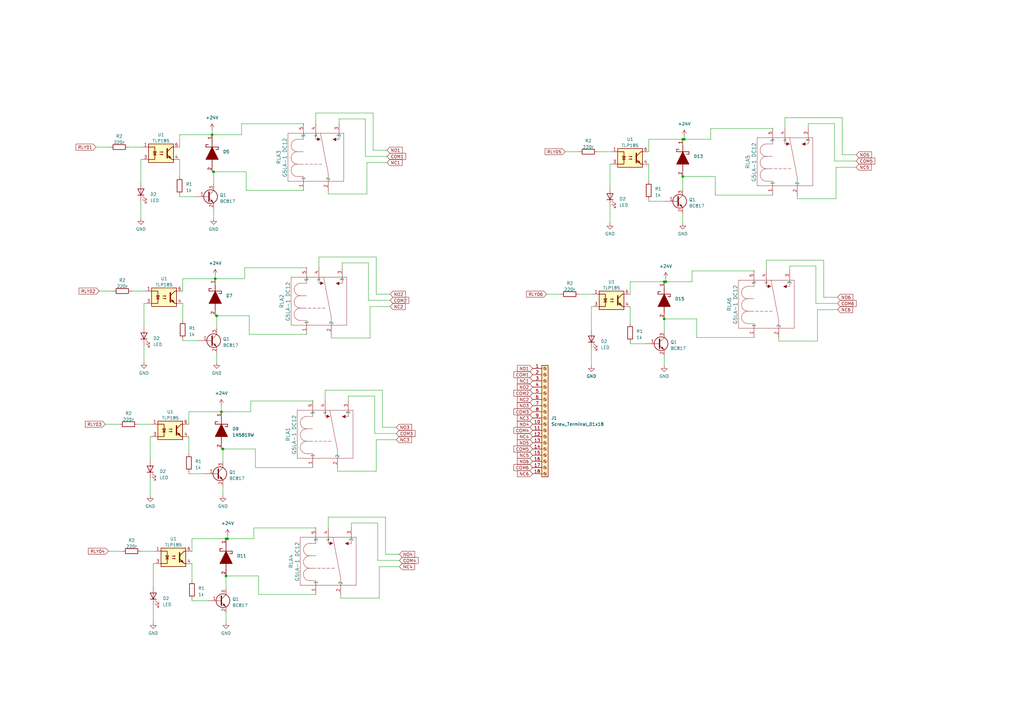
<source format=kicad_sch>
(kicad_sch (version 20230121) (generator eeschema)

  (uuid 4c022fd9-b968-4e60-812a-324b77dd5b14)

  (paper "A3")

  (lib_symbols
    (symbol "1N5819W:1N5819W" (pin_names hide) (in_bom yes) (on_board yes)
      (property "Reference" "D" (at 12.7 8.89 0)
        (effects (font (size 1.27 1.27)) (justify left top))
      )
      (property "Value" "1N5819W" (at 12.7 6.35 0)
        (effects (font (size 1.27 1.27)) (justify left top))
      )
      (property "Footprint" "SODFL3618X110N" (at 12.7 -93.65 0)
        (effects (font (size 1.27 1.27)) (justify left top) hide)
      )
      (property "Datasheet" "https://datasheet.lcsc.com/szlcsc/Shandong-Jingdao-Microelectronics-1N5819W_C169540.pdf" (at 12.7 -193.65 0)
        (effects (font (size 1.27 1.27)) (justify left top) hide)
      )
      (property "Height" "1.1" (at 12.7 -393.65 0)
        (effects (font (size 1.27 1.27)) (justify left top) hide)
      )
      (property "Manufacturer_Name" "Shandong Jingdao Microelectronics" (at 12.7 -493.65 0)
        (effects (font (size 1.27 1.27)) (justify left top) hide)
      )
      (property "Manufacturer_Part_Number" "1N5819W" (at 12.7 -593.65 0)
        (effects (font (size 1.27 1.27)) (justify left top) hide)
      )
      (property "Mouser Part Number" "" (at 12.7 -693.65 0)
        (effects (font (size 1.27 1.27)) (justify left top) hide)
      )
      (property "Mouser Price/Stock" "" (at 12.7 -793.65 0)
        (effects (font (size 1.27 1.27)) (justify left top) hide)
      )
      (property "Arrow Part Number" "" (at 12.7 -893.65 0)
        (effects (font (size 1.27 1.27)) (justify left top) hide)
      )
      (property "Arrow Price/Stock" "" (at 12.7 -993.65 0)
        (effects (font (size 1.27 1.27)) (justify left top) hide)
      )
      (property "ki_description" "40V 1A 900mV @ 3A 40V 1A 900mV @ 3A SOD-123 Schottky Barrier Diodes (SBD)" (at 0 0 0)
        (effects (font (size 1.27 1.27)) hide)
      )
      (symbol "1N5819W_1_1"
        (polyline
          (pts
            (xy 5.08 0)
            (xy 7.62 0)
          )
          (stroke (width 0.254) (type default))
          (fill (type none))
        )
        (polyline
          (pts
            (xy 6.604 -1.524)
            (xy 6.604 -2.54)
          )
          (stroke (width 0.254) (type default))
          (fill (type none))
        )
        (polyline
          (pts
            (xy 7.62 -2.54)
            (xy 6.604 -2.54)
          )
          (stroke (width 0.254) (type default))
          (fill (type none))
        )
        (polyline
          (pts
            (xy 7.62 2.54)
            (xy 7.62 -2.54)
          )
          (stroke (width 0.254) (type default))
          (fill (type none))
        )
        (polyline
          (pts
            (xy 7.62 2.54)
            (xy 8.636 2.54)
          )
          (stroke (width 0.254) (type default))
          (fill (type none))
        )
        (polyline
          (pts
            (xy 8.636 1.524)
            (xy 8.636 2.54)
          )
          (stroke (width 0.254) (type default))
          (fill (type none))
        )
        (polyline
          (pts
            (xy 12.7 0)
            (xy 15.24 0)
          )
          (stroke (width 0.254) (type default))
          (fill (type none))
        )
        (polyline
          (pts
            (xy 7.62 0)
            (xy 12.7 2.54)
            (xy 12.7 -2.54)
            (xy 7.62 0)
          )
          (stroke (width 0.254) (type default))
          (fill (type outline))
        )
        (pin passive line (at 2.54 0 0) (length 2.54)
          (name "K" (effects (font (size 1.27 1.27))))
          (number "1" (effects (font (size 1.27 1.27))))
        )
        (pin passive line (at 17.78 0 180) (length 2.54)
          (name "A" (effects (font (size 1.27 1.27))))
          (number "2" (effects (font (size 1.27 1.27))))
        )
      )
    )
    (symbol "Connector:Screw_Terminal_01x18" (pin_names (offset 1.016) hide) (in_bom yes) (on_board yes)
      (property "Reference" "J" (at 0 22.86 0)
        (effects (font (size 1.27 1.27)))
      )
      (property "Value" "Screw_Terminal_01x18" (at 0 -25.4 0)
        (effects (font (size 1.27 1.27)))
      )
      (property "Footprint" "" (at 0 0 0)
        (effects (font (size 1.27 1.27)) hide)
      )
      (property "Datasheet" "~" (at 0 0 0)
        (effects (font (size 1.27 1.27)) hide)
      )
      (property "ki_keywords" "screw terminal" (at 0 0 0)
        (effects (font (size 1.27 1.27)) hide)
      )
      (property "ki_description" "Generic screw terminal, single row, 01x18, script generated (kicad-library-utils/schlib/autogen/connector/)" (at 0 0 0)
        (effects (font (size 1.27 1.27)) hide)
      )
      (property "ki_fp_filters" "TerminalBlock*:*" (at 0 0 0)
        (effects (font (size 1.27 1.27)) hide)
      )
      (symbol "Screw_Terminal_01x18_1_1"
        (rectangle (start -1.27 21.59) (end 1.27 -24.13)
          (stroke (width 0.254) (type default))
          (fill (type background))
        )
        (circle (center 0 -22.86) (radius 0.635)
          (stroke (width 0.1524) (type default))
          (fill (type none))
        )
        (circle (center 0 -20.32) (radius 0.635)
          (stroke (width 0.1524) (type default))
          (fill (type none))
        )
        (circle (center 0 -17.78) (radius 0.635)
          (stroke (width 0.1524) (type default))
          (fill (type none))
        )
        (circle (center 0 -15.24) (radius 0.635)
          (stroke (width 0.1524) (type default))
          (fill (type none))
        )
        (circle (center 0 -12.7) (radius 0.635)
          (stroke (width 0.1524) (type default))
          (fill (type none))
        )
        (circle (center 0 -10.16) (radius 0.635)
          (stroke (width 0.1524) (type default))
          (fill (type none))
        )
        (circle (center 0 -7.62) (radius 0.635)
          (stroke (width 0.1524) (type default))
          (fill (type none))
        )
        (circle (center 0 -5.08) (radius 0.635)
          (stroke (width 0.1524) (type default))
          (fill (type none))
        )
        (circle (center 0 -2.54) (radius 0.635)
          (stroke (width 0.1524) (type default))
          (fill (type none))
        )
        (polyline
          (pts
            (xy -0.5334 -22.5298)
            (xy 0.3302 -23.368)
          )
          (stroke (width 0.1524) (type default))
          (fill (type none))
        )
        (polyline
          (pts
            (xy -0.5334 -19.9898)
            (xy 0.3302 -20.828)
          )
          (stroke (width 0.1524) (type default))
          (fill (type none))
        )
        (polyline
          (pts
            (xy -0.5334 -17.4498)
            (xy 0.3302 -18.288)
          )
          (stroke (width 0.1524) (type default))
          (fill (type none))
        )
        (polyline
          (pts
            (xy -0.5334 -14.9098)
            (xy 0.3302 -15.748)
          )
          (stroke (width 0.1524) (type default))
          (fill (type none))
        )
        (polyline
          (pts
            (xy -0.5334 -12.3698)
            (xy 0.3302 -13.208)
          )
          (stroke (width 0.1524) (type default))
          (fill (type none))
        )
        (polyline
          (pts
            (xy -0.5334 -9.8298)
            (xy 0.3302 -10.668)
          )
          (stroke (width 0.1524) (type default))
          (fill (type none))
        )
        (polyline
          (pts
            (xy -0.5334 -7.2898)
            (xy 0.3302 -8.128)
          )
          (stroke (width 0.1524) (type default))
          (fill (type none))
        )
        (polyline
          (pts
            (xy -0.5334 -4.7498)
            (xy 0.3302 -5.588)
          )
          (stroke (width 0.1524) (type default))
          (fill (type none))
        )
        (polyline
          (pts
            (xy -0.5334 -2.2098)
            (xy 0.3302 -3.048)
          )
          (stroke (width 0.1524) (type default))
          (fill (type none))
        )
        (polyline
          (pts
            (xy -0.5334 0.3302)
            (xy 0.3302 -0.508)
          )
          (stroke (width 0.1524) (type default))
          (fill (type none))
        )
        (polyline
          (pts
            (xy -0.5334 2.8702)
            (xy 0.3302 2.032)
          )
          (stroke (width 0.1524) (type default))
          (fill (type none))
        )
        (polyline
          (pts
            (xy -0.5334 5.4102)
            (xy 0.3302 4.572)
          )
          (stroke (width 0.1524) (type default))
          (fill (type none))
        )
        (polyline
          (pts
            (xy -0.5334 7.9502)
            (xy 0.3302 7.112)
          )
          (stroke (width 0.1524) (type default))
          (fill (type none))
        )
        (polyline
          (pts
            (xy -0.5334 10.4902)
            (xy 0.3302 9.652)
          )
          (stroke (width 0.1524) (type default))
          (fill (type none))
        )
        (polyline
          (pts
            (xy -0.5334 13.0302)
            (xy 0.3302 12.192)
          )
          (stroke (width 0.1524) (type default))
          (fill (type none))
        )
        (polyline
          (pts
            (xy -0.5334 15.5702)
            (xy 0.3302 14.732)
          )
          (stroke (width 0.1524) (type default))
          (fill (type none))
        )
        (polyline
          (pts
            (xy -0.5334 18.1102)
            (xy 0.3302 17.272)
          )
          (stroke (width 0.1524) (type default))
          (fill (type none))
        )
        (polyline
          (pts
            (xy -0.5334 20.6502)
            (xy 0.3302 19.812)
          )
          (stroke (width 0.1524) (type default))
          (fill (type none))
        )
        (polyline
          (pts
            (xy -0.3556 -22.352)
            (xy 0.508 -23.1902)
          )
          (stroke (width 0.1524) (type default))
          (fill (type none))
        )
        (polyline
          (pts
            (xy -0.3556 -19.812)
            (xy 0.508 -20.6502)
          )
          (stroke (width 0.1524) (type default))
          (fill (type none))
        )
        (polyline
          (pts
            (xy -0.3556 -17.272)
            (xy 0.508 -18.1102)
          )
          (stroke (width 0.1524) (type default))
          (fill (type none))
        )
        (polyline
          (pts
            (xy -0.3556 -14.732)
            (xy 0.508 -15.5702)
          )
          (stroke (width 0.1524) (type default))
          (fill (type none))
        )
        (polyline
          (pts
            (xy -0.3556 -12.192)
            (xy 0.508 -13.0302)
          )
          (stroke (width 0.1524) (type default))
          (fill (type none))
        )
        (polyline
          (pts
            (xy -0.3556 -9.652)
            (xy 0.508 -10.4902)
          )
          (stroke (width 0.1524) (type default))
          (fill (type none))
        )
        (polyline
          (pts
            (xy -0.3556 -7.112)
            (xy 0.508 -7.9502)
          )
          (stroke (width 0.1524) (type default))
          (fill (type none))
        )
        (polyline
          (pts
            (xy -0.3556 -4.572)
            (xy 0.508 -5.4102)
          )
          (stroke (width 0.1524) (type default))
          (fill (type none))
        )
        (polyline
          (pts
            (xy -0.3556 -2.032)
            (xy 0.508 -2.8702)
          )
          (stroke (width 0.1524) (type default))
          (fill (type none))
        )
        (polyline
          (pts
            (xy -0.3556 0.508)
            (xy 0.508 -0.3302)
          )
          (stroke (width 0.1524) (type default))
          (fill (type none))
        )
        (polyline
          (pts
            (xy -0.3556 3.048)
            (xy 0.508 2.2098)
          )
          (stroke (width 0.1524) (type default))
          (fill (type none))
        )
        (polyline
          (pts
            (xy -0.3556 5.588)
            (xy 0.508 4.7498)
          )
          (stroke (width 0.1524) (type default))
          (fill (type none))
        )
        (polyline
          (pts
            (xy -0.3556 8.128)
            (xy 0.508 7.2898)
          )
          (stroke (width 0.1524) (type default))
          (fill (type none))
        )
        (polyline
          (pts
            (xy -0.3556 10.668)
            (xy 0.508 9.8298)
          )
          (stroke (width 0.1524) (type default))
          (fill (type none))
        )
        (polyline
          (pts
            (xy -0.3556 13.208)
            (xy 0.508 12.3698)
          )
          (stroke (width 0.1524) (type default))
          (fill (type none))
        )
        (polyline
          (pts
            (xy -0.3556 15.748)
            (xy 0.508 14.9098)
          )
          (stroke (width 0.1524) (type default))
          (fill (type none))
        )
        (polyline
          (pts
            (xy -0.3556 18.288)
            (xy 0.508 17.4498)
          )
          (stroke (width 0.1524) (type default))
          (fill (type none))
        )
        (polyline
          (pts
            (xy -0.3556 20.828)
            (xy 0.508 19.9898)
          )
          (stroke (width 0.1524) (type default))
          (fill (type none))
        )
        (circle (center 0 0) (radius 0.635)
          (stroke (width 0.1524) (type default))
          (fill (type none))
        )
        (circle (center 0 2.54) (radius 0.635)
          (stroke (width 0.1524) (type default))
          (fill (type none))
        )
        (circle (center 0 5.08) (radius 0.635)
          (stroke (width 0.1524) (type default))
          (fill (type none))
        )
        (circle (center 0 7.62) (radius 0.635)
          (stroke (width 0.1524) (type default))
          (fill (type none))
        )
        (circle (center 0 10.16) (radius 0.635)
          (stroke (width 0.1524) (type default))
          (fill (type none))
        )
        (circle (center 0 12.7) (radius 0.635)
          (stroke (width 0.1524) (type default))
          (fill (type none))
        )
        (circle (center 0 15.24) (radius 0.635)
          (stroke (width 0.1524) (type default))
          (fill (type none))
        )
        (circle (center 0 17.78) (radius 0.635)
          (stroke (width 0.1524) (type default))
          (fill (type none))
        )
        (circle (center 0 20.32) (radius 0.635)
          (stroke (width 0.1524) (type default))
          (fill (type none))
        )
        (pin passive line (at -5.08 20.32 0) (length 3.81)
          (name "Pin_1" (effects (font (size 1.27 1.27))))
          (number "1" (effects (font (size 1.27 1.27))))
        )
        (pin passive line (at -5.08 -2.54 0) (length 3.81)
          (name "Pin_10" (effects (font (size 1.27 1.27))))
          (number "10" (effects (font (size 1.27 1.27))))
        )
        (pin passive line (at -5.08 -5.08 0) (length 3.81)
          (name "Pin_11" (effects (font (size 1.27 1.27))))
          (number "11" (effects (font (size 1.27 1.27))))
        )
        (pin passive line (at -5.08 -7.62 0) (length 3.81)
          (name "Pin_12" (effects (font (size 1.27 1.27))))
          (number "12" (effects (font (size 1.27 1.27))))
        )
        (pin passive line (at -5.08 -10.16 0) (length 3.81)
          (name "Pin_13" (effects (font (size 1.27 1.27))))
          (number "13" (effects (font (size 1.27 1.27))))
        )
        (pin passive line (at -5.08 -12.7 0) (length 3.81)
          (name "Pin_14" (effects (font (size 1.27 1.27))))
          (number "14" (effects (font (size 1.27 1.27))))
        )
        (pin passive line (at -5.08 -15.24 0) (length 3.81)
          (name "Pin_15" (effects (font (size 1.27 1.27))))
          (number "15" (effects (font (size 1.27 1.27))))
        )
        (pin passive line (at -5.08 -17.78 0) (length 3.81)
          (name "Pin_16" (effects (font (size 1.27 1.27))))
          (number "16" (effects (font (size 1.27 1.27))))
        )
        (pin passive line (at -5.08 -20.32 0) (length 3.81)
          (name "Pin_17" (effects (font (size 1.27 1.27))))
          (number "17" (effects (font (size 1.27 1.27))))
        )
        (pin passive line (at -5.08 -22.86 0) (length 3.81)
          (name "Pin_18" (effects (font (size 1.27 1.27))))
          (number "18" (effects (font (size 1.27 1.27))))
        )
        (pin passive line (at -5.08 17.78 0) (length 3.81)
          (name "Pin_2" (effects (font (size 1.27 1.27))))
          (number "2" (effects (font (size 1.27 1.27))))
        )
        (pin passive line (at -5.08 15.24 0) (length 3.81)
          (name "Pin_3" (effects (font (size 1.27 1.27))))
          (number "3" (effects (font (size 1.27 1.27))))
        )
        (pin passive line (at -5.08 12.7 0) (length 3.81)
          (name "Pin_4" (effects (font (size 1.27 1.27))))
          (number "4" (effects (font (size 1.27 1.27))))
        )
        (pin passive line (at -5.08 10.16 0) (length 3.81)
          (name "Pin_5" (effects (font (size 1.27 1.27))))
          (number "5" (effects (font (size 1.27 1.27))))
        )
        (pin passive line (at -5.08 7.62 0) (length 3.81)
          (name "Pin_6" (effects (font (size 1.27 1.27))))
          (number "6" (effects (font (size 1.27 1.27))))
        )
        (pin passive line (at -5.08 5.08 0) (length 3.81)
          (name "Pin_7" (effects (font (size 1.27 1.27))))
          (number "7" (effects (font (size 1.27 1.27))))
        )
        (pin passive line (at -5.08 2.54 0) (length 3.81)
          (name "Pin_8" (effects (font (size 1.27 1.27))))
          (number "8" (effects (font (size 1.27 1.27))))
        )
        (pin passive line (at -5.08 0 0) (length 3.81)
          (name "Pin_9" (effects (font (size 1.27 1.27))))
          (number "9" (effects (font (size 1.27 1.27))))
        )
      )
    )
    (symbol "Device:LED" (pin_numbers hide) (pin_names (offset 1.016) hide) (in_bom yes) (on_board yes)
      (property "Reference" "D" (at 0 2.54 0)
        (effects (font (size 1.27 1.27)))
      )
      (property "Value" "LED" (at 0 -2.54 0)
        (effects (font (size 1.27 1.27)))
      )
      (property "Footprint" "" (at 0 0 0)
        (effects (font (size 1.27 1.27)) hide)
      )
      (property "Datasheet" "~" (at 0 0 0)
        (effects (font (size 1.27 1.27)) hide)
      )
      (property "ki_keywords" "LED diode" (at 0 0 0)
        (effects (font (size 1.27 1.27)) hide)
      )
      (property "ki_description" "Light emitting diode" (at 0 0 0)
        (effects (font (size 1.27 1.27)) hide)
      )
      (property "ki_fp_filters" "LED* LED_SMD:* LED_THT:*" (at 0 0 0)
        (effects (font (size 1.27 1.27)) hide)
      )
      (symbol "LED_0_1"
        (polyline
          (pts
            (xy -1.27 -1.27)
            (xy -1.27 1.27)
          )
          (stroke (width 0.254) (type default))
          (fill (type none))
        )
        (polyline
          (pts
            (xy -1.27 0)
            (xy 1.27 0)
          )
          (stroke (width 0) (type default))
          (fill (type none))
        )
        (polyline
          (pts
            (xy 1.27 -1.27)
            (xy 1.27 1.27)
            (xy -1.27 0)
            (xy 1.27 -1.27)
          )
          (stroke (width 0.254) (type default))
          (fill (type none))
        )
        (polyline
          (pts
            (xy -3.048 -0.762)
            (xy -4.572 -2.286)
            (xy -3.81 -2.286)
            (xy -4.572 -2.286)
            (xy -4.572 -1.524)
          )
          (stroke (width 0) (type default))
          (fill (type none))
        )
        (polyline
          (pts
            (xy -1.778 -0.762)
            (xy -3.302 -2.286)
            (xy -2.54 -2.286)
            (xy -3.302 -2.286)
            (xy -3.302 -1.524)
          )
          (stroke (width 0) (type default))
          (fill (type none))
        )
      )
      (symbol "LED_1_1"
        (pin passive line (at -3.81 0 0) (length 2.54)
          (name "K" (effects (font (size 1.27 1.27))))
          (number "1" (effects (font (size 1.27 1.27))))
        )
        (pin passive line (at 3.81 0 180) (length 2.54)
          (name "A" (effects (font (size 1.27 1.27))))
          (number "2" (effects (font (size 1.27 1.27))))
        )
      )
    )
    (symbol "Device:R" (pin_numbers hide) (pin_names (offset 0)) (in_bom yes) (on_board yes)
      (property "Reference" "R" (at 2.032 0 90)
        (effects (font (size 1.27 1.27)))
      )
      (property "Value" "R" (at 0 0 90)
        (effects (font (size 1.27 1.27)))
      )
      (property "Footprint" "" (at -1.778 0 90)
        (effects (font (size 1.27 1.27)) hide)
      )
      (property "Datasheet" "~" (at 0 0 0)
        (effects (font (size 1.27 1.27)) hide)
      )
      (property "ki_keywords" "R res resistor" (at 0 0 0)
        (effects (font (size 1.27 1.27)) hide)
      )
      (property "ki_description" "Resistor" (at 0 0 0)
        (effects (font (size 1.27 1.27)) hide)
      )
      (property "ki_fp_filters" "R_*" (at 0 0 0)
        (effects (font (size 1.27 1.27)) hide)
      )
      (symbol "R_0_1"
        (rectangle (start -1.016 -2.54) (end 1.016 2.54)
          (stroke (width 0.254) (type default))
          (fill (type none))
        )
      )
      (symbol "R_1_1"
        (pin passive line (at 0 3.81 270) (length 1.27)
          (name "~" (effects (font (size 1.27 1.27))))
          (number "1" (effects (font (size 1.27 1.27))))
        )
        (pin passive line (at 0 -3.81 90) (length 1.27)
          (name "~" (effects (font (size 1.27 1.27))))
          (number "2" (effects (font (size 1.27 1.27))))
        )
      )
    )
    (symbol "G5LA-1_DC12_1" (pin_names (offset 0.254)) (in_bom yes) (on_board yes)
      (property "Reference" "RLA3" (at 28.575 10.16 0)
        (effects (font (size 1.524 1.524)) (justify right))
      )
      (property "Value" "G5LA-1 DC12" (at 33.655 7.62 0)
        (effects (font (size 1.524 1.524)) (justify right))
      )
      (property "Footprint" "G5LA_OMRON:RELAY_G5LA_OMR" (at 2.54 8.89 0)
        (effects (font (size 1.27 1.27) italic) hide)
      )
      (property "Datasheet" "G5LA-1 DC12" (at 2.54 10.795 0)
        (effects (font (size 1.27 1.27) italic) hide)
      )
      (property "ki_locked" "" (at 0 0 0)
        (effects (font (size 1.27 1.27)))
      )
      (property "ki_keywords" "G5LA-1 DC12" (at 0 0 0)
        (effects (font (size 1.27 1.27)) hide)
      )
      (property "ki_fp_filters" "RELAY_G5LA_OMR" (at 0 0 0)
        (effects (font (size 1.27 1.27)) hide)
      )
      (symbol "G5LA-1_DC12_1_0_1"
        (polyline
          (pts
            (xy 15.875 -16.51)
            (xy 35.56 -16.51)
          )
          (stroke (width 0.127) (type default))
          (fill (type none))
        )
        (polyline
          (pts
            (xy 15.875 6.35)
            (xy 15.875 -16.51)
          )
          (stroke (width 0.127) (type default))
          (fill (type none))
        )
        (polyline
          (pts
            (xy 17.78 0)
            (xy 15.875 0)
          )
          (stroke (width 0.127) (type default))
          (fill (type none))
        )
        (polyline
          (pts
            (xy 17.78 2.54)
            (xy 17.78 0)
          )
          (stroke (width 0.127) (type default))
          (fill (type none))
        )
        (polyline
          (pts
            (xy 19.05 -10.16)
            (xy 15.875 -10.16)
          )
          (stroke (width 0.127) (type default))
          (fill (type none))
        )
        (polyline
          (pts
            (xy 19.05 -10.16)
            (xy 35.56 -6.985)
          )
          (stroke (width 0.127) (type default))
          (fill (type none))
        )
        (polyline
          (pts
            (xy 22.86 -6.35)
            (xy 22.86 -7.62)
          )
          (stroke (width 0.127) (type default))
          (fill (type none))
        )
        (polyline
          (pts
            (xy 22.86 -4.445)
            (xy 22.86 -5.715)
          )
          (stroke (width 0.127) (type default))
          (fill (type none))
        )
        (polyline
          (pts
            (xy 22.86 -2.54)
            (xy 22.86 -3.81)
          )
          (stroke (width 0.127) (type default))
          (fill (type none))
        )
        (polyline
          (pts
            (xy 22.86 -1.905)
            (xy 22.86 -0.635)
          )
          (stroke (width 0.127) (type default))
          (fill (type none))
        )
        (polyline
          (pts
            (xy 22.86 2.54)
            (xy 22.86 0)
          )
          (stroke (width 0.127) (type default))
          (fill (type none))
        )
        (polyline
          (pts
            (xy 27.94 2.54)
            (xy 27.94 0)
          )
          (stroke (width 0.127) (type default))
          (fill (type none))
        )
        (polyline
          (pts
            (xy 33.02 -14.605)
            (xy 33.0256 -13.3361)
          )
          (stroke (width 0.127) (type default))
          (fill (type none))
        )
        (polyline
          (pts
            (xy 33.02 -5.08)
            (xy 35.56 -5.08)
          )
          (stroke (width 0.127) (type default))
          (fill (type none))
        )
        (polyline
          (pts
            (xy 33.02 0)
            (xy 35.56 0)
          )
          (stroke (width 0.127) (type default))
          (fill (type none))
        )
        (polyline
          (pts
            (xy 33.02 2.54)
            (xy 33.02 0)
          )
          (stroke (width 0.127) (type default))
          (fill (type none))
        )
        (polyline
          (pts
            (xy 33.048 -6.4646)
            (xy 33.0424 -5.1484)
          )
          (stroke (width 0.127) (type default))
          (fill (type none))
        )
        (polyline
          (pts
            (xy 35.56 -16.51)
            (xy 35.56 6.35)
          )
          (stroke (width 0.127) (type default))
          (fill (type none))
        )
        (polyline
          (pts
            (xy 35.56 -14.605)
            (xy 33.02 -14.605)
          )
          (stroke (width 0.127) (type default))
          (fill (type none))
        )
        (polyline
          (pts
            (xy 35.56 6.35)
            (xy 15.875 6.35)
          )
          (stroke (width 0.127) (type default))
          (fill (type none))
        )
        (polyline
          (pts
            (xy 32.385 -5.715)
            (xy 33.655 -5.715)
            (xy 33.02 -6.985)
          )
          (stroke (width 0) (type default))
          (fill (type outline))
        )
        (polyline
          (pts
            (xy 33.655 -13.335)
            (xy 32.385 -13.335)
            (xy 33.02 -12.065)
          )
          (stroke (width 0) (type default))
          (fill (type outline))
        )
        (arc (start 22.86 2.54) (mid 20.32 5.069) (end 17.78 2.54)
          (stroke (width 0.127) (type default))
          (fill (type none))
        )
        (arc (start 27.94 2.54) (mid 25.4 5.069) (end 22.86 2.54)
          (stroke (width 0.127) (type default))
          (fill (type none))
        )
        (arc (start 33.02 2.54) (mid 30.48 5.069) (end 27.94 2.54)
          (stroke (width 0.127) (type default))
          (fill (type none))
        )
      )
      (symbol "G5LA-1_DC12_1_1_1"
        (pin unspecified line (at 12.065 0 0) (length 4)
          (name "1" (effects (font (size 1.27 1.27))))
          (number "1" (effects (font (size 1.27 1.27))))
        )
        (pin unspecified line (at 11.875 -10.16 0) (length 4)
          (name "2" (effects (font (size 1.27 1.27))))
          (number "2" (effects (font (size 1.27 1.27))))
        )
        (pin unspecified line (at 39.56 -14.605 180) (length 4)
          (name "3" (effects (font (size 1.27 1.27))))
          (number "3" (effects (font (size 1.27 1.27))))
        )
        (pin unspecified line (at 39.56 -5.08 180) (length 4)
          (name "4" (effects (font (size 1.27 1.27))))
          (number "4" (effects (font (size 1.27 1.27))))
        )
        (pin unspecified line (at 39.56 0 180) (length 4)
          (name "5" (effects (font (size 1.27 1.27))))
          (number "5" (effects (font (size 1.27 1.27))))
        )
      )
    )
    (symbol "G5LA_OMRON:G5LA-1_DC12" (pin_names (offset 0.254)) (in_bom yes) (on_board yes)
      (property "Reference" "RLA1" (at 28.575 10.16 0)
        (effects (font (size 1.524 1.524)) (justify right))
      )
      (property "Value" "G5LA-1 DC12" (at 33.655 7.62 0)
        (effects (font (size 1.524 1.524)) (justify right))
      )
      (property "Footprint" "RELAY_G5LA_OMR" (at 2.54 8.89 0)
        (effects (font (size 1.27 1.27) italic) hide)
      )
      (property "Datasheet" "G5LA-1 DC12" (at 2.54 10.795 0)
        (effects (font (size 1.27 1.27) italic) hide)
      )
      (property "ki_locked" "" (at 0 0 0)
        (effects (font (size 1.27 1.27)))
      )
      (property "ki_keywords" "G5LA-1 DC12" (at 0 0 0)
        (effects (font (size 1.27 1.27)) hide)
      )
      (property "ki_fp_filters" "RELAY_G5LA_OMR" (at 0 0 0)
        (effects (font (size 1.27 1.27)) hide)
      )
      (symbol "G5LA-1_DC12_0_1"
        (polyline
          (pts
            (xy 15.875 -16.51)
            (xy 35.56 -16.51)
          )
          (stroke (width 0.127) (type default))
          (fill (type none))
        )
        (polyline
          (pts
            (xy 15.875 6.35)
            (xy 15.875 -16.51)
          )
          (stroke (width 0.127) (type default))
          (fill (type none))
        )
        (polyline
          (pts
            (xy 17.78 0)
            (xy 15.875 0)
          )
          (stroke (width 0.127) (type default))
          (fill (type none))
        )
        (polyline
          (pts
            (xy 17.78 2.54)
            (xy 17.78 0)
          )
          (stroke (width 0.127) (type default))
          (fill (type none))
        )
        (polyline
          (pts
            (xy 19.05 -10.16)
            (xy 15.875 -10.16)
          )
          (stroke (width 0.127) (type default))
          (fill (type none))
        )
        (polyline
          (pts
            (xy 19.05 -10.16)
            (xy 35.56 -6.985)
          )
          (stroke (width 0.127) (type default))
          (fill (type none))
        )
        (polyline
          (pts
            (xy 22.86 -6.35)
            (xy 22.86 -7.62)
          )
          (stroke (width 0.127) (type default))
          (fill (type none))
        )
        (polyline
          (pts
            (xy 22.86 -4.445)
            (xy 22.86 -5.715)
          )
          (stroke (width 0.127) (type default))
          (fill (type none))
        )
        (polyline
          (pts
            (xy 22.86 -2.54)
            (xy 22.86 -3.81)
          )
          (stroke (width 0.127) (type default))
          (fill (type none))
        )
        (polyline
          (pts
            (xy 22.86 -1.905)
            (xy 22.86 -0.635)
          )
          (stroke (width 0.127) (type default))
          (fill (type none))
        )
        (polyline
          (pts
            (xy 22.86 2.54)
            (xy 22.86 0)
          )
          (stroke (width 0.127) (type default))
          (fill (type none))
        )
        (polyline
          (pts
            (xy 27.94 2.54)
            (xy 27.94 0)
          )
          (stroke (width 0.127) (type default))
          (fill (type none))
        )
        (polyline
          (pts
            (xy 33.02 -14.605)
            (xy 33.0256 -13.3361)
          )
          (stroke (width 0.127) (type default))
          (fill (type none))
        )
        (polyline
          (pts
            (xy 33.02 -5.08)
            (xy 35.56 -5.08)
          )
          (stroke (width 0.127) (type default))
          (fill (type none))
        )
        (polyline
          (pts
            (xy 33.02 0)
            (xy 35.56 0)
          )
          (stroke (width 0.127) (type default))
          (fill (type none))
        )
        (polyline
          (pts
            (xy 33.02 2.54)
            (xy 33.02 0)
          )
          (stroke (width 0.127) (type default))
          (fill (type none))
        )
        (polyline
          (pts
            (xy 33.048 -6.4646)
            (xy 33.0424 -5.1484)
          )
          (stroke (width 0.127) (type default))
          (fill (type none))
        )
        (polyline
          (pts
            (xy 35.56 -16.51)
            (xy 35.56 6.35)
          )
          (stroke (width 0.127) (type default))
          (fill (type none))
        )
        (polyline
          (pts
            (xy 35.56 -14.605)
            (xy 33.02 -14.605)
          )
          (stroke (width 0.127) (type default))
          (fill (type none))
        )
        (polyline
          (pts
            (xy 35.56 6.35)
            (xy 15.875 6.35)
          )
          (stroke (width 0.127) (type default))
          (fill (type none))
        )
        (polyline
          (pts
            (xy 32.385 -5.715)
            (xy 33.655 -5.715)
            (xy 33.02 -6.985)
          )
          (stroke (width 0) (type default))
          (fill (type outline))
        )
        (polyline
          (pts
            (xy 33.655 -13.335)
            (xy 32.385 -13.335)
            (xy 33.02 -12.065)
          )
          (stroke (width 0) (type default))
          (fill (type outline))
        )
        (arc (start 22.86 2.54) (mid 20.32 5.069) (end 17.78 2.54)
          (stroke (width 0.127) (type default))
          (fill (type none))
        )
        (arc (start 27.94 2.54) (mid 25.4 5.069) (end 22.86 2.54)
          (stroke (width 0.127) (type default))
          (fill (type none))
        )
        (arc (start 33.02 2.54) (mid 30.48 5.069) (end 27.94 2.54)
          (stroke (width 0.127) (type default))
          (fill (type none))
        )
      )
      (symbol "G5LA-1_DC12_1_1"
        (pin unspecified line (at 12.065 0 0) (length 4)
          (name "1" (effects (font (size 1.27 1.27))))
          (number "1" (effects (font (size 1.27 1.27))))
        )
        (pin unspecified line (at 11.875 -10.16 0) (length 4)
          (name "2" (effects (font (size 1.27 1.27))))
          (number "2" (effects (font (size 1.27 1.27))))
        )
        (pin unspecified line (at 39.56 -14.605 180) (length 4)
          (name "3" (effects (font (size 1.27 1.27))))
          (number "3" (effects (font (size 1.27 1.27))))
        )
        (pin unspecified line (at 39.56 -5.08 180) (length 4)
          (name "4" (effects (font (size 1.27 1.27))))
          (number "4" (effects (font (size 1.27 1.27))))
        )
        (pin unspecified line (at 39.56 0 180) (length 4)
          (name "5" (effects (font (size 1.27 1.27))))
          (number "5" (effects (font (size 1.27 1.27))))
        )
      )
    )
    (symbol "Isolator:TLP185" (in_bom yes) (on_board yes)
      (property "Reference" "U" (at -5.08 5.08 0)
        (effects (font (size 1.27 1.27)) (justify left))
      )
      (property "Value" "TLP185" (at -5.08 -5.08 0)
        (effects (font (size 1.27 1.27)) (justify left))
      )
      (property "Footprint" "Package_SO:SOIC-4_4.55x3.7mm_P2.54mm" (at 0 -7.62 0)
        (effects (font (size 1.27 1.27) italic) hide)
      )
      (property "Datasheet" "https://toshiba.semicon-storage.com/info/docget.jsp?did=11791&prodName=TLP185" (at 0 0 0)
        (effects (font (size 1.27 1.27)) (justify left) hide)
      )
      (property "ki_keywords" "NPN DC Optocoupler" (at 0 0 0)
        (effects (font (size 1.27 1.27)) hide)
      )
      (property "ki_description" "DC Optocoupler, Vce 80V, CTR 50-100%, MFSOP6" (at 0 0 0)
        (effects (font (size 1.27 1.27)) hide)
      )
      (property "ki_fp_filters" "SOIC*4.55x3.7mm*P2.54mm*" (at 0 0 0)
        (effects (font (size 1.27 1.27)) hide)
      )
      (symbol "TLP185_0_1"
        (rectangle (start -5.08 3.81) (end 5.08 -3.81)
          (stroke (width 0.254) (type default))
          (fill (type background))
        )
        (polyline
          (pts
            (xy -3.175 -0.635)
            (xy -1.905 -0.635)
          )
          (stroke (width 0.254) (type default))
          (fill (type none))
        )
        (polyline
          (pts
            (xy 2.54 1.905)
            (xy 2.54 -1.905)
            (xy 2.54 -1.905)
          )
          (stroke (width 0.508) (type default))
          (fill (type none))
        )
        (polyline
          (pts
            (xy 5.08 -2.54)
            (xy 4.445 -2.54)
            (xy 2.54 -0.635)
          )
          (stroke (width 0.254) (type default))
          (fill (type none))
        )
        (polyline
          (pts
            (xy 5.08 2.54)
            (xy 4.445 2.54)
            (xy 2.54 0.635)
          )
          (stroke (width 0.254) (type default))
          (fill (type none))
        )
        (polyline
          (pts
            (xy -5.08 -2.54)
            (xy -2.54 -2.54)
            (xy -2.54 2.54)
            (xy -5.08 2.54)
          )
          (stroke (width 0.254) (type default))
          (fill (type none))
        )
        (polyline
          (pts
            (xy -2.54 -0.635)
            (xy -3.175 0.635)
            (xy -1.905 0.635)
            (xy -2.54 -0.635)
          )
          (stroke (width 0.254) (type default))
          (fill (type none))
        )
        (polyline
          (pts
            (xy -0.508 -0.508)
            (xy 0.762 -0.508)
            (xy 0.381 -0.635)
            (xy 0.381 -0.381)
            (xy 0.762 -0.508)
          )
          (stroke (width 0.254) (type default))
          (fill (type none))
        )
        (polyline
          (pts
            (xy -0.508 0.508)
            (xy 0.762 0.508)
            (xy 0.381 0.381)
            (xy 0.381 0.635)
            (xy 0.762 0.508)
          )
          (stroke (width 0.254) (type default))
          (fill (type none))
        )
        (polyline
          (pts
            (xy 3.048 -1.651)
            (xy 3.556 -1.143)
            (xy 4.064 -2.159)
            (xy 3.048 -1.651)
            (xy 3.048 -1.651)
          )
          (stroke (width 0.254) (type default))
          (fill (type outline))
        )
      )
      (symbol "TLP185_1_1"
        (pin passive line (at -7.62 2.54 0) (length 2.54)
          (name "~" (effects (font (size 1.27 1.27))))
          (number "1" (effects (font (size 1.27 1.27))))
        )
        (pin passive line (at -7.62 -2.54 0) (length 2.54)
          (name "~" (effects (font (size 1.27 1.27))))
          (number "3" (effects (font (size 1.27 1.27))))
        )
        (pin passive line (at 7.62 -2.54 180) (length 2.54)
          (name "~" (effects (font (size 1.27 1.27))))
          (number "4" (effects (font (size 1.27 1.27))))
        )
        (pin passive line (at 7.62 2.54 180) (length 2.54)
          (name "~" (effects (font (size 1.27 1.27))))
          (number "6" (effects (font (size 1.27 1.27))))
        )
      )
    )
    (symbol "Transistor_BJT:BC817" (pin_names (offset 0) hide) (in_bom yes) (on_board yes)
      (property "Reference" "Q" (at 5.08 1.905 0)
        (effects (font (size 1.27 1.27)) (justify left))
      )
      (property "Value" "BC817" (at 5.08 0 0)
        (effects (font (size 1.27 1.27)) (justify left))
      )
      (property "Footprint" "Package_TO_SOT_SMD:SOT-23" (at 5.08 -1.905 0)
        (effects (font (size 1.27 1.27) italic) (justify left) hide)
      )
      (property "Datasheet" "https://www.onsemi.com/pub/Collateral/BC818-D.pdf" (at 0 0 0)
        (effects (font (size 1.27 1.27)) (justify left) hide)
      )
      (property "ki_keywords" "NPN Transistor" (at 0 0 0)
        (effects (font (size 1.27 1.27)) hide)
      )
      (property "ki_description" "0.8A Ic, 45V Vce, NPN Transistor, SOT-23" (at 0 0 0)
        (effects (font (size 1.27 1.27)) hide)
      )
      (property "ki_fp_filters" "SOT?23*" (at 0 0 0)
        (effects (font (size 1.27 1.27)) hide)
      )
      (symbol "BC817_0_1"
        (polyline
          (pts
            (xy 0.635 0.635)
            (xy 2.54 2.54)
          )
          (stroke (width 0) (type default))
          (fill (type none))
        )
        (polyline
          (pts
            (xy 0.635 -0.635)
            (xy 2.54 -2.54)
            (xy 2.54 -2.54)
          )
          (stroke (width 0) (type default))
          (fill (type none))
        )
        (polyline
          (pts
            (xy 0.635 1.905)
            (xy 0.635 -1.905)
            (xy 0.635 -1.905)
          )
          (stroke (width 0.508) (type default))
          (fill (type none))
        )
        (polyline
          (pts
            (xy 1.27 -1.778)
            (xy 1.778 -1.27)
            (xy 2.286 -2.286)
            (xy 1.27 -1.778)
            (xy 1.27 -1.778)
          )
          (stroke (width 0) (type default))
          (fill (type outline))
        )
        (circle (center 1.27 0) (radius 2.8194)
          (stroke (width 0.254) (type default))
          (fill (type none))
        )
      )
      (symbol "BC817_1_1"
        (pin input line (at -5.08 0 0) (length 5.715)
          (name "B" (effects (font (size 1.27 1.27))))
          (number "1" (effects (font (size 1.27 1.27))))
        )
        (pin passive line (at 2.54 -5.08 90) (length 2.54)
          (name "E" (effects (font (size 1.27 1.27))))
          (number "2" (effects (font (size 1.27 1.27))))
        )
        (pin passive line (at 2.54 5.08 270) (length 2.54)
          (name "C" (effects (font (size 1.27 1.27))))
          (number "3" (effects (font (size 1.27 1.27))))
        )
      )
    )
    (symbol "power:+24V" (power) (pin_names (offset 0)) (in_bom yes) (on_board yes)
      (property "Reference" "#PWR" (at 0 -3.81 0)
        (effects (font (size 1.27 1.27)) hide)
      )
      (property "Value" "+24V" (at 0 3.556 0)
        (effects (font (size 1.27 1.27)))
      )
      (property "Footprint" "" (at 0 0 0)
        (effects (font (size 1.27 1.27)) hide)
      )
      (property "Datasheet" "" (at 0 0 0)
        (effects (font (size 1.27 1.27)) hide)
      )
      (property "ki_keywords" "global power" (at 0 0 0)
        (effects (font (size 1.27 1.27)) hide)
      )
      (property "ki_description" "Power symbol creates a global label with name \"+24V\"" (at 0 0 0)
        (effects (font (size 1.27 1.27)) hide)
      )
      (symbol "+24V_0_1"
        (polyline
          (pts
            (xy -0.762 1.27)
            (xy 0 2.54)
          )
          (stroke (width 0) (type default))
          (fill (type none))
        )
        (polyline
          (pts
            (xy 0 0)
            (xy 0 2.54)
          )
          (stroke (width 0) (type default))
          (fill (type none))
        )
        (polyline
          (pts
            (xy 0 2.54)
            (xy 0.762 1.27)
          )
          (stroke (width 0) (type default))
          (fill (type none))
        )
      )
      (symbol "+24V_1_1"
        (pin power_in line (at 0 0 90) (length 0) hide
          (name "+24V" (effects (font (size 1.27 1.27))))
          (number "1" (effects (font (size 1.27 1.27))))
        )
      )
    )
    (symbol "power:GND" (power) (pin_names (offset 0)) (in_bom yes) (on_board yes)
      (property "Reference" "#PWR" (at 0 -6.35 0)
        (effects (font (size 1.27 1.27)) hide)
      )
      (property "Value" "GND" (at 0 -3.81 0)
        (effects (font (size 1.27 1.27)))
      )
      (property "Footprint" "" (at 0 0 0)
        (effects (font (size 1.27 1.27)) hide)
      )
      (property "Datasheet" "" (at 0 0 0)
        (effects (font (size 1.27 1.27)) hide)
      )
      (property "ki_keywords" "power-flag" (at 0 0 0)
        (effects (font (size 1.27 1.27)) hide)
      )
      (property "ki_description" "Power symbol creates a global label with name \"GND\" , ground" (at 0 0 0)
        (effects (font (size 1.27 1.27)) hide)
      )
      (symbol "GND_0_1"
        (polyline
          (pts
            (xy 0 0)
            (xy 0 -1.27)
            (xy 1.27 -1.27)
            (xy 0 -2.54)
            (xy -1.27 -1.27)
            (xy 0 -1.27)
          )
          (stroke (width 0) (type default))
          (fill (type none))
        )
      )
      (symbol "GND_1_1"
        (pin power_in line (at 0 0 270) (length 0) hide
          (name "GND" (effects (font (size 1.27 1.27))))
          (number "1" (effects (font (size 1.27 1.27))))
        )
      )
    )
  )

  (junction (at 92.71 220.98) (diameter 0) (color 0 0 0 0)
    (uuid 0f83a7af-0d45-4cef-a100-35656b9e07d6)
  )
  (junction (at 273.05 115.57) (diameter 0) (color 0 0 0 0)
    (uuid 115057f6-406f-4bd1-9a37-fdf2a5b35d22)
  )
  (junction (at 272.415 130.81) (diameter 0) (color 0 0 0 0)
    (uuid 17c45b2d-c673-425e-afe4-a973bfa0ec22)
  )
  (junction (at 88.9 129.54) (diameter 0) (color 0 0 0 0)
    (uuid 1d668e12-6c00-4b3f-a33a-1f92cdaf6b6e)
  )
  (junction (at 92.71 236.22) (diameter 0) (color 0 0 0 0)
    (uuid 2b27a72b-eeb7-4f67-bd13-706b2c5e1090)
  )
  (junction (at 87.63 70.485) (diameter 0) (color 0 0 0 0)
    (uuid 4d1e2802-1660-4dd6-a2b5-be846b3e6d20)
  )
  (junction (at 280.67 57.15) (diameter 0) (color 0 0 0 0)
    (uuid 513baa57-5be5-4a72-a92d-dcd5c15cafff)
  )
  (junction (at 90.805 168.91) (diameter 0) (color 0 0 0 0)
    (uuid 621b7c8e-3a77-4878-80f0-122484014ac6)
  )
  (junction (at 280.035 57.15) (diameter 0) (color 0 0 0 0)
    (uuid 6f622f6f-ac76-492b-a19f-07ac60f07858)
  )
  (junction (at 86.995 55.245) (diameter 0) (color 0 0 0 0)
    (uuid 79e41b52-306e-4f8f-80fd-4a0bb85f7c61)
  )
  (junction (at 93.345 220.98) (diameter 0) (color 0 0 0 0)
    (uuid 9001f5f1-745b-48ae-b8e6-f527f80686bc)
  )
  (junction (at 88.265 114.3) (diameter 0) (color 0 0 0 0)
    (uuid 9464191c-9130-4213-affe-e8e85998650c)
  )
  (junction (at 280.035 72.39) (diameter 0) (color 0 0 0 0)
    (uuid 9b2a3e56-c1f3-467e-abf3-3d963e73165a)
  )
  (junction (at 272.415 115.57) (diameter 0) (color 0 0 0 0)
    (uuid b6b43354-f057-4929-81d9-824bb5039120)
  )
  (junction (at 91.44 184.15) (diameter 0) (color 0 0 0 0)
    (uuid e37e433f-b3b0-42cb-a440-d2b6991aecd3)
  )

  (wire (pts (xy 87.63 70.485) (xy 100.965 70.485))
    (stroke (width 0) (type default))
    (uuid 01bb6093-6aca-4969-9e9d-39992ae05af6)
  )
  (wire (pts (xy 74.93 124.46) (xy 74.93 131.445))
    (stroke (width 0) (type default))
    (uuid 0608d376-21a5-4a54-9349-c1e5ccc19592)
  )
  (wire (pts (xy 104.775 191.77) (xy 128.27 191.77))
    (stroke (width 0) (type default))
    (uuid 0743b0e7-9cd9-4f21-ac5d-262fda1042bc)
  )
  (wire (pts (xy 129.54 46.355) (xy 129.54 50.61))
    (stroke (width 0) (type default))
    (uuid 0744374a-20a2-468f-a8e1-07bec90beb26)
  )
  (wire (pts (xy 280.035 57.15) (xy 280.67 57.15))
    (stroke (width 0) (type default))
    (uuid 07a3b0d1-9cba-4cc9-a0d1-2bd022ecc6fc)
  )
  (wire (pts (xy 57.785 65.405) (xy 58.42 65.405))
    (stroke (width 0) (type default))
    (uuid 07e030f0-7f19-45f4-8a1a-b56970cfcffe)
  )
  (wire (pts (xy 285.75 130.81) (xy 285.75 138.43))
    (stroke (width 0) (type default))
    (uuid 0b4052f0-2ed1-45aa-a23e-1cb86b994489)
  )
  (wire (pts (xy 331.47 50.6877) (xy 331.47 52.515))
    (stroke (width 0) (type default))
    (uuid 0b636d50-3986-4028-ac8b-86d49f51ae59)
  )
  (wire (pts (xy 43.18 173.99) (xy 48.895 173.99))
    (stroke (width 0) (type default))
    (uuid 0e2afbc2-4616-456e-ac71-d8a104f81a1e)
  )
  (wire (pts (xy 273.05 115.57) (xy 283.845 115.57))
    (stroke (width 0) (type default))
    (uuid 11953cb6-e59a-408f-805b-1f514d16ecd7)
  )
  (wire (pts (xy 266.065 82.55) (xy 272.415 82.55))
    (stroke (width 0) (type default))
    (uuid 11f8f63e-4c36-4d00-a5b4-5644693f04e9)
  )
  (wire (pts (xy 92.71 236.22) (xy 92.71 241.3))
    (stroke (width 0) (type default))
    (uuid 12e160bc-1167-40da-9f1b-6a346dea4801)
  )
  (wire (pts (xy 242.57 135.255) (xy 242.57 125.73))
    (stroke (width 0) (type default))
    (uuid 12f15e85-0cdd-4d26-a8f1-7809d1e24e82)
  )
  (wire (pts (xy 272.415 130.81) (xy 272.415 135.89))
    (stroke (width 0) (type default))
    (uuid 1348fcb7-efb8-415a-aaf1-e9762551d31a)
  )
  (wire (pts (xy 74.93 114.3) (xy 88.265 114.3))
    (stroke (width 0) (type default))
    (uuid 1442ebad-ee45-4b1e-b956-2b493f81cfac)
  )
  (wire (pts (xy 272.415 115.57) (xy 273.05 115.57))
    (stroke (width 0) (type default))
    (uuid 14809782-346e-4259-b574-4cf2c700d571)
  )
  (wire (pts (xy 321.945 48.26) (xy 345.44 48.26))
    (stroke (width 0) (type default))
    (uuid 1536578b-e876-4049-8a14-d6d0012d1691)
  )
  (wire (pts (xy 155.575 245.3) (xy 155.575 232.41))
    (stroke (width 0) (type default))
    (uuid 17733973-7811-4fc1-ba63-9c7e22324dae)
  )
  (wire (pts (xy 88.9 129.54) (xy 88.9 134.62))
    (stroke (width 0) (type default))
    (uuid 19417c4f-b88a-4029-a4aa-e97cd6d8ad3a)
  )
  (wire (pts (xy 62.865 231.14) (xy 63.5 231.14))
    (stroke (width 0) (type default))
    (uuid 1bca004a-7028-4588-a471-a95099dd55e1)
  )
  (wire (pts (xy 154.305 193.23) (xy 154.305 180.34))
    (stroke (width 0) (type default))
    (uuid 1ca6b9eb-525a-4864-a9da-6879fede22a2)
  )
  (wire (pts (xy 342.9 81.47) (xy 342.9 68.58))
    (stroke (width 0) (type default))
    (uuid 1ce53406-a7a5-4a65-8451-eb897e282ce8)
  )
  (wire (pts (xy 154.94 214.5177) (xy 154.94 229.87))
    (stroke (width 0) (type default))
    (uuid 1d4719db-dfc9-4641-a65d-a9689a037149)
  )
  (wire (pts (xy 154.305 120.65) (xy 160.02 120.65))
    (stroke (width 0) (type default))
    (uuid 1e1eef8a-59b0-4d88-ba5d-b3e6ffe38ef7)
  )
  (wire (pts (xy 77.47 194.31) (xy 83.82 194.31))
    (stroke (width 0) (type default))
    (uuid 1fa2dd81-7ee8-44f3-829d-293d84a570b5)
  )
  (wire (pts (xy 150.495 66.675) (xy 158.75 66.675))
    (stroke (width 0) (type default))
    (uuid 20ec598b-989d-4a6e-a00a-a7905613ba9b)
  )
  (wire (pts (xy 138.43 191.96) (xy 138.43 193.23))
    (stroke (width 0) (type default))
    (uuid 21621dd1-1ebf-4bfc-b419-5d6a4de1643c)
  )
  (wire (pts (xy 135.89 138.62) (xy 151.765 138.62))
    (stroke (width 0) (type default))
    (uuid 2344ea8f-304b-4580-a54c-02760fe0c24f)
  )
  (wire (pts (xy 258.445 140.97) (xy 264.795 140.97))
    (stroke (width 0) (type default))
    (uuid 2454497a-c0df-44b9-b9cb-3e0ef2a53eba)
  )
  (wire (pts (xy 258.445 125.73) (xy 258.445 132.715))
    (stroke (width 0) (type default))
    (uuid 24ef1bc9-04c8-463a-9ebe-e830ad56a1fb)
  )
  (wire (pts (xy 149.86 64.135) (xy 158.75 64.135))
    (stroke (width 0) (type default))
    (uuid 2598ff22-29e6-4a52-8b3b-af411546ed0c)
  )
  (wire (pts (xy 61.595 179.07) (xy 62.23 179.07))
    (stroke (width 0) (type default))
    (uuid 27433952-5389-434b-a86a-d1dd1979ee5d)
  )
  (wire (pts (xy 337.82 106.68) (xy 337.82 121.92))
    (stroke (width 0) (type default))
    (uuid 274ba902-2d36-4dba-bac5-8f922e3cda85)
  )
  (wire (pts (xy 139.065 48.7827) (xy 149.86 48.7827))
    (stroke (width 0) (type default))
    (uuid 278e4183-1a25-4e40-be7c-15393ca7fa79)
  )
  (wire (pts (xy 130.81 105.41) (xy 130.81 109.665))
    (stroke (width 0) (type default))
    (uuid 27eba569-0672-4dd5-a87e-365c54f374ab)
  )
  (wire (pts (xy 91.44 203.2) (xy 91.44 199.39))
    (stroke (width 0) (type default))
    (uuid 293e146a-b7a9-4a2a-9b87-624b0c97e836)
  )
  (wire (pts (xy 104.775 184.15) (xy 104.775 191.77))
    (stroke (width 0) (type default))
    (uuid 2983e5f0-01dd-4782-8f75-b7dd700b08ae)
  )
  (wire (pts (xy 153.67 177.8) (xy 162.56 177.8))
    (stroke (width 0) (type default))
    (uuid 2a3b00f2-e7be-439a-b186-b9e7ade6d1b3)
  )
  (wire (pts (xy 139.065 48.7827) (xy 139.065 50.61))
    (stroke (width 0) (type default))
    (uuid 2ab719fe-96e9-4590-bbd5-c7f92b2471b7)
  )
  (wire (pts (xy 335.28 127) (xy 343.535 127))
    (stroke (width 0) (type default))
    (uuid 2bb18ab9-f83a-492d-b171-bf55e1ebf6e7)
  )
  (wire (pts (xy 154.305 180.34) (xy 162.56 180.34))
    (stroke (width 0) (type default))
    (uuid 2d23496b-a5b4-4c11-9e3d-30390ee05e8d)
  )
  (wire (pts (xy 52.705 60.325) (xy 58.42 60.325))
    (stroke (width 0) (type default))
    (uuid 3119ae5c-a0ee-47d6-be0a-63fd9e2c8520)
  )
  (wire (pts (xy 57.785 74.93) (xy 57.785 65.405))
    (stroke (width 0) (type default))
    (uuid 33384275-c33e-49fc-929d-57fd3dcdb659)
  )
  (wire (pts (xy 250.19 91.44) (xy 250.19 84.455))
    (stroke (width 0) (type default))
    (uuid 33aed23d-85f2-49e3-a508-61bb275182f5)
  )
  (wire (pts (xy 149.86 48.7827) (xy 149.86 64.135))
    (stroke (width 0) (type default))
    (uuid 33b4ea3e-d880-412b-bd16-1a1a85ae0e69)
  )
  (wire (pts (xy 73.66 80.645) (xy 80.01 80.645))
    (stroke (width 0) (type default))
    (uuid 351f7c62-b44e-4ab0-8e11-a0eb8cac03c5)
  )
  (wire (pts (xy 242.57 125.73) (xy 243.205 125.73))
    (stroke (width 0) (type default))
    (uuid 35ea0b7c-91ab-4ad8-9791-a1e33a728aa4)
  )
  (wire (pts (xy 140.335 107.8377) (xy 140.335 109.665))
    (stroke (width 0) (type default))
    (uuid 36d25bfa-554f-4612-9e91-be38c3e2ebc0)
  )
  (wire (pts (xy 266.065 67.31) (xy 266.065 74.295))
    (stroke (width 0) (type default))
    (uuid 38465005-17ca-4dc2-b0bb-8bb5fc7a8b8e)
  )
  (wire (pts (xy 245.11 62.23) (xy 250.825 62.23))
    (stroke (width 0) (type default))
    (uuid 39059473-1e02-4c5a-b5e3-ae04306e3cdb)
  )
  (wire (pts (xy 154.94 229.87) (xy 163.83 229.87))
    (stroke (width 0) (type default))
    (uuid 3bf41633-cb2a-43e0-afd1-f011b1854a13)
  )
  (wire (pts (xy 314.325 106.68) (xy 337.82 106.68))
    (stroke (width 0) (type default))
    (uuid 3c375215-9f9c-4344-b735-323fe2f4447d)
  )
  (wire (pts (xy 151.13 123.19) (xy 160.02 123.19))
    (stroke (width 0) (type default))
    (uuid 3c3ec4a6-336b-4f25-bf56-bee7a55adad3)
  )
  (wire (pts (xy 335.28 139.89) (xy 335.28 127))
    (stroke (width 0) (type default))
    (uuid 3cb84c1f-cd53-4cc9-af24-1dff6fa03781)
  )
  (wire (pts (xy 242.57 149.86) (xy 242.57 142.875))
    (stroke (width 0) (type default))
    (uuid 3d301b87-c8d3-44ac-849b-06f9fa089b77)
  )
  (wire (pts (xy 258.445 115.57) (xy 272.415 115.57))
    (stroke (width 0) (type default))
    (uuid 3d4216c0-78f2-49eb-a8d8-a6ea065ecc3d)
  )
  (wire (pts (xy 158.115 212.09) (xy 158.115 227.33))
    (stroke (width 0) (type default))
    (uuid 3dc99ef9-1425-4de6-8f1f-dc9bc3f0329e)
  )
  (wire (pts (xy 280.035 72.39) (xy 280.035 77.47))
    (stroke (width 0) (type default))
    (uuid 3e4043de-ea4a-4419-a2b6-39596ae73723)
  )
  (wire (pts (xy 86.995 55.245) (xy 99.06 55.245))
    (stroke (width 0) (type default))
    (uuid 3f413243-846d-419a-8da8-29a05a21913f)
  )
  (wire (pts (xy 74.93 139.065) (xy 74.93 139.7))
    (stroke (width 0) (type default))
    (uuid 4020e53c-078f-4d0a-95a5-c8450f034910)
  )
  (wire (pts (xy 78.74 246.38) (xy 85.09 246.38))
    (stroke (width 0) (type default))
    (uuid 403c912b-c8b2-4605-90ca-64969f9664f5)
  )
  (wire (pts (xy 56.515 173.99) (xy 62.23 173.99))
    (stroke (width 0) (type default))
    (uuid 41e16289-7e00-4a03-9817-c58f8204efbb)
  )
  (wire (pts (xy 345.44 48.26) (xy 345.44 63.5))
    (stroke (width 0) (type default))
    (uuid 435462ee-ddbc-4bbb-85eb-7af2f42b453c)
  )
  (wire (pts (xy 250.19 76.835) (xy 250.19 67.31))
    (stroke (width 0) (type default))
    (uuid 46dbbdaf-0a39-4ecd-bb50-363315efc663)
  )
  (wire (pts (xy 150.495 79.565) (xy 150.495 66.675))
    (stroke (width 0) (type default))
    (uuid 4b01db8c-0f7e-4db4-95d5-2fa23cc45a57)
  )
  (wire (pts (xy 345.44 63.5) (xy 351.155 63.5))
    (stroke (width 0) (type default))
    (uuid 4ca9abf7-8b42-41e6-baf3-85fbe461ee72)
  )
  (wire (pts (xy 331.47 50.6877) (xy 342.265 50.6877))
    (stroke (width 0) (type default))
    (uuid 4d25f578-3448-4465-be12-ca7627174bdd)
  )
  (wire (pts (xy 153.67 162.4477) (xy 153.67 177.8))
    (stroke (width 0) (type default))
    (uuid 4d40c6cf-1d39-48c5-861e-3eb0f8a3ed05)
  )
  (wire (pts (xy 102.235 129.54) (xy 102.235 137.16))
    (stroke (width 0) (type default))
    (uuid 4dc6437a-78cd-4386-9188-a1618ff7ec76)
  )
  (wire (pts (xy 57.785 226.06) (xy 63.5 226.06))
    (stroke (width 0) (type default))
    (uuid 51aea856-4d66-4542-97f8-e3d543fd96a7)
  )
  (wire (pts (xy 77.47 168.91) (xy 90.805 168.91))
    (stroke (width 0) (type default))
    (uuid 57d86160-c53c-4388-93d2-efab9b5d3771)
  )
  (wire (pts (xy 57.785 89.535) (xy 57.785 82.55))
    (stroke (width 0) (type default))
    (uuid 5aa0a360-0760-403f-8f7c-2754dd7039ba)
  )
  (wire (pts (xy 90.805 166.37) (xy 90.805 168.91))
    (stroke (width 0) (type default))
    (uuid 5aa948b5-49f4-4b3c-93f2-c2d9052c4002)
  )
  (wire (pts (xy 283.845 115.57) (xy 283.845 111.125))
    (stroke (width 0) (type default))
    (uuid 5d304369-06fa-45ad-8355-e733d3f02666)
  )
  (wire (pts (xy 272.415 130.81) (xy 285.75 130.81))
    (stroke (width 0) (type default))
    (uuid 5ef034c8-bc26-4400-a47d-de08f459a92a)
  )
  (wire (pts (xy 291.465 57.15) (xy 291.465 52.705))
    (stroke (width 0) (type default))
    (uuid 5f7cbe39-7225-40a4-b689-dbf5bab6fb71)
  )
  (wire (pts (xy 280.67 55.88) (xy 280.67 57.15))
    (stroke (width 0) (type default))
    (uuid 602aa462-6234-4edf-8f01-97d477ac2556)
  )
  (wire (pts (xy 231.775 62.23) (xy 237.49 62.23))
    (stroke (width 0) (type default))
    (uuid 63740381-877d-4d7c-8d69-e6248438a34a)
  )
  (wire (pts (xy 61.595 203.2) (xy 61.595 196.215))
    (stroke (width 0) (type default))
    (uuid 649824b8-850c-4d90-a124-0d090efa16de)
  )
  (wire (pts (xy 93.345 220.98) (xy 104.14 220.98))
    (stroke (width 0) (type default))
    (uuid 64a886cb-6a21-4966-a14d-84f27ccef5e0)
  )
  (wire (pts (xy 139.7 245.3) (xy 155.575 245.3))
    (stroke (width 0) (type default))
    (uuid 666a5e37-5c91-4e74-a2e3-c741a3e3f164)
  )
  (wire (pts (xy 39.37 60.325) (xy 45.085 60.325))
    (stroke (width 0) (type default))
    (uuid 6ac50d98-aaef-4967-bb32-8b8989c6d88a)
  )
  (wire (pts (xy 266.065 57.15) (xy 280.035 57.15))
    (stroke (width 0) (type default))
    (uuid 6b094953-302c-4180-9356-3c00de738572)
  )
  (wire (pts (xy 309.245 111.125) (xy 309.245 110.935))
    (stroke (width 0) (type default))
    (uuid 6d454a59-d071-4186-bfb6-10cbb7583abe)
  )
  (wire (pts (xy 102.235 137.16) (xy 125.73 137.16))
    (stroke (width 0) (type default))
    (uuid 6e2b6b24-c9ce-44f0-8cb3-36fb64c3fbfa)
  )
  (wire (pts (xy 100.33 109.855) (xy 125.73 109.855))
    (stroke (width 0) (type default))
    (uuid 6efa32ec-b796-482a-a588-5fc38e710602)
  )
  (wire (pts (xy 73.66 65.405) (xy 73.66 72.39))
    (stroke (width 0) (type default))
    (uuid 6fb89515-f6bf-4154-b4a4-32fabb2c4f66)
  )
  (wire (pts (xy 59.055 148.59) (xy 59.055 141.605))
    (stroke (width 0) (type default))
    (uuid 73abe9e6-935d-4f0b-9f21-316c84e8f88c)
  )
  (wire (pts (xy 61.595 188.595) (xy 61.595 179.07))
    (stroke (width 0) (type default))
    (uuid 74e7325d-650e-4ee8-98f5-b141b10b25c8)
  )
  (wire (pts (xy 327.025 81.47) (xy 342.9 81.47))
    (stroke (width 0) (type default))
    (uuid 75c070cb-eddf-411d-b893-94be958f2f7f)
  )
  (wire (pts (xy 158.115 227.33) (xy 163.83 227.33))
    (stroke (width 0) (type default))
    (uuid 761036c9-1681-4270-b9a2-9296a96751e5)
  )
  (wire (pts (xy 88.9 148.59) (xy 88.9 144.78))
    (stroke (width 0) (type default))
    (uuid 764f5705-6517-4199-9daa-66512ee62ed6)
  )
  (wire (pts (xy 102.87 168.91) (xy 102.87 164.465))
    (stroke (width 0) (type default))
    (uuid 765c95b7-60b5-4003-b94b-b6119dd1a282)
  )
  (wire (pts (xy 273.05 114.3) (xy 273.05 115.57))
    (stroke (width 0) (type default))
    (uuid 77206ada-9036-4d74-aee0-9fcc9868e8a9)
  )
  (wire (pts (xy 151.765 125.73) (xy 160.02 125.73))
    (stroke (width 0) (type default))
    (uuid 77b368fd-277f-46fa-8509-cadb6d48ad12)
  )
  (wire (pts (xy 314.325 106.68) (xy 314.325 110.935))
    (stroke (width 0) (type default))
    (uuid 781f1b68-1ec2-46b3-9ac7-2defc0241d8a)
  )
  (wire (pts (xy 285.75 138.43) (xy 309.245 138.43))
    (stroke (width 0) (type default))
    (uuid 78a43a3b-183e-4030-bb06-626b0405e61e)
  )
  (wire (pts (xy 91.44 184.15) (xy 104.775 184.15))
    (stroke (width 0) (type default))
    (uuid 7a10be1a-d316-439e-969c-550d2c0fe3ee)
  )
  (wire (pts (xy 237.49 120.65) (xy 243.205 120.65))
    (stroke (width 0) (type default))
    (uuid 80cff0cc-0cb5-4cd3-b1c4-1fda2833feae)
  )
  (wire (pts (xy 77.47 179.07) (xy 77.47 186.055))
    (stroke (width 0) (type default))
    (uuid 82067ed4-8083-4c2e-ad8b-535a394720fb)
  )
  (wire (pts (xy 87.63 70.485) (xy 87.63 75.565))
    (stroke (width 0) (type default))
    (uuid 880b4e60-ecd9-4790-915d-f3bbd3a78d63)
  )
  (wire (pts (xy 99.06 55.245) (xy 99.06 50.8))
    (stroke (width 0) (type default))
    (uuid 88d791ed-50de-42df-978d-f73e9834e386)
  )
  (wire (pts (xy 90.805 168.91) (xy 102.87 168.91))
    (stroke (width 0) (type default))
    (uuid 8ac243cb-757e-49b9-be22-1a79a67dc906)
  )
  (wire (pts (xy 130.81 105.41) (xy 154.305 105.41))
    (stroke (width 0) (type default))
    (uuid 8cc65a39-f47a-47b5-9c18-7576d0dd882f)
  )
  (wire (pts (xy 138.43 193.23) (xy 154.305 193.23))
    (stroke (width 0) (type default))
    (uuid 8e94fb21-622b-48ef-a371-632f33e614f5)
  )
  (wire (pts (xy 78.74 220.98) (xy 92.71 220.98))
    (stroke (width 0) (type default))
    (uuid 9263d907-c866-44c9-b8e5-c779b954656a)
  )
  (wire (pts (xy 100.965 78.105) (xy 124.46 78.105))
    (stroke (width 0) (type default))
    (uuid 92a64ec6-5dff-46be-9059-811b9816de60)
  )
  (wire (pts (xy 140.335 107.8377) (xy 151.13 107.8377))
    (stroke (width 0) (type default))
    (uuid 92c83487-67d6-4fd3-aae1-03ee18f1aee6)
  )
  (wire (pts (xy 93.345 219.71) (xy 93.345 220.98))
    (stroke (width 0) (type default))
    (uuid 9543f8e2-6258-4b87-be38-09bd2cfb2428)
  )
  (wire (pts (xy 73.66 55.245) (xy 86.995 55.245))
    (stroke (width 0) (type default))
    (uuid 962d5c6a-c9f1-49bd-81d3-57c57fd50c73)
  )
  (wire (pts (xy 272.415 149.86) (xy 272.415 146.05))
    (stroke (width 0) (type default))
    (uuid 99f719af-4779-4845-b139-c649553f2d1b)
  )
  (wire (pts (xy 78.74 245.745) (xy 78.74 246.38))
    (stroke (width 0) (type default))
    (uuid 9ae8978f-42fc-4769-a36b-11704ff21ed2)
  )
  (wire (pts (xy 319.405 139.89) (xy 335.28 139.89))
    (stroke (width 0) (type default))
    (uuid 9b28e2aa-3e32-4fdf-9b8a-ce95f4471440)
  )
  (wire (pts (xy 266.065 81.915) (xy 266.065 82.55))
    (stroke (width 0) (type default))
    (uuid 9ba9d839-695e-44b0-a215-ff616eb75fd4)
  )
  (wire (pts (xy 106.045 243.84) (xy 129.54 243.84))
    (stroke (width 0) (type default))
    (uuid 9e872031-13e8-4cd6-8c50-976bfdbebd0b)
  )
  (wire (pts (xy 100.965 70.485) (xy 100.965 78.105))
    (stroke (width 0) (type default))
    (uuid 9ef5c4ba-4da9-440b-a6a0-1890030a11e6)
  )
  (wire (pts (xy 78.74 220.98) (xy 78.74 226.06))
    (stroke (width 0) (type default))
    (uuid 9ff60f48-445e-4201-9b41-4f4bb356ffa9)
  )
  (wire (pts (xy 153.035 61.595) (xy 158.75 61.595))
    (stroke (width 0) (type default))
    (uuid a05ad40e-a92c-4f44-8dac-ac03e63e2443)
  )
  (wire (pts (xy 134.62 78.295) (xy 134.62 79.565))
    (stroke (width 0) (type default))
    (uuid a0c02035-1561-4412-a97f-99540778e363)
  )
  (wire (pts (xy 154.305 105.41) (xy 154.305 120.65))
    (stroke (width 0) (type default))
    (uuid a161c1d0-5895-4985-9897-a5a7e968939f)
  )
  (wire (pts (xy 74.93 114.3) (xy 74.93 119.38))
    (stroke (width 0) (type default))
    (uuid a1766620-1932-4165-b7a9-38aac0007f0e)
  )
  (wire (pts (xy 334.645 109.1077) (xy 334.645 124.46))
    (stroke (width 0) (type default))
    (uuid a24cc51f-2729-4be5-ac89-e101ccfea0f1)
  )
  (wire (pts (xy 99.06 50.8) (xy 124.46 50.8))
    (stroke (width 0) (type default))
    (uuid a27e8b7d-3bf2-4918-9c71-6465f3bec090)
  )
  (wire (pts (xy 134.62 212.09) (xy 158.115 212.09))
    (stroke (width 0) (type default))
    (uuid a348b1cd-a002-4e09-a07f-b558c4230b84)
  )
  (wire (pts (xy 337.82 121.92) (xy 343.535 121.92))
    (stroke (width 0) (type default))
    (uuid a3d4151b-80cb-4b0b-a714-4f9b6ab8dcd9)
  )
  (wire (pts (xy 88.265 113.03) (xy 88.265 114.3))
    (stroke (width 0) (type default))
    (uuid a46f2b95-8f75-4e1e-902a-434fbcc35ae8)
  )
  (wire (pts (xy 77.47 193.675) (xy 77.47 194.31))
    (stroke (width 0) (type default))
    (uuid a649104e-9221-4f43-94ea-f5358fb5fb1d)
  )
  (wire (pts (xy 92.71 236.22) (xy 106.045 236.22))
    (stroke (width 0) (type default))
    (uuid a6c46707-a24d-4c4e-bcf4-97019f72ff13)
  )
  (wire (pts (xy 104.14 216.535) (xy 129.54 216.535))
    (stroke (width 0) (type default))
    (uuid a93282ea-4e5e-42af-aa7c-ebdf256d9b2a)
  )
  (wire (pts (xy 62.865 240.665) (xy 62.865 231.14))
    (stroke (width 0) (type default))
    (uuid a966af38-dbf9-4d8e-8864-c090502bf7ae)
  )
  (wire (pts (xy 293.37 80.01) (xy 316.865 80.01))
    (stroke (width 0) (type default))
    (uuid ab4abe78-8a4c-421d-9586-b05c12792a83)
  )
  (wire (pts (xy 334.645 124.46) (xy 343.535 124.46))
    (stroke (width 0) (type default))
    (uuid acef8746-cc25-44d1-913e-24649564f16a)
  )
  (wire (pts (xy 266.065 57.15) (xy 266.065 62.23))
    (stroke (width 0) (type default))
    (uuid ade40a01-34ba-4327-ba77-c93e2d072d8d)
  )
  (wire (pts (xy 77.47 168.91) (xy 77.47 173.99))
    (stroke (width 0) (type default))
    (uuid ae67a3c9-a849-4a61-b3bc-1a1f68f4075e)
  )
  (wire (pts (xy 78.74 231.14) (xy 78.74 238.125))
    (stroke (width 0) (type default))
    (uuid aebea70d-20f4-46aa-91b9-60369b0ce956)
  )
  (wire (pts (xy 62.865 255.27) (xy 62.865 248.285))
    (stroke (width 0) (type default))
    (uuid aec9ad17-318e-49ab-ab52-0ca20f1f3e29)
  )
  (wire (pts (xy 102.87 164.465) (xy 128.27 164.465))
    (stroke (width 0) (type default))
    (uuid aee2ea29-39bf-4916-a9b6-1ca3fbb0197f)
  )
  (wire (pts (xy 139.7 244.03) (xy 139.7 245.3))
    (stroke (width 0) (type default))
    (uuid b0b5a099-cce0-4caf-802c-ba800dc89c23)
  )
  (wire (pts (xy 142.875 162.4477) (xy 153.67 162.4477))
    (stroke (width 0) (type default))
    (uuid b11ab8a2-727e-489a-b0cd-378c6d600bd8)
  )
  (wire (pts (xy 134.62 212.09) (xy 134.62 216.345))
    (stroke (width 0) (type default))
    (uuid b321fa0f-7f2f-4bc1-b2e3-607849be2cba)
  )
  (wire (pts (xy 128.27 164.465) (xy 128.27 164.275))
    (stroke (width 0) (type default))
    (uuid b49c1e34-f29d-401e-9066-6db34306ab61)
  )
  (wire (pts (xy 280.67 57.15) (xy 291.465 57.15))
    (stroke (width 0) (type default))
    (uuid b59a2581-3cef-440d-b393-a83a521859a1)
  )
  (wire (pts (xy 100.33 114.3) (xy 100.33 109.855))
    (stroke (width 0) (type default))
    (uuid b71e70aa-17b0-4122-b81c-2ef45162a24e)
  )
  (wire (pts (xy 92.71 220.98) (xy 93.345 220.98))
    (stroke (width 0) (type default))
    (uuid b7997dcd-6953-4384-ae7e-00743bb8b8fc)
  )
  (wire (pts (xy 129.54 46.355) (xy 153.035 46.355))
    (stroke (width 0) (type default))
    (uuid b8325464-2e96-4fd4-8630-43226f6f70d0)
  )
  (wire (pts (xy 142.875 162.4477) (xy 142.875 164.275))
    (stroke (width 0) (type default))
    (uuid bdcac45c-5c17-43e7-b7dc-8060fed6d196)
  )
  (wire (pts (xy 104.14 220.98) (xy 104.14 216.535))
    (stroke (width 0) (type default))
    (uuid bf6d5104-14cf-47fa-bb22-8a0e1c2b4e94)
  )
  (wire (pts (xy 280.035 72.39) (xy 293.37 72.39))
    (stroke (width 0) (type default))
    (uuid bf753c5d-d937-4ecd-90ff-5124a3a62926)
  )
  (wire (pts (xy 87.63 89.535) (xy 87.63 85.725))
    (stroke (width 0) (type default))
    (uuid c053e6c3-43f3-4d2e-933c-26222db6fb73)
  )
  (wire (pts (xy 91.44 184.15) (xy 91.44 189.23))
    (stroke (width 0) (type default))
    (uuid c1d2322b-ddbe-4251-a13d-4da5fa536f5b)
  )
  (wire (pts (xy 291.465 52.705) (xy 316.865 52.705))
    (stroke (width 0) (type default))
    (uuid c1fef19c-674f-417e-9b70-94ba0e0287ee)
  )
  (wire (pts (xy 124.46 50.8) (xy 124.46 50.61))
    (stroke (width 0) (type default))
    (uuid c28d1832-c88d-4e6e-8e47-cf7b73e17f6d)
  )
  (wire (pts (xy 144.145 214.5177) (xy 144.145 216.345))
    (stroke (width 0) (type default))
    (uuid c3340259-4595-4461-b6c3-e05e8ea290d2)
  )
  (wire (pts (xy 133.35 160.02) (xy 133.35 164.275))
    (stroke (width 0) (type default))
    (uuid c74e4cc8-ca33-4cba-a5a6-371139fa74f6)
  )
  (wire (pts (xy 323.85 109.1077) (xy 323.85 110.935))
    (stroke (width 0) (type default))
    (uuid c935c221-1ea0-4dd4-a22e-ba1a41e984a1)
  )
  (wire (pts (xy 40.64 119.38) (xy 46.355 119.38))
    (stroke (width 0) (type default))
    (uuid caa2b40b-470b-428a-b7c5-8a463b88b9b6)
  )
  (wire (pts (xy 133.35 160.02) (xy 156.845 160.02))
    (stroke (width 0) (type default))
    (uuid cc34a8bb-df89-44f6-867b-32a2cf1d9cd3)
  )
  (wire (pts (xy 135.89 137.35) (xy 135.89 138.62))
    (stroke (width 0) (type default))
    (uuid cd82f145-455e-4d0c-8280-4696d9f6861c)
  )
  (wire (pts (xy 258.445 140.335) (xy 258.445 140.97))
    (stroke (width 0) (type default))
    (uuid ceb06288-78b2-4863-bf21-ae1fbbea45f2)
  )
  (wire (pts (xy 342.9 68.58) (xy 351.155 68.58))
    (stroke (width 0) (type default))
    (uuid cf3c1b8d-211f-4aef-86e9-98830fd165a4)
  )
  (wire (pts (xy 90.805 184.15) (xy 91.44 184.15))
    (stroke (width 0) (type default))
    (uuid d19bb9f4-b77c-4b20-bcba-9309b5bab8c9)
  )
  (wire (pts (xy 280.035 91.44) (xy 280.035 87.63))
    (stroke (width 0) (type default))
    (uuid d3b28456-ae7c-48ff-9972-f7a3a843e580)
  )
  (wire (pts (xy 258.445 115.57) (xy 258.445 120.65))
    (stroke (width 0) (type default))
    (uuid da4ff9f5-29c8-417c-ba34-d5d276ce2fbe)
  )
  (wire (pts (xy 316.865 52.705) (xy 316.865 52.515))
    (stroke (width 0) (type default))
    (uuid db0102e9-3895-40e3-843a-441f22d9cb16)
  )
  (wire (pts (xy 250.19 67.31) (xy 250.825 67.31))
    (stroke (width 0) (type default))
    (uuid db0f3799-25f0-4266-a13e-d9cd2a68a02b)
  )
  (wire (pts (xy 327.025 80.2) (xy 327.025 81.47))
    (stroke (width 0) (type default))
    (uuid dce17abf-bbde-4809-825f-f952fb62768b)
  )
  (wire (pts (xy 342.265 66.04) (xy 351.155 66.04))
    (stroke (width 0) (type default))
    (uuid dd7f46b3-cb37-4547-87b7-76b37f18b84b)
  )
  (wire (pts (xy 86.995 70.485) (xy 87.63 70.485))
    (stroke (width 0) (type default))
    (uuid dd82667e-1fc9-466a-ab76-07d8a3ca1283)
  )
  (wire (pts (xy 319.405 138.62) (xy 319.405 139.89))
    (stroke (width 0) (type default))
    (uuid df248e99-4c82-41d6-9aff-285b332baf92)
  )
  (wire (pts (xy 151.765 138.62) (xy 151.765 125.73))
    (stroke (width 0) (type default))
    (uuid e014397b-bacb-4bbb-a653-c6b4c811ed08)
  )
  (wire (pts (xy 323.85 109.1077) (xy 334.645 109.1077))
    (stroke (width 0) (type default))
    (uuid e264cc94-ac5d-4092-89df-2f3b9ffd547a)
  )
  (wire (pts (xy 224.155 120.65) (xy 229.87 120.65))
    (stroke (width 0) (type default))
    (uuid e2d2ceef-4ae0-43e9-9634-bf9a5ed86386)
  )
  (wire (pts (xy 155.575 232.41) (xy 163.83 232.41))
    (stroke (width 0) (type default))
    (uuid e39eb027-1878-4ca2-9933-32d1e49a7228)
  )
  (wire (pts (xy 342.265 50.6877) (xy 342.265 66.04))
    (stroke (width 0) (type default))
    (uuid e4a742d5-7406-4a62-b45c-6a282d932b02)
  )
  (wire (pts (xy 74.93 139.7) (xy 81.28 139.7))
    (stroke (width 0) (type default))
    (uuid e6feec26-9af2-4505-8e9a-a20482526b7b)
  )
  (wire (pts (xy 88.9 129.54) (xy 102.235 129.54))
    (stroke (width 0) (type default))
    (uuid e7696d1a-071e-46bd-b0e0-7874d7a94880)
  )
  (wire (pts (xy 156.845 160.02) (xy 156.845 175.26))
    (stroke (width 0) (type default))
    (uuid e9a50df4-0a5d-4ba5-ab05-9bb45dc4f569)
  )
  (wire (pts (xy 88.265 114.3) (xy 100.33 114.3))
    (stroke (width 0) (type default))
    (uuid ec3be44a-18c3-4b2b-884f-099c583548d3)
  )
  (wire (pts (xy 125.73 109.855) (xy 125.73 109.665))
    (stroke (width 0) (type default))
    (uuid f0aabea3-5f71-48f3-872a-78a87114ab6f)
  )
  (wire (pts (xy 151.13 107.8377) (xy 151.13 123.19))
    (stroke (width 0) (type default))
    (uuid f32e0daa-c382-42ad-ac13-5e243caf325a)
  )
  (wire (pts (xy 44.45 226.06) (xy 50.165 226.06))
    (stroke (width 0) (type default))
    (uuid f3815848-4792-4fa5-9a41-412663ec2f67)
  )
  (wire (pts (xy 59.055 133.985) (xy 59.055 124.46))
    (stroke (width 0) (type default))
    (uuid f39fbe36-1c35-4b44-abca-938bb9deddd6)
  )
  (wire (pts (xy 92.71 255.27) (xy 92.71 251.46))
    (stroke (width 0) (type default))
    (uuid f4202987-8ddc-455a-ac23-5c9656257351)
  )
  (wire (pts (xy 53.975 119.38) (xy 59.69 119.38))
    (stroke (width 0) (type default))
    (uuid f4d086c7-a783-481b-b250-56d2df9ae9a4)
  )
  (wire (pts (xy 86.995 53.34) (xy 86.995 55.245))
    (stroke (width 0) (type default))
    (uuid f5849739-1fa3-4b78-90b8-4454d3a49554)
  )
  (wire (pts (xy 106.045 236.22) (xy 106.045 243.84))
    (stroke (width 0) (type default))
    (uuid f5ae3e8a-223c-4f7f-ac95-575a7a39c915)
  )
  (wire (pts (xy 73.66 80.01) (xy 73.66 80.645))
    (stroke (width 0) (type default))
    (uuid f5ba1b61-241c-4807-9fbb-cb3400ceaa19)
  )
  (wire (pts (xy 59.055 124.46) (xy 59.69 124.46))
    (stroke (width 0) (type default))
    (uuid f6446e80-7479-40a1-89b8-b8aa48f4efa9)
  )
  (wire (pts (xy 129.54 216.535) (xy 129.54 216.345))
    (stroke (width 0) (type default))
    (uuid f6712534-b72b-4cc5-9e5d-3eebfaddb0c4)
  )
  (wire (pts (xy 88.265 129.54) (xy 88.9 129.54))
    (stroke (width 0) (type default))
    (uuid f6a10608-56e3-4a26-999b-22aac16ccaff)
  )
  (wire (pts (xy 156.845 175.26) (xy 162.56 175.26))
    (stroke (width 0) (type default))
    (uuid f7090f32-829e-486a-ac55-58c908ad4f7b)
  )
  (wire (pts (xy 293.37 72.39) (xy 293.37 80.01))
    (stroke (width 0) (type default))
    (uuid f9186181-f6ba-4814-8755-f165a6fb1594)
  )
  (wire (pts (xy 144.145 214.5177) (xy 154.94 214.5177))
    (stroke (width 0) (type default))
    (uuid f93aa9a5-d37a-46da-8f8c-8d8351a92811)
  )
  (wire (pts (xy 73.66 55.245) (xy 73.66 60.325))
    (stroke (width 0) (type default))
    (uuid fa29b9f8-1cc6-4825-91c2-26c14343fcc8)
  )
  (wire (pts (xy 134.62 79.565) (xy 150.495 79.565))
    (stroke (width 0) (type default))
    (uuid fce70f1d-865f-4a2f-8919-3a5987c150da)
  )
  (wire (pts (xy 153.035 46.355) (xy 153.035 61.595))
    (stroke (width 0) (type default))
    (uuid fd47d973-3724-4397-900e-435ce9aa36d9)
  )
  (wire (pts (xy 283.845 111.125) (xy 309.245 111.125))
    (stroke (width 0) (type default))
    (uuid fd6105ab-a68b-47a7-abc9-c81c0c1a27fa)
  )
  (wire (pts (xy 321.945 48.26) (xy 321.945 52.515))
    (stroke (width 0) (type default))
    (uuid feaf38d3-26a0-4e9a-af9b-192359eb2b05)
  )

  (global_label "NO6" (shape input) (at 343.535 121.92 0) (fields_autoplaced)
    (effects (font (size 1.27 1.27)) (justify left))
    (uuid 010541dd-10fd-46bd-a486-9af10eb4dfdc)
    (property "Intersheetrefs" "${INTERSHEET_REFS}" (at 350.3907 121.92 0)
      (effects (font (size 1.27 1.27)) (justify left) hide)
    )
  )
  (global_label "RLY06" (shape input) (at 224.155 120.65 180) (fields_autoplaced)
    (effects (font (size 1.27 1.27)) (justify right))
    (uuid 0cc190ef-fe61-4956-a0a9-870fa2959974)
    (property "Intersheetrefs" "${INTERSHEET_REFS}" (at 215.3641 120.65 0)
      (effects (font (size 1.27 1.27)) (justify right) hide)
    )
  )
  (global_label "NO1" (shape input) (at 158.75 61.595 0) (fields_autoplaced)
    (effects (font (size 1.27 1.27)) (justify left))
    (uuid 1d9b7e78-5391-4d36-9fce-ea38d57ba2de)
    (property "Intersheetrefs" "${INTERSHEET_REFS}" (at 165.6057 61.595 0)
      (effects (font (size 1.27 1.27)) (justify left) hide)
    )
  )
  (global_label "NC2" (shape input) (at 218.44 163.83 180) (fields_autoplaced)
    (effects (font (size 1.27 1.27)) (justify right))
    (uuid 26d2154a-e3f1-46ab-bfba-4ab5f66dd415)
    (property "Intersheetrefs" "${INTERSHEET_REFS}" (at 211.6448 163.83 0)
      (effects (font (size 1.27 1.27)) (justify right) hide)
    )
  )
  (global_label "RLY02" (shape input) (at 40.64 119.38 180) (fields_autoplaced)
    (effects (font (size 1.27 1.27)) (justify right))
    (uuid 278149e3-22cf-49a5-b282-34b6e4aeaddc)
    (property "Intersheetrefs" "${INTERSHEET_REFS}" (at 31.9285 119.38 0)
      (effects (font (size 1.27 1.27)) (justify right) hide)
    )
  )
  (global_label "NO3" (shape input) (at 218.44 166.37 180) (fields_autoplaced)
    (effects (font (size 1.27 1.27)) (justify right))
    (uuid 2a60ca3c-709a-46ed-9fbe-4710785b4813)
    (property "Intersheetrefs" "${INTERSHEET_REFS}" (at 211.5843 166.37 0)
      (effects (font (size 1.27 1.27)) (justify right) hide)
    )
  )
  (global_label "NC5" (shape input) (at 351.155 68.58 0) (fields_autoplaced)
    (effects (font (size 1.27 1.27)) (justify left))
    (uuid 31a95817-83c9-432e-ab88-3e4d5ba00f16)
    (property "Intersheetrefs" "${INTERSHEET_REFS}" (at 357.9502 68.58 0)
      (effects (font (size 1.27 1.27)) (justify left) hide)
    )
  )
  (global_label "COM1" (shape input) (at 218.44 153.67 180) (fields_autoplaced)
    (effects (font (size 1.27 1.27)) (justify right))
    (uuid 37cc8df9-f86b-41dd-86d0-ac88f6c3393a)
    (property "Intersheetrefs" "${INTERSHEET_REFS}" (at 210.1934 153.67 0)
      (effects (font (size 1.27 1.27)) (justify right) hide)
    )
  )
  (global_label "COM2" (shape input) (at 160.02 123.19 0) (fields_autoplaced)
    (effects (font (size 1.27 1.27)) (justify left))
    (uuid 454909f8-8c9c-413c-87a1-f4a31113c627)
    (property "Intersheetrefs" "${INTERSHEET_REFS}" (at 168.2666 123.19 0)
      (effects (font (size 1.27 1.27)) (justify left) hide)
    )
  )
  (global_label "RLY03" (shape input) (at 43.18 173.99 180) (fields_autoplaced)
    (effects (font (size 1.27 1.27)) (justify right))
    (uuid 46eb4d23-5258-4c9a-aba2-985e6070bb9c)
    (property "Intersheetrefs" "${INTERSHEET_REFS}" (at 34.4685 173.99 0)
      (effects (font (size 1.27 1.27)) (justify right) hide)
    )
  )
  (global_label "COM5" (shape input) (at 218.44 184.15 180) (fields_autoplaced)
    (effects (font (size 1.27 1.27)) (justify right))
    (uuid 4e23444b-49f3-4dae-b010-dbae47cb5f60)
    (property "Intersheetrefs" "${INTERSHEET_REFS}" (at 210.1934 184.15 0)
      (effects (font (size 1.27 1.27)) (justify right) hide)
    )
  )
  (global_label "COM2" (shape input) (at 218.44 161.29 180) (fields_autoplaced)
    (effects (font (size 1.27 1.27)) (justify right))
    (uuid 521b2a2a-d661-490c-8ae5-74c0f7a37078)
    (property "Intersheetrefs" "${INTERSHEET_REFS}" (at 210.1934 161.29 0)
      (effects (font (size 1.27 1.27)) (justify right) hide)
    )
  )
  (global_label "RLY05" (shape input) (at 231.775 62.23 180) (fields_autoplaced)
    (effects (font (size 1.27 1.27)) (justify right))
    (uuid 58ec2b10-7d8f-4bed-8e76-c9ce8a004c23)
    (property "Intersheetrefs" "${INTERSHEET_REFS}" (at 222.9841 62.23 0)
      (effects (font (size 1.27 1.27)) (justify right) hide)
    )
  )
  (global_label "NO2" (shape input) (at 160.02 120.65 0) (fields_autoplaced)
    (effects (font (size 1.27 1.27)) (justify left))
    (uuid 5f15ce37-3c08-4c6d-815f-c1e04b167b71)
    (property "Intersheetrefs" "${INTERSHEET_REFS}" (at 166.8757 120.65 0)
      (effects (font (size 1.27 1.27)) (justify left) hide)
    )
  )
  (global_label "COM6" (shape input) (at 218.44 191.77 180) (fields_autoplaced)
    (effects (font (size 1.27 1.27)) (justify right))
    (uuid 600ea986-9954-4efd-b075-e3e6273f554f)
    (property "Intersheetrefs" "${INTERSHEET_REFS}" (at 210.1934 191.77 0)
      (effects (font (size 1.27 1.27)) (justify right) hide)
    )
  )
  (global_label "NO2" (shape input) (at 218.44 158.75 180) (fields_autoplaced)
    (effects (font (size 1.27 1.27)) (justify right))
    (uuid 618bc7e8-6479-40c7-8378-3233b79899f5)
    (property "Intersheetrefs" "${INTERSHEET_REFS}" (at 211.5843 158.75 0)
      (effects (font (size 1.27 1.27)) (justify right) hide)
    )
  )
  (global_label "COM3" (shape input) (at 162.56 177.8 0) (fields_autoplaced)
    (effects (font (size 1.27 1.27)) (justify left))
    (uuid 62503d57-3957-4263-b9dd-5d691686b3fb)
    (property "Intersheetrefs" "${INTERSHEET_REFS}" (at 170.8066 177.8 0)
      (effects (font (size 1.27 1.27)) (justify left) hide)
    )
  )
  (global_label "NC4" (shape input) (at 218.44 179.07 180) (fields_autoplaced)
    (effects (font (size 1.27 1.27)) (justify right))
    (uuid 779a0c11-6abd-4929-8a00-9f6cba7e279e)
    (property "Intersheetrefs" "${INTERSHEET_REFS}" (at 211.6448 179.07 0)
      (effects (font (size 1.27 1.27)) (justify right) hide)
    )
  )
  (global_label "COM4" (shape input) (at 163.83 229.87 0) (fields_autoplaced)
    (effects (font (size 1.27 1.27)) (justify left))
    (uuid 79f0af09-a9d6-4808-8899-c1d5da97336d)
    (property "Intersheetrefs" "${INTERSHEET_REFS}" (at 172.0766 229.87 0)
      (effects (font (size 1.27 1.27)) (justify left) hide)
    )
  )
  (global_label "NO5" (shape input) (at 351.155 63.5 0) (fields_autoplaced)
    (effects (font (size 1.27 1.27)) (justify left))
    (uuid 7d1dfe3d-990e-41fd-88f8-d981110da802)
    (property "Intersheetrefs" "${INTERSHEET_REFS}" (at 358.0107 63.5 0)
      (effects (font (size 1.27 1.27)) (justify left) hide)
    )
  )
  (global_label "NO6" (shape input) (at 218.44 189.23 180) (fields_autoplaced)
    (effects (font (size 1.27 1.27)) (justify right))
    (uuid 89557699-eabd-47b5-bbac-6ec1739b0efc)
    (property "Intersheetrefs" "${INTERSHEET_REFS}" (at 211.5843 189.23 0)
      (effects (font (size 1.27 1.27)) (justify right) hide)
    )
  )
  (global_label "NO3" (shape input) (at 162.56 175.26 0) (fields_autoplaced)
    (effects (font (size 1.27 1.27)) (justify left))
    (uuid 8d419e27-77e7-4674-b5be-03fd3a086584)
    (property "Intersheetrefs" "${INTERSHEET_REFS}" (at 169.4157 175.26 0)
      (effects (font (size 1.27 1.27)) (justify left) hide)
    )
  )
  (global_label "NO4" (shape input) (at 163.83 227.33 0) (fields_autoplaced)
    (effects (font (size 1.27 1.27)) (justify left))
    (uuid 99ee1576-7b87-4bc4-a5d4-b3a85b1ce1b2)
    (property "Intersheetrefs" "${INTERSHEET_REFS}" (at 170.6857 227.33 0)
      (effects (font (size 1.27 1.27)) (justify left) hide)
    )
  )
  (global_label "NC3" (shape input) (at 218.44 171.45 180) (fields_autoplaced)
    (effects (font (size 1.27 1.27)) (justify right))
    (uuid a5dcad95-d9ef-41c9-8a08-00a28d5b739a)
    (property "Intersheetrefs" "${INTERSHEET_REFS}" (at 211.6448 171.45 0)
      (effects (font (size 1.27 1.27)) (justify right) hide)
    )
  )
  (global_label "RLY01" (shape input) (at 39.37 60.325 180) (fields_autoplaced)
    (effects (font (size 1.27 1.27)) (justify right))
    (uuid acecd950-40a5-4f0a-b3e3-4f9674c8e55e)
    (property "Intersheetrefs" "${INTERSHEET_REFS}" (at 30.6585 60.325 0)
      (effects (font (size 1.27 1.27)) (justify right) hide)
    )
  )
  (global_label "COM6" (shape input) (at 343.535 124.46 0) (fields_autoplaced)
    (effects (font (size 1.27 1.27)) (justify left))
    (uuid b5d977db-9026-453e-98f2-10c1fba4c945)
    (property "Intersheetrefs" "${INTERSHEET_REFS}" (at 351.7816 124.46 0)
      (effects (font (size 1.27 1.27)) (justify left) hide)
    )
  )
  (global_label "NC6" (shape input) (at 343.535 127 0) (fields_autoplaced)
    (effects (font (size 1.27 1.27)) (justify left))
    (uuid b732439a-3779-43e2-832e-58ba0dd3334f)
    (property "Intersheetrefs" "${INTERSHEET_REFS}" (at 350.3302 127 0)
      (effects (font (size 1.27 1.27)) (justify left) hide)
    )
  )
  (global_label "NC4" (shape input) (at 163.83 232.41 0) (fields_autoplaced)
    (effects (font (size 1.27 1.27)) (justify left))
    (uuid ba533115-17f8-4e5f-9b1a-de9d3812be98)
    (property "Intersheetrefs" "${INTERSHEET_REFS}" (at 170.6252 232.41 0)
      (effects (font (size 1.27 1.27)) (justify left) hide)
    )
  )
  (global_label "NC5" (shape input) (at 218.44 186.69 180) (fields_autoplaced)
    (effects (font (size 1.27 1.27)) (justify right))
    (uuid baf3acce-c867-4650-b25e-90c9acc08423)
    (property "Intersheetrefs" "${INTERSHEET_REFS}" (at 211.6448 186.69 0)
      (effects (font (size 1.27 1.27)) (justify right) hide)
    )
  )
  (global_label "COM3" (shape input) (at 218.44 168.91 180) (fields_autoplaced)
    (effects (font (size 1.27 1.27)) (justify right))
    (uuid c2007a6f-3349-48c6-9829-70767d9d2c8b)
    (property "Intersheetrefs" "${INTERSHEET_REFS}" (at 210.1934 168.91 0)
      (effects (font (size 1.27 1.27)) (justify right) hide)
    )
  )
  (global_label "NC6" (shape input) (at 218.44 194.31 180) (fields_autoplaced)
    (effects (font (size 1.27 1.27)) (justify right))
    (uuid c459e6b5-2f31-4fa8-908e-5fa5b2413fbd)
    (property "Intersheetrefs" "${INTERSHEET_REFS}" (at 211.6448 194.31 0)
      (effects (font (size 1.27 1.27)) (justify right) hide)
    )
  )
  (global_label "NO5" (shape input) (at 218.44 181.61 180) (fields_autoplaced)
    (effects (font (size 1.27 1.27)) (justify right))
    (uuid cbe2b327-7896-44ad-82a0-cc217002cfbd)
    (property "Intersheetrefs" "${INTERSHEET_REFS}" (at 211.5843 181.61 0)
      (effects (font (size 1.27 1.27)) (justify right) hide)
    )
  )
  (global_label "NC1" (shape input) (at 158.75 66.675 0) (fields_autoplaced)
    (effects (font (size 1.27 1.27)) (justify left))
    (uuid d3c741d1-57c2-497a-9f54-db23f5b18b4b)
    (property "Intersheetrefs" "${INTERSHEET_REFS}" (at 165.5452 66.675 0)
      (effects (font (size 1.27 1.27)) (justify left) hide)
    )
  )
  (global_label "NO4" (shape input) (at 218.44 173.99 180) (fields_autoplaced)
    (effects (font (size 1.27 1.27)) (justify right))
    (uuid d40b4ce4-bddd-4a33-9e4e-de11163c1f94)
    (property "Intersheetrefs" "${INTERSHEET_REFS}" (at 211.5843 173.99 0)
      (effects (font (size 1.27 1.27)) (justify right) hide)
    )
  )
  (global_label "NC2" (shape input) (at 160.02 125.73 0) (fields_autoplaced)
    (effects (font (size 1.27 1.27)) (justify left))
    (uuid d411b8ad-967f-4183-a826-408c871b2629)
    (property "Intersheetrefs" "${INTERSHEET_REFS}" (at 166.8152 125.73 0)
      (effects (font (size 1.27 1.27)) (justify left) hide)
    )
  )
  (global_label "COM4" (shape input) (at 218.44 176.53 180) (fields_autoplaced)
    (effects (font (size 1.27 1.27)) (justify right))
    (uuid db6184dc-d3a6-4bd2-ab7b-9f9d5d8510d2)
    (property "Intersheetrefs" "${INTERSHEET_REFS}" (at 210.1934 176.53 0)
      (effects (font (size 1.27 1.27)) (justify right) hide)
    )
  )
  (global_label "NC1" (shape input) (at 218.44 156.21 180) (fields_autoplaced)
    (effects (font (size 1.27 1.27)) (justify right))
    (uuid dc06683f-3feb-426d-aff6-116a21f76819)
    (property "Intersheetrefs" "${INTERSHEET_REFS}" (at 211.6448 156.21 0)
      (effects (font (size 1.27 1.27)) (justify right) hide)
    )
  )
  (global_label "COM1" (shape input) (at 158.75 64.135 0) (fields_autoplaced)
    (effects (font (size 1.27 1.27)) (justify left))
    (uuid e320d5d9-a800-479f-8b0b-c98d031a8f1f)
    (property "Intersheetrefs" "${INTERSHEET_REFS}" (at 166.9966 64.135 0)
      (effects (font (size 1.27 1.27)) (justify left) hide)
    )
  )
  (global_label "RLY04" (shape input) (at 44.45 226.06 180) (fields_autoplaced)
    (effects (font (size 1.27 1.27)) (justify right))
    (uuid ed455492-91df-433d-8b9a-30a89509d9c4)
    (property "Intersheetrefs" "${INTERSHEET_REFS}" (at 35.7385 226.06 0)
      (effects (font (size 1.27 1.27)) (justify right) hide)
    )
  )
  (global_label "NC3" (shape input) (at 162.56 180.34 0) (fields_autoplaced)
    (effects (font (size 1.27 1.27)) (justify left))
    (uuid eda9ace2-ea74-4045-95df-0b164beaf6e8)
    (property "Intersheetrefs" "${INTERSHEET_REFS}" (at 169.3552 180.34 0)
      (effects (font (size 1.27 1.27)) (justify left) hide)
    )
  )
  (global_label "COM5" (shape input) (at 351.155 66.04 0) (fields_autoplaced)
    (effects (font (size 1.27 1.27)) (justify left))
    (uuid fcd1442d-aaf3-4a7e-9469-ef4b87f4c5f8)
    (property "Intersheetrefs" "${INTERSHEET_REFS}" (at 359.4016 66.04 0)
      (effects (font (size 1.27 1.27)) (justify left) hide)
    )
  )
  (global_label "NO1" (shape input) (at 218.44 151.13 180) (fields_autoplaced)
    (effects (font (size 1.27 1.27)) (justify right))
    (uuid ffd3c5aa-1048-49b1-8670-2ad33c430808)
    (property "Intersheetrefs" "${INTERSHEET_REFS}" (at 211.5843 151.13 0)
      (effects (font (size 1.27 1.27)) (justify right) hide)
    )
  )

  (symbol (lib_id "Transistor_BJT:BC817") (at 277.495 82.55 0) (unit 1)
    (in_bom yes) (on_board yes) (dnp no) (fields_autoplaced)
    (uuid 0145797b-19fc-43ec-94b2-d8b53fd977e2)
    (property "Reference" "Q1" (at 282.575 81.915 0)
      (effects (font (size 1.27 1.27)) (justify left))
    )
    (property "Value" "BC817" (at 282.575 84.455 0)
      (effects (font (size 1.27 1.27)) (justify left))
    )
    (property "Footprint" "Package_TO_SOT_SMD:SOT-23" (at 282.575 84.455 0)
      (effects (font (size 1.27 1.27) italic) (justify left) hide)
    )
    (property "Datasheet" "https://www.onsemi.com/pub/Collateral/BC818-D.pdf" (at 277.495 82.55 0)
      (effects (font (size 1.27 1.27)) (justify left) hide)
    )
    (pin "1" (uuid f7a31cec-d1a8-4a57-a33f-343a36a3d546))
    (pin "2" (uuid 291cf431-7749-4fc5-9140-5062fca69973))
    (pin "3" (uuid fe53c78d-cb15-4846-9340-8a82ea38175f))
    (instances
      (project "12_Relay_Omron"
        (path "/3f5256bc-8c33-4407-b3ab-6f46f3615a61"
          (reference "Q1") (unit 1)
        )
      )
      (project "16_relay_c3_lm2576"
        (path "/5e3ebd6c-32bd-44bb-97aa-6a80058c389b/f253a19c-672d-4ae6-9d76-7fa1f4062e27"
          (reference "Q5") (unit 1)
        )
      )
      (project "18_RELAY_EC_1015"
        (path "/cb52ac7c-96c4-4f83-ac0f-eb80c46457be/47f31bc1-9158-43c8-922c-50ba700dd7cb"
          (reference "Q6") (unit 1)
        )
      )
      (project "13_Relay_slim"
        (path "/f7f1276e-cb65-463e-95e6-522607e48e7e"
          (reference "Q1") (unit 1)
        )
      )
    )
  )

  (symbol (lib_id "power:+24V") (at 93.345 219.71 0) (unit 1)
    (in_bom yes) (on_board yes) (dnp no) (fields_autoplaced)
    (uuid 09e76002-4975-4de4-8736-e4954586e572)
    (property "Reference" "#PWR027" (at 93.345 223.52 0)
      (effects (font (size 1.27 1.27)) hide)
    )
    (property "Value" "+24V" (at 93.345 214.63 0)
      (effects (font (size 1.27 1.27)))
    )
    (property "Footprint" "" (at 93.345 219.71 0)
      (effects (font (size 1.27 1.27)) hide)
    )
    (property "Datasheet" "" (at 93.345 219.71 0)
      (effects (font (size 1.27 1.27)) hide)
    )
    (pin "1" (uuid f84857d9-3d81-4626-97fd-a497b4b42975))
    (instances
      (project "16_relay_c3_lm2576"
        (path "/5e3ebd6c-32bd-44bb-97aa-6a80058c389b/f253a19c-672d-4ae6-9d76-7fa1f4062e27"
          (reference "#PWR027") (unit 1)
        )
      )
      (project "18_RELAY_EC_1015"
        (path "/cb52ac7c-96c4-4f83-ac0f-eb80c46457be/47f31bc1-9158-43c8-922c-50ba700dd7cb"
          (reference "#PWR012") (unit 1)
        )
      )
    )
  )

  (symbol (lib_id "Device:R") (at 73.66 76.2 0) (unit 1)
    (in_bom yes) (on_board yes) (dnp no) (fields_autoplaced)
    (uuid 0f51de02-cd7c-41d1-b95b-87390068ec1c)
    (property "Reference" "R1" (at 76.2 75.565 0)
      (effects (font (size 1.27 1.27)) (justify left))
    )
    (property "Value" "1k" (at 76.2 78.105 0)
      (effects (font (size 1.27 1.27)) (justify left))
    )
    (property "Footprint" "Resistor_SMD:R_0805_2012Metric" (at 71.882 76.2 90)
      (effects (font (size 1.27 1.27)) hide)
    )
    (property "Datasheet" "~" (at 73.66 76.2 0)
      (effects (font (size 1.27 1.27)) hide)
    )
    (pin "1" (uuid 8eef5b40-8619-4a23-86bf-5e98eb5f3251))
    (pin "2" (uuid 4bba9d1c-2050-474f-9be0-021b1f8275ce))
    (instances
      (project "12_Relay_Omron"
        (path "/3f5256bc-8c33-4407-b3ab-6f46f3615a61"
          (reference "R1") (unit 1)
        )
      )
      (project "16_relay_c3_lm2576"
        (path "/5e3ebd6c-32bd-44bb-97aa-6a80058c389b/f253a19c-672d-4ae6-9d76-7fa1f4062e27"
          (reference "R7") (unit 1)
        )
      )
      (project "18_RELAY_EC_1015"
        (path "/cb52ac7c-96c4-4f83-ac0f-eb80c46457be/47f31bc1-9158-43c8-922c-50ba700dd7cb"
          (reference "R5") (unit 1)
        )
      )
      (project "13_Relay_slim"
        (path "/f7f1276e-cb65-463e-95e6-522607e48e7e"
          (reference "R2") (unit 1)
        )
      )
    )
  )

  (symbol (lib_id "Device:R") (at 48.895 60.325 90) (unit 1)
    (in_bom yes) (on_board yes) (dnp no) (fields_autoplaced)
    (uuid 0fa0450a-3660-4572-8aea-2efe1a885a11)
    (property "Reference" "R2" (at 48.895 55.88 90)
      (effects (font (size 1.27 1.27)))
    )
    (property "Value" "220r" (at 48.895 58.42 90)
      (effects (font (size 1.27 1.27)))
    )
    (property "Footprint" "Resistor_SMD:R_0805_2012Metric" (at 48.895 62.103 90)
      (effects (font (size 1.27 1.27)) hide)
    )
    (property "Datasheet" "~" (at 48.895 60.325 0)
      (effects (font (size 1.27 1.27)) hide)
    )
    (pin "1" (uuid 0a2a47ad-392d-4832-8a92-b0ebb32a43fe))
    (pin "2" (uuid 31edd796-7afd-443b-a5cd-6150d0f4a692))
    (instances
      (project "12_Relay_Omron"
        (path "/3f5256bc-8c33-4407-b3ab-6f46f3615a61"
          (reference "R2") (unit 1)
        )
      )
      (project "16_relay_c3_lm2576"
        (path "/5e3ebd6c-32bd-44bb-97aa-6a80058c389b/f253a19c-672d-4ae6-9d76-7fa1f4062e27"
          (reference "R6") (unit 1)
        )
      )
      (project "18_RELAY_EC_1015"
        (path "/cb52ac7c-96c4-4f83-ac0f-eb80c46457be/47f31bc1-9158-43c8-922c-50ba700dd7cb"
          (reference "R1") (unit 1)
        )
      )
      (project "13_Relay_slim"
        (path "/f7f1276e-cb65-463e-95e6-522607e48e7e"
          (reference "R1") (unit 1)
        )
      )
    )
  )

  (symbol (lib_id "Device:R") (at 266.065 78.105 0) (unit 1)
    (in_bom yes) (on_board yes) (dnp no) (fields_autoplaced)
    (uuid 0fce28ad-edd0-4cac-b7f2-f12fb9258240)
    (property "Reference" "R1" (at 268.605 77.47 0)
      (effects (font (size 1.27 1.27)) (justify left))
    )
    (property "Value" "1k" (at 268.605 80.01 0)
      (effects (font (size 1.27 1.27)) (justify left))
    )
    (property "Footprint" "Resistor_SMD:R_0805_2012Metric" (at 264.287 78.105 90)
      (effects (font (size 1.27 1.27)) hide)
    )
    (property "Datasheet" "~" (at 266.065 78.105 0)
      (effects (font (size 1.27 1.27)) hide)
    )
    (pin "1" (uuid 7ed2438b-d0f9-4faa-8e2d-2946222e8a65))
    (pin "2" (uuid b9baf0f7-4260-41f9-9032-c992012b2d0f))
    (instances
      (project "12_Relay_Omron"
        (path "/3f5256bc-8c33-4407-b3ab-6f46f3615a61"
          (reference "R1") (unit 1)
        )
      )
      (project "16_relay_c3_lm2576"
        (path "/5e3ebd6c-32bd-44bb-97aa-6a80058c389b/f253a19c-672d-4ae6-9d76-7fa1f4062e27"
          (reference "R15") (unit 1)
        )
      )
      (project "18_RELAY_EC_1015"
        (path "/cb52ac7c-96c4-4f83-ac0f-eb80c46457be/47f31bc1-9158-43c8-922c-50ba700dd7cb"
          (reference "R12") (unit 1)
        )
      )
      (project "13_Relay_slim"
        (path "/f7f1276e-cb65-463e-95e6-522607e48e7e"
          (reference "R2") (unit 1)
        )
      )
    )
  )

  (symbol (lib_id "Isolator:TLP185") (at 66.04 62.865 0) (unit 1)
    (in_bom yes) (on_board yes) (dnp no) (fields_autoplaced)
    (uuid 16a2f7e1-4f55-48b6-8133-381192d9cc56)
    (property "Reference" "U1" (at 66.04 55.245 0)
      (effects (font (size 1.27 1.27)))
    )
    (property "Value" "TLP185" (at 66.04 57.785 0)
      (effects (font (size 1.27 1.27)))
    )
    (property "Footprint" "Package_SO:SOIC-4_4.55x3.7mm_P2.54mm" (at 66.04 70.485 0)
      (effects (font (size 1.27 1.27) italic) hide)
    )
    (property "Datasheet" "https://toshiba.semicon-storage.com/info/docget.jsp?did=11791&prodName=TLP185" (at 66.04 62.865 0)
      (effects (font (size 1.27 1.27)) (justify left) hide)
    )
    (pin "1" (uuid 65a74a66-5cfa-448e-8ac6-798619bde79a))
    (pin "3" (uuid d74e2a88-a6a1-40cf-a943-3516bc4e9660))
    (pin "4" (uuid 96b28a95-d0ec-49b0-8f4f-93b2371d44ce))
    (pin "6" (uuid 4670fcfd-1441-436d-81cb-a8328c8cb5a8))
    (instances
      (project "12_Relay_Omron"
        (path "/3f5256bc-8c33-4407-b3ab-6f46f3615a61"
          (reference "U1") (unit 1)
        )
      )
      (project "16_relay_c3_lm2576"
        (path "/5e3ebd6c-32bd-44bb-97aa-6a80058c389b/f253a19c-672d-4ae6-9d76-7fa1f4062e27"
          (reference "U4") (unit 1)
        )
      )
      (project "18_RELAY_EC_1015"
        (path "/cb52ac7c-96c4-4f83-ac0f-eb80c46457be/47f31bc1-9158-43c8-922c-50ba700dd7cb"
          (reference "U1") (unit 1)
        )
      )
      (project "13_Relay_slim"
        (path "/f7f1276e-cb65-463e-95e6-522607e48e7e"
          (reference "U1") (unit 1)
        )
      )
    )
  )

  (symbol (lib_id "power:GND") (at 242.57 149.86 0) (unit 1)
    (in_bom yes) (on_board yes) (dnp no) (fields_autoplaced)
    (uuid 234c0486-ab81-42fa-b6dd-e1db4872f34a)
    (property "Reference" "#PWR02" (at 242.57 156.21 0)
      (effects (font (size 1.27 1.27)) hide)
    )
    (property "Value" "GND" (at 242.57 154.305 0)
      (effects (font (size 1.27 1.27)))
    )
    (property "Footprint" "" (at 242.57 149.86 0)
      (effects (font (size 1.27 1.27)) hide)
    )
    (property "Datasheet" "" (at 242.57 149.86 0)
      (effects (font (size 1.27 1.27)) hide)
    )
    (pin "1" (uuid a64bbc6f-4dfc-4c78-b3fe-d71ed6913071))
    (instances
      (project "12_Relay_Omron"
        (path "/3f5256bc-8c33-4407-b3ab-6f46f3615a61"
          (reference "#PWR02") (unit 1)
        )
      )
      (project "16_relay_c3_lm2576"
        (path "/5e3ebd6c-32bd-44bb-97aa-6a80058c389b/f253a19c-672d-4ae6-9d76-7fa1f4062e27"
          (reference "#PWR031") (unit 1)
        )
      )
      (project "18_RELAY_EC_1015"
        (path "/cb52ac7c-96c4-4f83-ac0f-eb80c46457be/47f31bc1-9158-43c8-922c-50ba700dd7cb"
          (reference "#PWR013") (unit 1)
        )
      )
      (project "13_Relay_slim"
        (path "/f7f1276e-cb65-463e-95e6-522607e48e7e"
          (reference "#PWR01") (unit 1)
        )
      )
    )
  )

  (symbol (lib_id "power:+24V") (at 273.05 114.3 0) (unit 1)
    (in_bom yes) (on_board yes) (dnp no) (fields_autoplaced)
    (uuid 24838798-bc11-4c0d-9212-f13ffe67b900)
    (property "Reference" "#PWR035" (at 273.05 118.11 0)
      (effects (font (size 1.27 1.27)) hide)
    )
    (property "Value" "+24V" (at 273.05 109.22 0)
      (effects (font (size 1.27 1.27)))
    )
    (property "Footprint" "" (at 273.05 114.3 0)
      (effects (font (size 1.27 1.27)) hide)
    )
    (property "Datasheet" "" (at 273.05 114.3 0)
      (effects (font (size 1.27 1.27)) hide)
    )
    (pin "1" (uuid c0edd613-5a32-44ae-9ab8-e5245f97e1c3))
    (instances
      (project "16_relay_c3_lm2576"
        (path "/5e3ebd6c-32bd-44bb-97aa-6a80058c389b/f253a19c-672d-4ae6-9d76-7fa1f4062e27"
          (reference "#PWR035") (unit 1)
        )
      )
      (project "18_RELAY_EC_1015"
        (path "/cb52ac7c-96c4-4f83-ac0f-eb80c46457be/47f31bc1-9158-43c8-922c-50ba700dd7cb"
          (reference "#PWR016") (unit 1)
        )
      )
    )
  )

  (symbol (lib_id "power:GND") (at 88.9 148.59 0) (unit 1)
    (in_bom yes) (on_board yes) (dnp no) (fields_autoplaced)
    (uuid 2bdbb915-da01-4402-8ac9-99004f7675fe)
    (property "Reference" "#PWR01" (at 88.9 154.94 0)
      (effects (font (size 1.27 1.27)) hide)
    )
    (property "Value" "GND" (at 88.9 153.035 0)
      (effects (font (size 1.27 1.27)))
    )
    (property "Footprint" "" (at 88.9 148.59 0)
      (effects (font (size 1.27 1.27)) hide)
    )
    (property "Datasheet" "" (at 88.9 148.59 0)
      (effects (font (size 1.27 1.27)) hide)
    )
    (pin "1" (uuid e9953bbf-01dd-419a-903f-143905463144))
    (instances
      (project "12_Relay_Omron"
        (path "/3f5256bc-8c33-4407-b3ab-6f46f3615a61"
          (reference "#PWR01") (unit 1)
        )
      )
      (project "16_relay_c3_lm2576"
        (path "/5e3ebd6c-32bd-44bb-97aa-6a80058c389b/f253a19c-672d-4ae6-9d76-7fa1f4062e27"
          (reference "#PWR020") (unit 1)
        )
      )
      (project "18_RELAY_EC_1015"
        (path "/cb52ac7c-96c4-4f83-ac0f-eb80c46457be/47f31bc1-9158-43c8-922c-50ba700dd7cb"
          (reference "#PWR08") (unit 1)
        )
      )
      (project "13_Relay_slim"
        (path "/f7f1276e-cb65-463e-95e6-522607e48e7e"
          (reference "#PWR02") (unit 1)
        )
      )
    )
  )

  (symbol (lib_id "Device:LED") (at 57.785 78.74 90) (unit 1)
    (in_bom yes) (on_board yes) (dnp no) (fields_autoplaced)
    (uuid 3cb5ac1a-4ded-4c23-a805-fdaaa9bcfaa0)
    (property "Reference" "D2" (at 61.595 79.6925 90)
      (effects (font (size 1.27 1.27)) (justify right))
    )
    (property "Value" "LED" (at 61.595 82.2325 90)
      (effects (font (size 1.27 1.27)) (justify right))
    )
    (property "Footprint" "LED_SMD:LED_0805_2012Metric" (at 57.785 78.74 0)
      (effects (font (size 1.27 1.27)) hide)
    )
    (property "Datasheet" "~" (at 57.785 78.74 0)
      (effects (font (size 1.27 1.27)) hide)
    )
    (pin "1" (uuid 2c57f5b3-8df6-4008-845b-047dc8e4e2c6))
    (pin "2" (uuid bf3c1b7f-e247-4308-8c51-bdf851a16b02))
    (instances
      (project "12_Relay_Omron"
        (path "/3f5256bc-8c33-4407-b3ab-6f46f3615a61"
          (reference "D2") (unit 1)
        )
      )
      (project "16_relay_c3_lm2576"
        (path "/5e3ebd6c-32bd-44bb-97aa-6a80058c389b/f253a19c-672d-4ae6-9d76-7fa1f4062e27"
          (reference "D4") (unit 1)
        )
      )
      (project "18_RELAY_EC_1015"
        (path "/cb52ac7c-96c4-4f83-ac0f-eb80c46457be/47f31bc1-9158-43c8-922c-50ba700dd7cb"
          (reference "D1") (unit 1)
        )
      )
      (project "13_Relay_slim"
        (path "/f7f1276e-cb65-463e-95e6-522607e48e7e"
          (reference "D1") (unit 1)
        )
      )
    )
  )

  (symbol (lib_id "Transistor_BJT:BC817") (at 88.9 194.31 0) (unit 1)
    (in_bom yes) (on_board yes) (dnp no) (fields_autoplaced)
    (uuid 40278af8-0bc8-4302-9a0e-294e9926ce43)
    (property "Reference" "Q1" (at 93.98 193.675 0)
      (effects (font (size 1.27 1.27)) (justify left))
    )
    (property "Value" "BC817" (at 93.98 196.215 0)
      (effects (font (size 1.27 1.27)) (justify left))
    )
    (property "Footprint" "Package_TO_SOT_SMD:SOT-23" (at 93.98 196.215 0)
      (effects (font (size 1.27 1.27) italic) (justify left) hide)
    )
    (property "Datasheet" "https://www.onsemi.com/pub/Collateral/BC818-D.pdf" (at 88.9 194.31 0)
      (effects (font (size 1.27 1.27)) (justify left) hide)
    )
    (pin "1" (uuid 20fccca6-748b-460b-9011-1569f4a623c9))
    (pin "2" (uuid 3947bf47-65dd-47e4-af64-92f8dd0a221f))
    (pin "3" (uuid 4eec93ef-5259-4f30-aaa3-84437b92f30d))
    (instances
      (project "12_Relay_Omron"
        (path "/3f5256bc-8c33-4407-b3ab-6f46f3615a61"
          (reference "Q1") (unit 1)
        )
      )
      (project "16_relay_c3_lm2576"
        (path "/5e3ebd6c-32bd-44bb-97aa-6a80058c389b/f253a19c-672d-4ae6-9d76-7fa1f4062e27"
          (reference "Q3") (unit 1)
        )
      )
      (project "18_RELAY_EC_1015"
        (path "/cb52ac7c-96c4-4f83-ac0f-eb80c46457be/47f31bc1-9158-43c8-922c-50ba700dd7cb"
          (reference "Q3") (unit 1)
        )
      )
      (project "13_Relay_slim"
        (path "/f7f1276e-cb65-463e-95e6-522607e48e7e"
          (reference "Q1") (unit 1)
        )
      )
    )
  )

  (symbol (lib_id "power:GND") (at 61.595 203.2 0) (unit 1)
    (in_bom yes) (on_board yes) (dnp no) (fields_autoplaced)
    (uuid 41bcb496-8bd4-41c6-ba79-fb7acee9db98)
    (property "Reference" "#PWR02" (at 61.595 209.55 0)
      (effects (font (size 1.27 1.27)) hide)
    )
    (property "Value" "GND" (at 61.595 207.645 0)
      (effects (font (size 1.27 1.27)))
    )
    (property "Footprint" "" (at 61.595 203.2 0)
      (effects (font (size 1.27 1.27)) hide)
    )
    (property "Datasheet" "" (at 61.595 203.2 0)
      (effects (font (size 1.27 1.27)) hide)
    )
    (pin "1" (uuid d3aecb23-c100-441a-8ea3-5915dfb450b2))
    (instances
      (project "12_Relay_Omron"
        (path "/3f5256bc-8c33-4407-b3ab-6f46f3615a61"
          (reference "#PWR02") (unit 1)
        )
      )
      (project "16_relay_c3_lm2576"
        (path "/5e3ebd6c-32bd-44bb-97aa-6a80058c389b/f253a19c-672d-4ae6-9d76-7fa1f4062e27"
          (reference "#PWR021") (unit 1)
        )
      )
      (project "18_RELAY_EC_1015"
        (path "/cb52ac7c-96c4-4f83-ac0f-eb80c46457be/47f31bc1-9158-43c8-922c-50ba700dd7cb"
          (reference "#PWR03") (unit 1)
        )
      )
      (project "13_Relay_slim"
        (path "/f7f1276e-cb65-463e-95e6-522607e48e7e"
          (reference "#PWR01") (unit 1)
        )
      )
    )
  )

  (symbol (lib_id "Isolator:TLP185") (at 69.85 176.53 0) (unit 1)
    (in_bom yes) (on_board yes) (dnp no) (fields_autoplaced)
    (uuid 41c21798-e52a-4ed9-9f08-d12f9ba5df5e)
    (property "Reference" "U1" (at 69.85 168.91 0)
      (effects (font (size 1.27 1.27)))
    )
    (property "Value" "TLP185" (at 69.85 171.45 0)
      (effects (font (size 1.27 1.27)))
    )
    (property "Footprint" "Package_SO:SOIC-4_4.55x3.7mm_P2.54mm" (at 69.85 184.15 0)
      (effects (font (size 1.27 1.27) italic) hide)
    )
    (property "Datasheet" "https://toshiba.semicon-storage.com/info/docget.jsp?did=11791&prodName=TLP185" (at 69.85 176.53 0)
      (effects (font (size 1.27 1.27)) (justify left) hide)
    )
    (pin "1" (uuid 679bc8e7-beb3-403e-97c5-80b9666cb59b))
    (pin "3" (uuid 380368fd-48c6-40fd-873c-1abadf798945))
    (pin "4" (uuid f560d9d3-4a6d-4ad5-994e-e9f520eceeed))
    (pin "6" (uuid 9ee5f3a9-d0ec-414d-9288-11f98690c7cc))
    (instances
      (project "12_Relay_Omron"
        (path "/3f5256bc-8c33-4407-b3ab-6f46f3615a61"
          (reference "U1") (unit 1)
        )
      )
      (project "16_relay_c3_lm2576"
        (path "/5e3ebd6c-32bd-44bb-97aa-6a80058c389b/f253a19c-672d-4ae6-9d76-7fa1f4062e27"
          (reference "U6") (unit 1)
        )
      )
      (project "18_RELAY_EC_1015"
        (path "/cb52ac7c-96c4-4f83-ac0f-eb80c46457be/47f31bc1-9158-43c8-922c-50ba700dd7cb"
          (reference "U3") (unit 1)
        )
      )
      (project "13_Relay_slim"
        (path "/f7f1276e-cb65-463e-95e6-522607e48e7e"
          (reference "U1") (unit 1)
        )
      )
    )
  )

  (symbol (lib_id "power:GND") (at 92.71 255.27 0) (unit 1)
    (in_bom yes) (on_board yes) (dnp no) (fields_autoplaced)
    (uuid 438c3fe4-3694-4f73-bd3f-09dcef24eeb6)
    (property "Reference" "#PWR01" (at 92.71 261.62 0)
      (effects (font (size 1.27 1.27)) hide)
    )
    (property "Value" "GND" (at 92.71 259.715 0)
      (effects (font (size 1.27 1.27)))
    )
    (property "Footprint" "" (at 92.71 255.27 0)
      (effects (font (size 1.27 1.27)) hide)
    )
    (property "Datasheet" "" (at 92.71 255.27 0)
      (effects (font (size 1.27 1.27)) hide)
    )
    (pin "1" (uuid e34b615f-c7c6-4cb2-a2ed-f16e9747fa7c))
    (instances
      (project "12_Relay_Omron"
        (path "/3f5256bc-8c33-4407-b3ab-6f46f3615a61"
          (reference "#PWR01") (unit 1)
        )
      )
      (project "16_relay_c3_lm2576"
        (path "/5e3ebd6c-32bd-44bb-97aa-6a80058c389b/f253a19c-672d-4ae6-9d76-7fa1f4062e27"
          (reference "#PWR024") (unit 1)
        )
      )
      (project "18_RELAY_EC_1015"
        (path "/cb52ac7c-96c4-4f83-ac0f-eb80c46457be/47f31bc1-9158-43c8-922c-50ba700dd7cb"
          (reference "#PWR011") (unit 1)
        )
      )
      (project "13_Relay_slim"
        (path "/f7f1276e-cb65-463e-95e6-522607e48e7e"
          (reference "#PWR02") (unit 1)
        )
      )
    )
  )

  (symbol (lib_id "Device:LED") (at 59.055 137.795 90) (unit 1)
    (in_bom yes) (on_board yes) (dnp no) (fields_autoplaced)
    (uuid 44394cd0-e416-4c6d-a982-03483d55619f)
    (property "Reference" "D2" (at 62.865 138.7475 90)
      (effects (font (size 1.27 1.27)) (justify right))
    )
    (property "Value" "LED" (at 62.865 141.2875 90)
      (effects (font (size 1.27 1.27)) (justify right))
    )
    (property "Footprint" "LED_SMD:LED_0805_2012Metric" (at 59.055 137.795 0)
      (effects (font (size 1.27 1.27)) hide)
    )
    (property "Datasheet" "~" (at 59.055 137.795 0)
      (effects (font (size 1.27 1.27)) hide)
    )
    (pin "1" (uuid 179a1a79-8a0c-41f3-800c-a4e1b87afa10))
    (pin "2" (uuid 24734f83-1eff-4546-a0f0-2fa84aaf3391))
    (instances
      (project "12_Relay_Omron"
        (path "/3f5256bc-8c33-4407-b3ab-6f46f3615a61"
          (reference "D2") (unit 1)
        )
      )
      (project "16_relay_c3_lm2576"
        (path "/5e3ebd6c-32bd-44bb-97aa-6a80058c389b/f253a19c-672d-4ae6-9d76-7fa1f4062e27"
          (reference "D6") (unit 1)
        )
      )
      (project "18_RELAY_EC_1015"
        (path "/cb52ac7c-96c4-4f83-ac0f-eb80c46457be/47f31bc1-9158-43c8-922c-50ba700dd7cb"
          (reference "D2") (unit 1)
        )
      )
      (project "13_Relay_slim"
        (path "/f7f1276e-cb65-463e-95e6-522607e48e7e"
          (reference "D1") (unit 1)
        )
      )
    )
  )

  (symbol (lib_id "Device:R") (at 77.47 189.865 0) (unit 1)
    (in_bom yes) (on_board yes) (dnp no) (fields_autoplaced)
    (uuid 4a6d994e-54b2-4cd0-88bb-4e88ef9c15e2)
    (property "Reference" "R1" (at 80.01 189.23 0)
      (effects (font (size 1.27 1.27)) (justify left))
    )
    (property "Value" "1k" (at 80.01 191.77 0)
      (effects (font (size 1.27 1.27)) (justify left))
    )
    (property "Footprint" "Resistor_SMD:R_0805_2012Metric" (at 75.692 189.865 90)
      (effects (font (size 1.27 1.27)) hide)
    )
    (property "Datasheet" "~" (at 77.47 189.865 0)
      (effects (font (size 1.27 1.27)) hide)
    )
    (pin "1" (uuid f8cf937c-de46-4e9b-a8c3-3178ab59cd27))
    (pin "2" (uuid 5e4e3bdc-a033-4734-aafd-af8543c80539))
    (instances
      (project "12_Relay_Omron"
        (path "/3f5256bc-8c33-4407-b3ab-6f46f3615a61"
          (reference "R1") (unit 1)
        )
      )
      (project "16_relay_c3_lm2576"
        (path "/5e3ebd6c-32bd-44bb-97aa-6a80058c389b/f253a19c-672d-4ae6-9d76-7fa1f4062e27"
          (reference "R11") (unit 1)
        )
      )
      (project "18_RELAY_EC_1015"
        (path "/cb52ac7c-96c4-4f83-ac0f-eb80c46457be/47f31bc1-9158-43c8-922c-50ba700dd7cb"
          (reference "R7") (unit 1)
        )
      )
      (project "13_Relay_slim"
        (path "/f7f1276e-cb65-463e-95e6-522607e48e7e"
          (reference "R2") (unit 1)
        )
      )
    )
  )

  (symbol (lib_id "power:+24V") (at 86.995 53.34 0) (unit 1)
    (in_bom yes) (on_board yes) (dnp no) (fields_autoplaced)
    (uuid 4fcf89dd-41fa-4eb8-9925-d2f53ce1c04f)
    (property "Reference" "#PWR06" (at 86.995 57.15 0)
      (effects (font (size 1.27 1.27)) hide)
    )
    (property "Value" "+24V" (at 86.995 48.26 0)
      (effects (font (size 1.27 1.27)))
    )
    (property "Footprint" "" (at 86.995 53.34 0)
      (effects (font (size 1.27 1.27)) hide)
    )
    (property "Datasheet" "" (at 86.995 53.34 0)
      (effects (font (size 1.27 1.27)) hide)
    )
    (pin "1" (uuid da80ecf8-78a7-4579-b168-7341cd3905a6))
    (instances
      (project "16_relay_c3_lm2576"
        (path "/5e3ebd6c-32bd-44bb-97aa-6a80058c389b/f253a19c-672d-4ae6-9d76-7fa1f4062e27"
          (reference "#PWR06") (unit 1)
        )
      )
      (project "18_RELAY_EC_1015"
        (path "/cb52ac7c-96c4-4f83-ac0f-eb80c46457be/47f31bc1-9158-43c8-922c-50ba700dd7cb"
          (reference "#PWR05") (unit 1)
        )
      )
    )
  )

  (symbol (lib_id "power:GND") (at 59.055 148.59 0) (unit 1)
    (in_bom yes) (on_board yes) (dnp no) (fields_autoplaced)
    (uuid 551eb095-e823-42ea-9a18-76f66eb42e95)
    (property "Reference" "#PWR02" (at 59.055 154.94 0)
      (effects (font (size 1.27 1.27)) hide)
    )
    (property "Value" "GND" (at 59.055 153.035 0)
      (effects (font (size 1.27 1.27)))
    )
    (property "Footprint" "" (at 59.055 148.59 0)
      (effects (font (size 1.27 1.27)) hide)
    )
    (property "Datasheet" "" (at 59.055 148.59 0)
      (effects (font (size 1.27 1.27)) hide)
    )
    (pin "1" (uuid 820fe975-fe0b-4f1b-ac1d-c366a7beb5ca))
    (instances
      (project "12_Relay_Omron"
        (path "/3f5256bc-8c33-4407-b3ab-6f46f3615a61"
          (reference "#PWR02") (unit 1)
        )
      )
      (project "16_relay_c3_lm2576"
        (path "/5e3ebd6c-32bd-44bb-97aa-6a80058c389b/f253a19c-672d-4ae6-9d76-7fa1f4062e27"
          (reference "#PWR019") (unit 1)
        )
      )
      (project "18_RELAY_EC_1015"
        (path "/cb52ac7c-96c4-4f83-ac0f-eb80c46457be/47f31bc1-9158-43c8-922c-50ba700dd7cb"
          (reference "#PWR02") (unit 1)
        )
      )
      (project "13_Relay_slim"
        (path "/f7f1276e-cb65-463e-95e6-522607e48e7e"
          (reference "#PWR01") (unit 1)
        )
      )
    )
  )

  (symbol (lib_id "Device:R") (at 78.74 241.935 0) (unit 1)
    (in_bom yes) (on_board yes) (dnp no) (fields_autoplaced)
    (uuid 581342c4-e840-46d7-b7c3-5be5329d7334)
    (property "Reference" "R1" (at 81.28 241.3 0)
      (effects (font (size 1.27 1.27)) (justify left))
    )
    (property "Value" "1k" (at 81.28 243.84 0)
      (effects (font (size 1.27 1.27)) (justify left))
    )
    (property "Footprint" "Resistor_SMD:R_0805_2012Metric" (at 76.962 241.935 90)
      (effects (font (size 1.27 1.27)) hide)
    )
    (property "Datasheet" "~" (at 78.74 241.935 0)
      (effects (font (size 1.27 1.27)) hide)
    )
    (pin "1" (uuid 59afe7c3-b487-46e2-98aa-e02fbd94ec44))
    (pin "2" (uuid cad8a13e-3e39-4dad-9721-b61c7fb5180a))
    (instances
      (project "12_Relay_Omron"
        (path "/3f5256bc-8c33-4407-b3ab-6f46f3615a61"
          (reference "R1") (unit 1)
        )
      )
      (project "16_relay_c3_lm2576"
        (path "/5e3ebd6c-32bd-44bb-97aa-6a80058c389b/f253a19c-672d-4ae6-9d76-7fa1f4062e27"
          (reference "R13") (unit 1)
        )
      )
      (project "18_RELAY_EC_1015"
        (path "/cb52ac7c-96c4-4f83-ac0f-eb80c46457be/47f31bc1-9158-43c8-922c-50ba700dd7cb"
          (reference "R8") (unit 1)
        )
      )
      (project "13_Relay_slim"
        (path "/f7f1276e-cb65-463e-95e6-522607e48e7e"
          (reference "R2") (unit 1)
        )
      )
    )
  )

  (symbol (lib_id "power:+24V") (at 280.67 55.88 0) (unit 1)
    (in_bom yes) (on_board yes) (dnp no) (fields_autoplaced)
    (uuid 5a9aa321-1a43-495b-8439-f79b73e6c3f2)
    (property "Reference" "#PWR030" (at 280.67 59.69 0)
      (effects (font (size 1.27 1.27)) hide)
    )
    (property "Value" "+24V" (at 280.67 50.8 0)
      (effects (font (size 1.27 1.27)))
    )
    (property "Footprint" "" (at 280.67 55.88 0)
      (effects (font (size 1.27 1.27)) hide)
    )
    (property "Datasheet" "" (at 280.67 55.88 0)
      (effects (font (size 1.27 1.27)) hide)
    )
    (pin "1" (uuid a480abac-efdd-47a8-b724-c753d4d1cae3))
    (instances
      (project "16_relay_c3_lm2576"
        (path "/5e3ebd6c-32bd-44bb-97aa-6a80058c389b/f253a19c-672d-4ae6-9d76-7fa1f4062e27"
          (reference "#PWR030") (unit 1)
        )
      )
      (project "18_RELAY_EC_1015"
        (path "/cb52ac7c-96c4-4f83-ac0f-eb80c46457be/47f31bc1-9158-43c8-922c-50ba700dd7cb"
          (reference "#PWR018") (unit 1)
        )
      )
    )
  )

  (symbol (lib_id "G5LA_OMRON:G5LA-1_DC12") (at 125.73 149.225 90) (unit 1)
    (in_bom yes) (on_board yes) (dnp no) (fields_autoplaced)
    (uuid 5f9b2ca8-a085-4ba7-bdca-13a25635023c)
    (property "Reference" "RLA2" (at 115.57 120.65 0)
      (effects (font (size 1.524 1.524)) (justify right))
    )
    (property "Value" "G5LA-1 DC12" (at 118.11 115.57 0)
      (effects (font (size 1.524 1.524)) (justify right))
    )
    (property "Footprint" "G5LA_OMRON:RELAY_G5LA_OMR" (at 116.84 146.685 0)
      (effects (font (size 1.27 1.27) italic) hide)
    )
    (property "Datasheet" "G5LA-1 DC12" (at 114.935 146.685 0)
      (effects (font (size 1.27 1.27) italic) hide)
    )
    (pin "1" (uuid 2b5b467a-5051-404a-b236-ded78ff92a7e))
    (pin "2" (uuid 04629f6e-29ae-424a-bd80-2cae0fe4a453))
    (pin "3" (uuid 7f931d1b-b821-42f7-b013-806e36f9bb3a))
    (pin "4" (uuid 96d3332e-f657-4a78-ae0b-98772b4710a9))
    (pin "5" (uuid 5324ebac-5631-43dd-9d8e-bb834387d838))
    (instances
      (project "16_relay_c3_lm2576"
        (path "/5e3ebd6c-32bd-44bb-97aa-6a80058c389b/f253a19c-672d-4ae6-9d76-7fa1f4062e27"
          (reference "RLA2") (unit 1)
        )
      )
      (project "18_RELAY_EC_1015"
        (path "/cb52ac7c-96c4-4f83-ac0f-eb80c46457be/47f31bc1-9158-43c8-922c-50ba700dd7cb"
          (reference "RLA2") (unit 1)
        )
      )
    )
  )

  (symbol (lib_id "Device:R") (at 241.3 62.23 90) (unit 1)
    (in_bom yes) (on_board yes) (dnp no) (fields_autoplaced)
    (uuid 673502aa-6047-43e8-942d-b35edf5f7f36)
    (property "Reference" "R2" (at 241.3 57.785 90)
      (effects (font (size 1.27 1.27)))
    )
    (property "Value" "220r" (at 241.3 60.325 90)
      (effects (font (size 1.27 1.27)))
    )
    (property "Footprint" "Resistor_SMD:R_0805_2012Metric" (at 241.3 64.008 90)
      (effects (font (size 1.27 1.27)) hide)
    )
    (property "Datasheet" "~" (at 241.3 62.23 0)
      (effects (font (size 1.27 1.27)) hide)
    )
    (pin "1" (uuid 8aab0d03-ac67-4622-aa61-a1050bd76b83))
    (pin "2" (uuid 06c6fb73-aecd-424b-bbfc-df2db4049133))
    (instances
      (project "12_Relay_Omron"
        (path "/3f5256bc-8c33-4407-b3ab-6f46f3615a61"
          (reference "R2") (unit 1)
        )
      )
      (project "16_relay_c3_lm2576"
        (path "/5e3ebd6c-32bd-44bb-97aa-6a80058c389b/f253a19c-672d-4ae6-9d76-7fa1f4062e27"
          (reference "R14") (unit 1)
        )
      )
      (project "18_RELAY_EC_1015"
        (path "/cb52ac7c-96c4-4f83-ac0f-eb80c46457be/47f31bc1-9158-43c8-922c-50ba700dd7cb"
          (reference "R10") (unit 1)
        )
      )
      (project "13_Relay_slim"
        (path "/f7f1276e-cb65-463e-95e6-522607e48e7e"
          (reference "R1") (unit 1)
        )
      )
    )
  )

  (symbol (lib_id "power:GND") (at 280.035 91.44 0) (unit 1)
    (in_bom yes) (on_board yes) (dnp no) (fields_autoplaced)
    (uuid 6d2d7fa0-c4d4-472a-ae35-5024cc8b7792)
    (property "Reference" "#PWR01" (at 280.035 97.79 0)
      (effects (font (size 1.27 1.27)) hide)
    )
    (property "Value" "GND" (at 280.035 95.885 0)
      (effects (font (size 1.27 1.27)))
    )
    (property "Footprint" "" (at 280.035 91.44 0)
      (effects (font (size 1.27 1.27)) hide)
    )
    (property "Datasheet" "" (at 280.035 91.44 0)
      (effects (font (size 1.27 1.27)) hide)
    )
    (pin "1" (uuid ce062f56-9eb0-4c35-b78a-00d8ea766157))
    (instances
      (project "12_Relay_Omron"
        (path "/3f5256bc-8c33-4407-b3ab-6f46f3615a61"
          (reference "#PWR01") (unit 1)
        )
      )
      (project "16_relay_c3_lm2576"
        (path "/5e3ebd6c-32bd-44bb-97aa-6a80058c389b/f253a19c-672d-4ae6-9d76-7fa1f4062e27"
          (reference "#PWR029") (unit 1)
        )
      )
      (project "18_RELAY_EC_1015"
        (path "/cb52ac7c-96c4-4f83-ac0f-eb80c46457be/47f31bc1-9158-43c8-922c-50ba700dd7cb"
          (reference "#PWR017") (unit 1)
        )
      )
      (project "13_Relay_slim"
        (path "/f7f1276e-cb65-463e-95e6-522607e48e7e"
          (reference "#PWR02") (unit 1)
        )
      )
    )
  )

  (symbol (lib_id "Transistor_BJT:BC817") (at 90.17 246.38 0) (unit 1)
    (in_bom yes) (on_board yes) (dnp no) (fields_autoplaced)
    (uuid 73a323dd-3c69-4496-bb01-0707cb676cf9)
    (property "Reference" "Q1" (at 95.25 245.745 0)
      (effects (font (size 1.27 1.27)) (justify left))
    )
    (property "Value" "BC817" (at 95.25 248.285 0)
      (effects (font (size 1.27 1.27)) (justify left))
    )
    (property "Footprint" "Package_TO_SOT_SMD:SOT-23" (at 95.25 248.285 0)
      (effects (font (size 1.27 1.27) italic) (justify left) hide)
    )
    (property "Datasheet" "https://www.onsemi.com/pub/Collateral/BC818-D.pdf" (at 90.17 246.38 0)
      (effects (font (size 1.27 1.27)) (justify left) hide)
    )
    (pin "1" (uuid 63c017a3-13c3-49a7-a7cd-44948e188a80))
    (pin "2" (uuid 7e7ef4dc-c048-4a69-b60d-3dd5a06b3923))
    (pin "3" (uuid d07f7dd7-ef03-49cb-a1d5-bc7c0edca9aa))
    (instances
      (project "12_Relay_Omron"
        (path "/3f5256bc-8c33-4407-b3ab-6f46f3615a61"
          (reference "Q1") (unit 1)
        )
      )
      (project "16_relay_c3_lm2576"
        (path "/5e3ebd6c-32bd-44bb-97aa-6a80058c389b/f253a19c-672d-4ae6-9d76-7fa1f4062e27"
          (reference "Q4") (unit 1)
        )
      )
      (project "18_RELAY_EC_1015"
        (path "/cb52ac7c-96c4-4f83-ac0f-eb80c46457be/47f31bc1-9158-43c8-922c-50ba700dd7cb"
          (reference "Q4") (unit 1)
        )
      )
      (project "13_Relay_slim"
        (path "/f7f1276e-cb65-463e-95e6-522607e48e7e"
          (reference "Q1") (unit 1)
        )
      )
    )
  )

  (symbol (lib_id "Connector:Screw_Terminal_01x18") (at 223.52 171.45 0) (unit 1)
    (in_bom yes) (on_board yes) (dnp no) (fields_autoplaced)
    (uuid 73f1a9ad-5572-4de8-a7d6-8ef250fe7820)
    (property "Reference" "J1" (at 226.06 171.45 0)
      (effects (font (size 1.27 1.27)) (justify left))
    )
    (property "Value" "Screw_Terminal_01x18" (at 226.06 173.99 0)
      (effects (font (size 1.27 1.27)) (justify left))
    )
    (property "Footprint" "Connector_PinSocket_2.54mm:PinSocket_1x18_P2.54mm_Vertical" (at 223.52 171.45 0)
      (effects (font (size 1.27 1.27)) hide)
    )
    (property "Datasheet" "~" (at 223.52 171.45 0)
      (effects (font (size 1.27 1.27)) hide)
    )
    (pin "1" (uuid aa5fa88e-9877-480e-a1bf-b39073920f74))
    (pin "10" (uuid a31155d3-d741-4a28-bc2c-8ed0dce981fc))
    (pin "11" (uuid 48aa74db-2f75-4301-ad5e-746371914688))
    (pin "12" (uuid b85de51a-c1e7-4de7-98c2-5234aaefcd6c))
    (pin "13" (uuid 1424f582-ddc6-42bf-8323-c91f1c037696))
    (pin "14" (uuid 813410bc-6dfe-4c6a-a305-f1e96d7b4f20))
    (pin "15" (uuid 3c900f15-d5af-45ea-9c22-293aa3322445))
    (pin "16" (uuid c3e680b7-9524-482a-80dd-68344e94ec46))
    (pin "17" (uuid f3b0ef95-432f-4805-af4b-31efca8973ff))
    (pin "18" (uuid 2ecd17c3-a97f-4585-b9ae-17ece5ac068b))
    (pin "2" (uuid 35bcd72d-f1e4-4581-bb5d-fb3fc2919547))
    (pin "3" (uuid 3a2f3330-5b6b-4e05-a0ad-736fcb957462))
    (pin "4" (uuid db0ae8ce-b4b7-4ee7-9527-73e969baf5e7))
    (pin "5" (uuid 493eebc0-53ca-41a5-8beb-864ada131e30))
    (pin "6" (uuid 70c04f36-b8f0-4f82-b037-4c0d97afd44d))
    (pin "7" (uuid ad03ee50-53b3-4066-a1ba-519ee4e13262))
    (pin "8" (uuid 80d305bd-12d1-4f33-afa6-3c6a09c1547d))
    (pin "9" (uuid ab2cc22f-2e90-4209-a0ec-200e19dca11d))
    (instances
      (project "18_RELAY_EC_1015"
        (path "/cb52ac7c-96c4-4f83-ac0f-eb80c46457be/47f31bc1-9158-43c8-922c-50ba700dd7cb"
          (reference "J1") (unit 1)
        )
      )
    )
  )

  (symbol (lib_id "G5LA_OMRON:G5LA-1_DC12") (at 129.54 255.905 90) (unit 1)
    (in_bom yes) (on_board yes) (dnp no) (fields_autoplaced)
    (uuid 76dbda45-8ae5-4b77-8848-650ada369d3c)
    (property "Reference" "RLA4" (at 119.38 227.33 0)
      (effects (font (size 1.524 1.524)) (justify right))
    )
    (property "Value" "G5LA-1 DC12" (at 121.92 222.25 0)
      (effects (font (size 1.524 1.524)) (justify right))
    )
    (property "Footprint" "G5LA_OMRON:RELAY_G5LA_OMR" (at 120.65 253.365 0)
      (effects (font (size 1.27 1.27) italic) hide)
    )
    (property "Datasheet" "G5LA-1 DC12" (at 118.745 253.365 0)
      (effects (font (size 1.27 1.27) italic) hide)
    )
    (pin "1" (uuid 9d554fb1-50cb-46b8-b9c6-4ead13d5eab6))
    (pin "2" (uuid 55288b3b-4c9a-4eea-af01-3fae9bc52533))
    (pin "3" (uuid 6a9dd42f-3dde-4da2-91b7-5d544b7b3c08))
    (pin "4" (uuid 76f590d7-9768-4960-9058-1e0385f9113d))
    (pin "5" (uuid 67c8b61b-e4e2-4d1d-ad3e-2d18bbf9448b))
    (instances
      (project "16_relay_c3_lm2576"
        (path "/5e3ebd6c-32bd-44bb-97aa-6a80058c389b/f253a19c-672d-4ae6-9d76-7fa1f4062e27"
          (reference "RLA4") (unit 1)
        )
      )
      (project "18_RELAY_EC_1015"
        (path "/cb52ac7c-96c4-4f83-ac0f-eb80c46457be/47f31bc1-9158-43c8-922c-50ba700dd7cb"
          (reference "RLA4") (unit 1)
        )
      )
    )
  )

  (symbol (lib_id "Device:R") (at 52.705 173.99 90) (unit 1)
    (in_bom yes) (on_board yes) (dnp no) (fields_autoplaced)
    (uuid 7871818b-21b0-4085-b469-4c7180563e90)
    (property "Reference" "R2" (at 52.705 169.545 90)
      (effects (font (size 1.27 1.27)))
    )
    (property "Value" "220r" (at 52.705 172.085 90)
      (effects (font (size 1.27 1.27)))
    )
    (property "Footprint" "Resistor_SMD:R_0805_2012Metric" (at 52.705 175.768 90)
      (effects (font (size 1.27 1.27)) hide)
    )
    (property "Datasheet" "~" (at 52.705 173.99 0)
      (effects (font (size 1.27 1.27)) hide)
    )
    (pin "1" (uuid d9447f1d-c399-4fd9-b471-5e499af5acb2))
    (pin "2" (uuid 31465642-45df-4b9d-914d-0950654ea148))
    (instances
      (project "12_Relay_Omron"
        (path "/3f5256bc-8c33-4407-b3ab-6f46f3615a61"
          (reference "R2") (unit 1)
        )
      )
      (project "16_relay_c3_lm2576"
        (path "/5e3ebd6c-32bd-44bb-97aa-6a80058c389b/f253a19c-672d-4ae6-9d76-7fa1f4062e27"
          (reference "R10") (unit 1)
        )
      )
      (project "18_RELAY_EC_1015"
        (path "/cb52ac7c-96c4-4f83-ac0f-eb80c46457be/47f31bc1-9158-43c8-922c-50ba700dd7cb"
          (reference "R3") (unit 1)
        )
      )
      (project "13_Relay_slim"
        (path "/f7f1276e-cb65-463e-95e6-522607e48e7e"
          (reference "R1") (unit 1)
        )
      )
    )
  )

  (symbol (lib_id "Transistor_BJT:BC817") (at 86.36 139.7 0) (unit 1)
    (in_bom yes) (on_board yes) (dnp no) (fields_autoplaced)
    (uuid 7deaeb78-63fe-4fbe-9dfb-ba30476e4dea)
    (property "Reference" "Q1" (at 91.44 139.065 0)
      (effects (font (size 1.27 1.27)) (justify left))
    )
    (property "Value" "BC817" (at 91.44 141.605 0)
      (effects (font (size 1.27 1.27)) (justify left))
    )
    (property "Footprint" "Package_TO_SOT_SMD:SOT-23" (at 91.44 141.605 0)
      (effects (font (size 1.27 1.27) italic) (justify left) hide)
    )
    (property "Datasheet" "https://www.onsemi.com/pub/Collateral/BC818-D.pdf" (at 86.36 139.7 0)
      (effects (font (size 1.27 1.27)) (justify left) hide)
    )
    (pin "1" (uuid 5d43faaa-c275-40f3-8cd6-662cf2c48591))
    (pin "2" (uuid 7ee97a9d-29b2-400a-a33f-3e8e87cb391c))
    (pin "3" (uuid 21a2e761-c8e7-49d2-a810-b9b87146402a))
    (instances
      (project "12_Relay_Omron"
        (path "/3f5256bc-8c33-4407-b3ab-6f46f3615a61"
          (reference "Q1") (unit 1)
        )
      )
      (project "16_relay_c3_lm2576"
        (path "/5e3ebd6c-32bd-44bb-97aa-6a80058c389b/f253a19c-672d-4ae6-9d76-7fa1f4062e27"
          (reference "Q2") (unit 1)
        )
      )
      (project "18_RELAY_EC_1015"
        (path "/cb52ac7c-96c4-4f83-ac0f-eb80c46457be/47f31bc1-9158-43c8-922c-50ba700dd7cb"
          (reference "Q2") (unit 1)
        )
      )
      (project "13_Relay_slim"
        (path "/f7f1276e-cb65-463e-95e6-522607e48e7e"
          (reference "Q1") (unit 1)
        )
      )
    )
  )

  (symbol (lib_id "1N5819W:1N5819W") (at 86.995 52.705 270) (unit 1)
    (in_bom yes) (on_board yes) (dnp no) (fields_autoplaced)
    (uuid 7e2966b0-63cc-482b-8584-12483d2329de)
    (property "Reference" "D5" (at 91.44 62.23 90)
      (effects (font (size 1.27 1.27)) (justify left))
    )
    (property "Value" "1N5819W" (at 91.44 64.77 90)
      (effects (font (size 1.27 1.27)) (justify left) hide)
    )
    (property "Footprint" "1n5819W:SODFL3618X110N" (at -6.655 65.405 0)
      (effects (font (size 1.27 1.27)) (justify left top) hide)
    )
    (property "Datasheet" "https://datasheet.lcsc.com/szlcsc/Shandong-Jingdao-Microelectronics-1N5819W_C169540.pdf" (at -106.655 65.405 0)
      (effects (font (size 1.27 1.27)) (justify left top) hide)
    )
    (property "Height" "1.1" (at -306.655 65.405 0)
      (effects (font (size 1.27 1.27)) (justify left top) hide)
    )
    (property "Manufacturer_Name" "Shandong Jingdao Microelectronics" (at -406.655 65.405 0)
      (effects (font (size 1.27 1.27)) (justify left top) hide)
    )
    (property "Manufacturer_Part_Number" "1N5819W" (at -506.655 65.405 0)
      (effects (font (size 1.27 1.27)) (justify left top) hide)
    )
    (property "Mouser Part Number" "" (at -606.655 65.405 0)
      (effects (font (size 1.27 1.27)) (justify left top) hide)
    )
    (property "Mouser Price/Stock" "" (at -706.655 65.405 0)
      (effects (font (size 1.27 1.27)) (justify left top) hide)
    )
    (property "Arrow Part Number" "" (at -806.655 65.405 0)
      (effects (font (size 1.27 1.27)) (justify left top) hide)
    )
    (property "Arrow Price/Stock" "" (at -906.655 65.405 0)
      (effects (font (size 1.27 1.27)) (justify left top) hide)
    )
    (pin "1" (uuid 3176a923-0603-42dd-a512-2cd0ad017929))
    (pin "2" (uuid e0e525fb-924f-40db-a053-f30470a3791c))
    (instances
      (project "16_relay_c3_lm2576"
        (path "/5e3ebd6c-32bd-44bb-97aa-6a80058c389b/f253a19c-672d-4ae6-9d76-7fa1f4062e27"
          (reference "D5") (unit 1)
        )
      )
      (project "18_RELAY_EC_1015"
        (path "/cb52ac7c-96c4-4f83-ac0f-eb80c46457be/47f31bc1-9158-43c8-922c-50ba700dd7cb"
          (reference "D5") (unit 1)
        )
      )
      (project "13_Relay_slim"
        (path "/f7f1276e-cb65-463e-95e6-522607e48e7e"
          (reference "D3") (unit 1)
        )
      )
    )
  )

  (symbol (lib_id "1N5819W:1N5819W") (at 90.805 166.37 270) (unit 1)
    (in_bom yes) (on_board yes) (dnp no) (fields_autoplaced)
    (uuid 81d62c80-8755-49ec-8bb8-134d33a8ba52)
    (property "Reference" "D9" (at 95.25 175.895 90)
      (effects (font (size 1.27 1.27)) (justify left))
    )
    (property "Value" "1N5819W" (at 95.25 178.435 90)
      (effects (font (size 1.27 1.27)) (justify left))
    )
    (property "Footprint" "1n5819W:SODFL3618X110N" (at -2.845 179.07 0)
      (effects (font (size 1.27 1.27)) (justify left top) hide)
    )
    (property "Datasheet" "https://datasheet.lcsc.com/szlcsc/Shandong-Jingdao-Microelectronics-1N5819W_C169540.pdf" (at -102.845 179.07 0)
      (effects (font (size 1.27 1.27)) (justify left top) hide)
    )
    (property "Height" "1.1" (at -302.845 179.07 0)
      (effects (font (size 1.27 1.27)) (justify left top) hide)
    )
    (property "Manufacturer_Name" "Shandong Jingdao Microelectronics" (at -402.845 179.07 0)
      (effects (font (size 1.27 1.27)) (justify left top) hide)
    )
    (property "Manufacturer_Part_Number" "1N5819W" (at -502.845 179.07 0)
      (effects (font (size 1.27 1.27)) (justify left top) hide)
    )
    (property "Mouser Part Number" "" (at -602.845 179.07 0)
      (effects (font (size 1.27 1.27)) (justify left top) hide)
    )
    (property "Mouser Price/Stock" "" (at -702.845 179.07 0)
      (effects (font (size 1.27 1.27)) (justify left top) hide)
    )
    (property "Arrow Part Number" "" (at -802.845 179.07 0)
      (effects (font (size 1.27 1.27)) (justify left top) hide)
    )
    (property "Arrow Price/Stock" "" (at -902.845 179.07 0)
      (effects (font (size 1.27 1.27)) (justify left top) hide)
    )
    (pin "1" (uuid b86fcb52-d030-459d-b320-71627bedda25))
    (pin "2" (uuid 81f4ec96-f999-4238-984d-55755bb3ed28))
    (instances
      (project "16_relay_c3_lm2576"
        (path "/5e3ebd6c-32bd-44bb-97aa-6a80058c389b/f253a19c-672d-4ae6-9d76-7fa1f4062e27"
          (reference "D9") (unit 1)
        )
      )
      (project "18_RELAY_EC_1015"
        (path "/cb52ac7c-96c4-4f83-ac0f-eb80c46457be/47f31bc1-9158-43c8-922c-50ba700dd7cb"
          (reference "D7") (unit 1)
        )
      )
      (project "13_Relay_slim"
        (path "/f7f1276e-cb65-463e-95e6-522607e48e7e"
          (reference "D3") (unit 1)
        )
      )
    )
  )

  (symbol (lib_name "G5LA-1_DC12_1") (lib_id "G5LA_OMRON:G5LA-1_DC12") (at 128.27 203.835 90) (unit 1)
    (in_bom yes) (on_board yes) (dnp no) (fields_autoplaced)
    (uuid 869d7948-9d50-4acc-b9c2-4d0f8e609f94)
    (property "Reference" "RLA1" (at 118.11 175.26 0)
      (effects (font (size 1.524 1.524)) (justify right))
    )
    (property "Value" "G5LA-1 DC12" (at 120.65 170.18 0)
      (effects (font (size 1.524 1.524)) (justify right))
    )
    (property "Footprint" "G5LA_OMRON:RELAY_G5LA_OMR" (at 119.38 201.295 0)
      (effects (font (size 1.27 1.27) italic) hide)
    )
    (property "Datasheet" "G5LA-1 DC12" (at 117.475 201.295 0)
      (effects (font (size 1.27 1.27) italic) hide)
    )
    (pin "1" (uuid 840176af-69b4-4789-9545-4a3c34bbfbe0))
    (pin "2" (uuid 58c9f55c-88ae-4796-94c2-1891e71f195c))
    (pin "3" (uuid 9898773f-7b4d-4ca7-9e87-51e2bbbc44c7))
    (pin "4" (uuid 176025e2-a3fe-48d9-a729-c98dd086cff5))
    (pin "5" (uuid ebe11f78-082b-4f19-b5de-949300a3657d))
    (instances
      (project "16_relay_c3_lm2576"
        (path "/5e3ebd6c-32bd-44bb-97aa-6a80058c389b/f253a19c-672d-4ae6-9d76-7fa1f4062e27"
          (reference "RLA1") (unit 1)
        )
      )
      (project "18_RELAY_EC_1015"
        (path "/cb52ac7c-96c4-4f83-ac0f-eb80c46457be/47f31bc1-9158-43c8-922c-50ba700dd7cb"
          (reference "RLA3") (unit 1)
        )
      )
    )
  )

  (symbol (lib_id "power:GND") (at 91.44 203.2 0) (unit 1)
    (in_bom yes) (on_board yes) (dnp no) (fields_autoplaced)
    (uuid 8a445d7a-c7db-4feb-9c06-c74f7eb4c77e)
    (property "Reference" "#PWR01" (at 91.44 209.55 0)
      (effects (font (size 1.27 1.27)) hide)
    )
    (property "Value" "GND" (at 91.44 207.645 0)
      (effects (font (size 1.27 1.27)))
    )
    (property "Footprint" "" (at 91.44 203.2 0)
      (effects (font (size 1.27 1.27)) hide)
    )
    (property "Datasheet" "" (at 91.44 203.2 0)
      (effects (font (size 1.27 1.27)) hide)
    )
    (pin "1" (uuid 9999fca0-61af-417e-9b69-5a9b47c78b39))
    (instances
      (project "12_Relay_Omron"
        (path "/3f5256bc-8c33-4407-b3ab-6f46f3615a61"
          (reference "#PWR01") (unit 1)
        )
      )
      (project "16_relay_c3_lm2576"
        (path "/5e3ebd6c-32bd-44bb-97aa-6a80058c389b/f253a19c-672d-4ae6-9d76-7fa1f4062e27"
          (reference "#PWR022") (unit 1)
        )
      )
      (project "18_RELAY_EC_1015"
        (path "/cb52ac7c-96c4-4f83-ac0f-eb80c46457be/47f31bc1-9158-43c8-922c-50ba700dd7cb"
          (reference "#PWR010") (unit 1)
        )
      )
      (project "13_Relay_slim"
        (path "/f7f1276e-cb65-463e-95e6-522607e48e7e"
          (reference "#PWR02") (unit 1)
        )
      )
    )
  )

  (symbol (lib_id "power:GND") (at 250.19 91.44 0) (unit 1)
    (in_bom yes) (on_board yes) (dnp no) (fields_autoplaced)
    (uuid 8ab9c59a-243d-40a2-8415-3eb3df15bc9a)
    (property "Reference" "#PWR02" (at 250.19 97.79 0)
      (effects (font (size 1.27 1.27)) hide)
    )
    (property "Value" "GND" (at 250.19 95.885 0)
      (effects (font (size 1.27 1.27)))
    )
    (property "Footprint" "" (at 250.19 91.44 0)
      (effects (font (size 1.27 1.27)) hide)
    )
    (property "Datasheet" "" (at 250.19 91.44 0)
      (effects (font (size 1.27 1.27)) hide)
    )
    (pin "1" (uuid 4261b3cc-4a20-4eef-a471-c8f75c7ba4c0))
    (instances
      (project "12_Relay_Omron"
        (path "/3f5256bc-8c33-4407-b3ab-6f46f3615a61"
          (reference "#PWR02") (unit 1)
        )
      )
      (project "16_relay_c3_lm2576"
        (path "/5e3ebd6c-32bd-44bb-97aa-6a80058c389b/f253a19c-672d-4ae6-9d76-7fa1f4062e27"
          (reference "#PWR028") (unit 1)
        )
      )
      (project "18_RELAY_EC_1015"
        (path "/cb52ac7c-96c4-4f83-ac0f-eb80c46457be/47f31bc1-9158-43c8-922c-50ba700dd7cb"
          (reference "#PWR014") (unit 1)
        )
      )
      (project "13_Relay_slim"
        (path "/f7f1276e-cb65-463e-95e6-522607e48e7e"
          (reference "#PWR01") (unit 1)
        )
      )
    )
  )

  (symbol (lib_id "power:GND") (at 272.415 149.86 0) (unit 1)
    (in_bom yes) (on_board yes) (dnp no) (fields_autoplaced)
    (uuid 8c18320c-6f9f-47f5-a4ab-04e74316984c)
    (property "Reference" "#PWR01" (at 272.415 156.21 0)
      (effects (font (size 1.27 1.27)) hide)
    )
    (property "Value" "GND" (at 272.415 154.305 0)
      (effects (font (size 1.27 1.27)))
    )
    (property "Footprint" "" (at 272.415 149.86 0)
      (effects (font (size 1.27 1.27)) hide)
    )
    (property "Datasheet" "" (at 272.415 149.86 0)
      (effects (font (size 1.27 1.27)) hide)
    )
    (pin "1" (uuid 1a30e131-eb48-4f0c-88cc-eaf8304a9818))
    (instances
      (project "12_Relay_Omron"
        (path "/3f5256bc-8c33-4407-b3ab-6f46f3615a61"
          (reference "#PWR01") (unit 1)
        )
      )
      (project "16_relay_c3_lm2576"
        (path "/5e3ebd6c-32bd-44bb-97aa-6a80058c389b/f253a19c-672d-4ae6-9d76-7fa1f4062e27"
          (reference "#PWR032") (unit 1)
        )
      )
      (project "18_RELAY_EC_1015"
        (path "/cb52ac7c-96c4-4f83-ac0f-eb80c46457be/47f31bc1-9158-43c8-922c-50ba700dd7cb"
          (reference "#PWR015") (unit 1)
        )
      )
      (project "13_Relay_slim"
        (path "/f7f1276e-cb65-463e-95e6-522607e48e7e"
          (reference "#PWR02") (unit 1)
        )
      )
    )
  )

  (symbol (lib_id "Isolator:TLP185") (at 258.445 64.77 0) (unit 1)
    (in_bom yes) (on_board yes) (dnp no) (fields_autoplaced)
    (uuid 8caf0180-d1e7-47af-b825-a43991813749)
    (property "Reference" "U1" (at 258.445 57.15 0)
      (effects (font (size 1.27 1.27)))
    )
    (property "Value" "TLP185" (at 258.445 59.69 0)
      (effects (font (size 1.27 1.27)))
    )
    (property "Footprint" "Package_SO:SOIC-4_4.55x3.7mm_P2.54mm" (at 258.445 72.39 0)
      (effects (font (size 1.27 1.27) italic) hide)
    )
    (property "Datasheet" "https://toshiba.semicon-storage.com/info/docget.jsp?did=11791&prodName=TLP185" (at 258.445 64.77 0)
      (effects (font (size 1.27 1.27)) (justify left) hide)
    )
    (pin "1" (uuid 1bab1d6e-a798-4498-8a52-051a6279243f))
    (pin "3" (uuid 593b4a29-0385-4944-b96c-6573e2e8208f))
    (pin "4" (uuid 87290c71-45ca-41d2-b8b1-4d7d22b7444b))
    (pin "6" (uuid 7fc472a4-80d2-4882-9693-8e37425cdd4c))
    (instances
      (project "12_Relay_Omron"
        (path "/3f5256bc-8c33-4407-b3ab-6f46f3615a61"
          (reference "U1") (unit 1)
        )
      )
      (project "16_relay_c3_lm2576"
        (path "/5e3ebd6c-32bd-44bb-97aa-6a80058c389b/f253a19c-672d-4ae6-9d76-7fa1f4062e27"
          (reference "U8") (unit 1)
        )
      )
      (project "18_RELAY_EC_1015"
        (path "/cb52ac7c-96c4-4f83-ac0f-eb80c46457be/47f31bc1-9158-43c8-922c-50ba700dd7cb"
          (reference "U6") (unit 1)
        )
      )
      (project "13_Relay_slim"
        (path "/f7f1276e-cb65-463e-95e6-522607e48e7e"
          (reference "U1") (unit 1)
        )
      )
    )
  )

  (symbol (lib_id "Device:R") (at 233.68 120.65 90) (unit 1)
    (in_bom yes) (on_board yes) (dnp no) (fields_autoplaced)
    (uuid 90dc836c-04f1-4c37-8040-8cb367981e52)
    (property "Reference" "R2" (at 233.68 116.205 90)
      (effects (font (size 1.27 1.27)))
    )
    (property "Value" "220r" (at 233.68 118.745 90)
      (effects (font (size 1.27 1.27)))
    )
    (property "Footprint" "Resistor_SMD:R_0805_2012Metric" (at 233.68 122.428 90)
      (effects (font (size 1.27 1.27)) hide)
    )
    (property "Datasheet" "~" (at 233.68 120.65 0)
      (effects (font (size 1.27 1.27)) hide)
    )
    (pin "1" (uuid 0c971474-832b-454e-af5f-07cbdfd26ca2))
    (pin "2" (uuid e59c669a-0a6e-4e2c-9f1c-46f94c29922f))
    (instances
      (project "12_Relay_Omron"
        (path "/3f5256bc-8c33-4407-b3ab-6f46f3615a61"
          (reference "R2") (unit 1)
        )
      )
      (project "16_relay_c3_lm2576"
        (path "/5e3ebd6c-32bd-44bb-97aa-6a80058c389b/f253a19c-672d-4ae6-9d76-7fa1f4062e27"
          (reference "R16") (unit 1)
        )
      )
      (project "18_RELAY_EC_1015"
        (path "/cb52ac7c-96c4-4f83-ac0f-eb80c46457be/47f31bc1-9158-43c8-922c-50ba700dd7cb"
          (reference "R9") (unit 1)
        )
      )
      (project "13_Relay_slim"
        (path "/f7f1276e-cb65-463e-95e6-522607e48e7e"
          (reference "R1") (unit 1)
        )
      )
    )
  )

  (symbol (lib_id "G5LA_OMRON:G5LA-1_DC12") (at 309.245 150.495 90) (unit 1)
    (in_bom yes) (on_board yes) (dnp no) (fields_autoplaced)
    (uuid 91ea23f9-4c15-49f5-91fc-038c2bf840e5)
    (property "Reference" "RLA6" (at 299.085 121.92 0)
      (effects (font (size 1.524 1.524)) (justify right))
    )
    (property "Value" "G5LA-1 DC12" (at 301.625 116.84 0)
      (effects (font (size 1.524 1.524)) (justify right))
    )
    (property "Footprint" "G5LA_OMRON:RELAY_G5LA_OMR" (at 300.355 147.955 0)
      (effects (font (size 1.27 1.27) italic) hide)
    )
    (property "Datasheet" "G5LA-1 DC12" (at 298.45 147.955 0)
      (effects (font (size 1.27 1.27) italic) hide)
    )
    (pin "1" (uuid 9e55474b-f9dd-4e4e-a711-95fbac036def))
    (pin "2" (uuid e1e8c2c3-b2a6-44d3-b60c-be02e4eff13f))
    (pin "3" (uuid 76a51d71-61fe-43fa-a030-d17afd922f74))
    (pin "4" (uuid 70ad97e0-fa42-4d33-9e5f-64a239e8e1b5))
    (pin "5" (uuid d9c19cbc-89eb-43d1-970f-0cc54e713941))
    (instances
      (project "16_relay_c3_lm2576"
        (path "/5e3ebd6c-32bd-44bb-97aa-6a80058c389b/f253a19c-672d-4ae6-9d76-7fa1f4062e27"
          (reference "RLA6") (unit 1)
        )
      )
      (project "18_RELAY_EC_1015"
        (path "/cb52ac7c-96c4-4f83-ac0f-eb80c46457be/47f31bc1-9158-43c8-922c-50ba700dd7cb"
          (reference "RLA5") (unit 1)
        )
      )
    )
  )

  (symbol (lib_id "Device:R") (at 74.93 135.255 0) (unit 1)
    (in_bom yes) (on_board yes) (dnp no) (fields_autoplaced)
    (uuid 9c82ef8c-73a9-42fd-b15e-17ce75d0bb6b)
    (property "Reference" "R1" (at 77.47 134.62 0)
      (effects (font (size 1.27 1.27)) (justify left))
    )
    (property "Value" "1k" (at 77.47 137.16 0)
      (effects (font (size 1.27 1.27)) (justify left))
    )
    (property "Footprint" "Resistor_SMD:R_0805_2012Metric" (at 73.152 135.255 90)
      (effects (font (size 1.27 1.27)) hide)
    )
    (property "Datasheet" "~" (at 74.93 135.255 0)
      (effects (font (size 1.27 1.27)) hide)
    )
    (pin "1" (uuid 68ad995d-556c-4564-b7f5-8862bcff6a2a))
    (pin "2" (uuid b6608cbb-07e5-4af4-abf6-8eb668926e3a))
    (instances
      (project "12_Relay_Omron"
        (path "/3f5256bc-8c33-4407-b3ab-6f46f3615a61"
          (reference "R1") (unit 1)
        )
      )
      (project "16_relay_c3_lm2576"
        (path "/5e3ebd6c-32bd-44bb-97aa-6a80058c389b/f253a19c-672d-4ae6-9d76-7fa1f4062e27"
          (reference "R9") (unit 1)
        )
      )
      (project "18_RELAY_EC_1015"
        (path "/cb52ac7c-96c4-4f83-ac0f-eb80c46457be/47f31bc1-9158-43c8-922c-50ba700dd7cb"
          (reference "R6") (unit 1)
        )
      )
      (project "13_Relay_slim"
        (path "/f7f1276e-cb65-463e-95e6-522607e48e7e"
          (reference "R2") (unit 1)
        )
      )
    )
  )

  (symbol (lib_id "power:GND") (at 57.785 89.535 0) (unit 1)
    (in_bom yes) (on_board yes) (dnp no) (fields_autoplaced)
    (uuid 9d60afca-0a4f-4d24-9766-16bfc9f10ccc)
    (property "Reference" "#PWR02" (at 57.785 95.885 0)
      (effects (font (size 1.27 1.27)) hide)
    )
    (property "Value" "GND" (at 57.785 93.98 0)
      (effects (font (size 1.27 1.27)))
    )
    (property "Footprint" "" (at 57.785 89.535 0)
      (effects (font (size 1.27 1.27)) hide)
    )
    (property "Datasheet" "" (at 57.785 89.535 0)
      (effects (font (size 1.27 1.27)) hide)
    )
    (pin "1" (uuid d051f981-adcd-456e-8922-39a41ed0e968))
    (instances
      (project "12_Relay_Omron"
        (path "/3f5256bc-8c33-4407-b3ab-6f46f3615a61"
          (reference "#PWR02") (unit 1)
        )
      )
      (project "16_relay_c3_lm2576"
        (path "/5e3ebd6c-32bd-44bb-97aa-6a80058c389b/f253a19c-672d-4ae6-9d76-7fa1f4062e27"
          (reference "#PWR017") (unit 1)
        )
      )
      (project "18_RELAY_EC_1015"
        (path "/cb52ac7c-96c4-4f83-ac0f-eb80c46457be/47f31bc1-9158-43c8-922c-50ba700dd7cb"
          (reference "#PWR01") (unit 1)
        )
      )
      (project "13_Relay_slim"
        (path "/f7f1276e-cb65-463e-95e6-522607e48e7e"
          (reference "#PWR01") (unit 1)
        )
      )
    )
  )

  (symbol (lib_id "Device:LED") (at 62.865 244.475 90) (unit 1)
    (in_bom yes) (on_board yes) (dnp no) (fields_autoplaced)
    (uuid ad91ee53-9750-4395-a6ba-e7f8c02fe9f9)
    (property "Reference" "D2" (at 66.675 245.4275 90)
      (effects (font (size 1.27 1.27)) (justify right))
    )
    (property "Value" "LED" (at 66.675 247.9675 90)
      (effects (font (size 1.27 1.27)) (justify right))
    )
    (property "Footprint" "LED_SMD:LED_0805_2012Metric" (at 62.865 244.475 0)
      (effects (font (size 1.27 1.27)) hide)
    )
    (property "Datasheet" "~" (at 62.865 244.475 0)
      (effects (font (size 1.27 1.27)) hide)
    )
    (pin "1" (uuid 83b4f2f8-95b2-4baa-86b4-4eaf1418fcb9))
    (pin "2" (uuid a423a5d7-8d1c-4285-9cd0-dd7ade034fcd))
    (instances
      (project "12_Relay_Omron"
        (path "/3f5256bc-8c33-4407-b3ab-6f46f3615a61"
          (reference "D2") (unit 1)
        )
      )
      (project "16_relay_c3_lm2576"
        (path "/5e3ebd6c-32bd-44bb-97aa-6a80058c389b/f253a19c-672d-4ae6-9d76-7fa1f4062e27"
          (reference "D10") (unit 1)
        )
      )
      (project "18_RELAY_EC_1015"
        (path "/cb52ac7c-96c4-4f83-ac0f-eb80c46457be/47f31bc1-9158-43c8-922c-50ba700dd7cb"
          (reference "D4") (unit 1)
        )
      )
      (project "13_Relay_slim"
        (path "/f7f1276e-cb65-463e-95e6-522607e48e7e"
          (reference "D1") (unit 1)
        )
      )
    )
  )

  (symbol (lib_id "Transistor_BJT:BC817") (at 85.09 80.645 0) (unit 1)
    (in_bom yes) (on_board yes) (dnp no) (fields_autoplaced)
    (uuid b06c74bd-7cf4-4e13-8890-bf38a13dda34)
    (property "Reference" "Q1" (at 90.17 80.01 0)
      (effects (font (size 1.27 1.27)) (justify left))
    )
    (property "Value" "BC817" (at 90.17 82.55 0)
      (effects (font (size 1.27 1.27)) (justify left))
    )
    (property "Footprint" "Package_TO_SOT_SMD:SOT-23" (at 90.17 82.55 0)
      (effects (font (size 1.27 1.27) italic) (justify left) hide)
    )
    (property "Datasheet" "https://www.onsemi.com/pub/Collateral/BC818-D.pdf" (at 85.09 80.645 0)
      (effects (font (size 1.27 1.27)) (justify left) hide)
    )
    (pin "1" (uuid 86ce128f-3144-4dc9-943c-dfb4ed511b48))
    (pin "2" (uuid 3061b23e-248a-45bf-b743-76aa192e4ee4))
    (pin "3" (uuid 9610a40d-3fb8-40b6-a5cf-074667bd6366))
    (instances
      (project "12_Relay_Omron"
        (path "/3f5256bc-8c33-4407-b3ab-6f46f3615a61"
          (reference "Q1") (unit 1)
        )
      )
      (project "16_relay_c3_lm2576"
        (path "/5e3ebd6c-32bd-44bb-97aa-6a80058c389b/f253a19c-672d-4ae6-9d76-7fa1f4062e27"
          (reference "Q1") (unit 1)
        )
      )
      (project "18_RELAY_EC_1015"
        (path "/cb52ac7c-96c4-4f83-ac0f-eb80c46457be/47f31bc1-9158-43c8-922c-50ba700dd7cb"
          (reference "Q1") (unit 1)
        )
      )
      (project "13_Relay_slim"
        (path "/f7f1276e-cb65-463e-95e6-522607e48e7e"
          (reference "Q1") (unit 1)
        )
      )
    )
  )

  (symbol (lib_id "Device:LED") (at 250.19 80.645 90) (unit 1)
    (in_bom yes) (on_board yes) (dnp no) (fields_autoplaced)
    (uuid bc6855d9-1b6c-4909-8187-91c72b6bc055)
    (property "Reference" "D2" (at 254 81.5975 90)
      (effects (font (size 1.27 1.27)) (justify right))
    )
    (property "Value" "LED" (at 254 84.1375 90)
      (effects (font (size 1.27 1.27)) (justify right))
    )
    (property "Footprint" "LED_SMD:LED_0805_2012Metric" (at 250.19 80.645 0)
      (effects (font (size 1.27 1.27)) hide)
    )
    (property "Datasheet" "~" (at 250.19 80.645 0)
      (effects (font (size 1.27 1.27)) hide)
    )
    (pin "1" (uuid f2c1294f-3972-427d-adc4-50edf2811ec2))
    (pin "2" (uuid ec6cd43b-e3a6-4156-9c14-f55ad3a1eaba))
    (instances
      (project "12_Relay_Omron"
        (path "/3f5256bc-8c33-4407-b3ab-6f46f3615a61"
          (reference "D2") (unit 1)
        )
      )
      (project "16_relay_c3_lm2576"
        (path "/5e3ebd6c-32bd-44bb-97aa-6a80058c389b/f253a19c-672d-4ae6-9d76-7fa1f4062e27"
          (reference "D12") (unit 1)
        )
      )
      (project "18_RELAY_EC_1015"
        (path "/cb52ac7c-96c4-4f83-ac0f-eb80c46457be/47f31bc1-9158-43c8-922c-50ba700dd7cb"
          (reference "D10") (unit 1)
        )
      )
      (project "13_Relay_slim"
        (path "/f7f1276e-cb65-463e-95e6-522607e48e7e"
          (reference "D1") (unit 1)
        )
      )
    )
  )

  (symbol (lib_id "Device:LED") (at 242.57 139.065 90) (unit 1)
    (in_bom yes) (on_board yes) (dnp no) (fields_autoplaced)
    (uuid c2f84fca-2444-4998-94d6-fc645a5462b3)
    (property "Reference" "D2" (at 246.38 140.0175 90)
      (effects (font (size 1.27 1.27)) (justify right))
    )
    (property "Value" "LED" (at 246.38 142.5575 90)
      (effects (font (size 1.27 1.27)) (justify right))
    )
    (property "Footprint" "LED_SMD:LED_0805_2012Metric" (at 242.57 139.065 0)
      (effects (font (size 1.27 1.27)) hide)
    )
    (property "Datasheet" "~" (at 242.57 139.065 0)
      (effects (font (size 1.27 1.27)) hide)
    )
    (pin "1" (uuid 83c0cc2a-b213-4ed1-ac8f-ad6d08d9d83e))
    (pin "2" (uuid c3d8da1b-9988-4ad3-94dc-393eabd51af2))
    (instances
      (project "12_Relay_Omron"
        (path "/3f5256bc-8c33-4407-b3ab-6f46f3615a61"
          (reference "D2") (unit 1)
        )
      )
      (project "16_relay_c3_lm2576"
        (path "/5e3ebd6c-32bd-44bb-97aa-6a80058c389b/f253a19c-672d-4ae6-9d76-7fa1f4062e27"
          (reference "D14") (unit 1)
        )
      )
      (project "18_RELAY_EC_1015"
        (path "/cb52ac7c-96c4-4f83-ac0f-eb80c46457be/47f31bc1-9158-43c8-922c-50ba700dd7cb"
          (reference "D9") (unit 1)
        )
      )
      (project "13_Relay_slim"
        (path "/f7f1276e-cb65-463e-95e6-522607e48e7e"
          (reference "D1") (unit 1)
        )
      )
    )
  )

  (symbol (lib_id "Isolator:TLP185") (at 250.825 123.19 0) (unit 1)
    (in_bom yes) (on_board yes) (dnp no) (fields_autoplaced)
    (uuid c4606267-fcb0-46ba-9e60-0db1e3308c56)
    (property "Reference" "U1" (at 250.825 115.57 0)
      (effects (font (size 1.27 1.27)))
    )
    (property "Value" "TLP185" (at 250.825 118.11 0)
      (effects (font (size 1.27 1.27)))
    )
    (property "Footprint" "Package_SO:SOIC-4_4.55x3.7mm_P2.54mm" (at 250.825 130.81 0)
      (effects (font (size 1.27 1.27) italic) hide)
    )
    (property "Datasheet" "https://toshiba.semicon-storage.com/info/docget.jsp?did=11791&prodName=TLP185" (at 250.825 123.19 0)
      (effects (font (size 1.27 1.27)) (justify left) hide)
    )
    (pin "1" (uuid d4e3dcef-19c7-4d2e-b9aa-21cea134fea3))
    (pin "3" (uuid 517ef6c2-c448-4c9f-9105-f9b44959921c))
    (pin "4" (uuid 444bf3f1-41a0-4cbe-900d-3fb95bee726a))
    (pin "6" (uuid 2e6ad131-f084-4034-8ebd-ae86858dce30))
    (instances
      (project "12_Relay_Omron"
        (path "/3f5256bc-8c33-4407-b3ab-6f46f3615a61"
          (reference "U1") (unit 1)
        )
      )
      (project "16_relay_c3_lm2576"
        (path "/5e3ebd6c-32bd-44bb-97aa-6a80058c389b/f253a19c-672d-4ae6-9d76-7fa1f4062e27"
          (reference "U9") (unit 1)
        )
      )
      (project "18_RELAY_EC_1015"
        (path "/cb52ac7c-96c4-4f83-ac0f-eb80c46457be/47f31bc1-9158-43c8-922c-50ba700dd7cb"
          (reference "U5") (unit 1)
        )
      )
      (project "13_Relay_slim"
        (path "/f7f1276e-cb65-463e-95e6-522607e48e7e"
          (reference "U1") (unit 1)
        )
      )
    )
  )

  (symbol (lib_id "Device:R") (at 50.165 119.38 90) (unit 1)
    (in_bom yes) (on_board yes) (dnp no) (fields_autoplaced)
    (uuid c746112d-dc84-4471-a9e3-877eedb941dd)
    (property "Reference" "R2" (at 50.165 114.935 90)
      (effects (font (size 1.27 1.27)))
    )
    (property "Value" "220r" (at 50.165 117.475 90)
      (effects (font (size 1.27 1.27)))
    )
    (property "Footprint" "Resistor_SMD:R_0805_2012Metric" (at 50.165 121.158 90)
      (effects (font (size 1.27 1.27)) hide)
    )
    (property "Datasheet" "~" (at 50.165 119.38 0)
      (effects (font (size 1.27 1.27)) hide)
    )
    (pin "1" (uuid 9adaa70a-dfb2-4635-a573-d9a4646ea9c3))
    (pin "2" (uuid be08a6ab-717b-49c2-ba0c-10d3f241d9c8))
    (instances
      (project "12_Relay_Omron"
        (path "/3f5256bc-8c33-4407-b3ab-6f46f3615a61"
          (reference "R2") (unit 1)
        )
      )
      (project "16_relay_c3_lm2576"
        (path "/5e3ebd6c-32bd-44bb-97aa-6a80058c389b/f253a19c-672d-4ae6-9d76-7fa1f4062e27"
          (reference "R8") (unit 1)
        )
      )
      (project "18_RELAY_EC_1015"
        (path "/cb52ac7c-96c4-4f83-ac0f-eb80c46457be/47f31bc1-9158-43c8-922c-50ba700dd7cb"
          (reference "R2") (unit 1)
        )
      )
      (project "13_Relay_slim"
        (path "/f7f1276e-cb65-463e-95e6-522607e48e7e"
          (reference "R1") (unit 1)
        )
      )
    )
  )

  (symbol (lib_id "Device:R") (at 258.445 136.525 0) (unit 1)
    (in_bom yes) (on_board yes) (dnp no) (fields_autoplaced)
    (uuid c94994fc-b1b1-4ffb-b32f-de54828c62ce)
    (property "Reference" "R1" (at 260.985 135.89 0)
      (effects (font (size 1.27 1.27)) (justify left))
    )
    (property "Value" "1k" (at 260.985 138.43 0)
      (effects (font (size 1.27 1.27)) (justify left))
    )
    (property "Footprint" "Resistor_SMD:R_0805_2012Metric" (at 256.667 136.525 90)
      (effects (font (size 1.27 1.27)) hide)
    )
    (property "Datasheet" "~" (at 258.445 136.525 0)
      (effects (font (size 1.27 1.27)) hide)
    )
    (pin "1" (uuid c1fb214d-0b83-44c9-a7a4-0d1c08fef860))
    (pin "2" (uuid 215d5197-a86b-4e4a-86f2-18f48612380a))
    (instances
      (project "12_Relay_Omron"
        (path "/3f5256bc-8c33-4407-b3ab-6f46f3615a61"
          (reference "R1") (unit 1)
        )
      )
      (project "16_relay_c3_lm2576"
        (path "/5e3ebd6c-32bd-44bb-97aa-6a80058c389b/f253a19c-672d-4ae6-9d76-7fa1f4062e27"
          (reference "R17") (unit 1)
        )
      )
      (project "18_RELAY_EC_1015"
        (path "/cb52ac7c-96c4-4f83-ac0f-eb80c46457be/47f31bc1-9158-43c8-922c-50ba700dd7cb"
          (reference "R11") (unit 1)
        )
      )
      (project "13_Relay_slim"
        (path "/f7f1276e-cb65-463e-95e6-522607e48e7e"
          (reference "R2") (unit 1)
        )
      )
    )
  )

  (symbol (lib_id "1N5819W:1N5819W") (at 88.265 111.76 270) (unit 1)
    (in_bom yes) (on_board yes) (dnp no) (fields_autoplaced)
    (uuid c97e0442-c836-40d7-874e-711da0971797)
    (property "Reference" "D7" (at 92.71 121.285 90)
      (effects (font (size 1.27 1.27)) (justify left))
    )
    (property "Value" "1N5819W" (at 92.71 123.825 90)
      (effects (font (size 1.27 1.27)) (justify left) hide)
    )
    (property "Footprint" "1n5819W:SODFL3618X110N" (at -5.385 124.46 0)
      (effects (font (size 1.27 1.27)) (justify left top) hide)
    )
    (property "Datasheet" "https://datasheet.lcsc.com/szlcsc/Shandong-Jingdao-Microelectronics-1N5819W_C169540.pdf" (at -105.385 124.46 0)
      (effects (font (size 1.27 1.27)) (justify left top) hide)
    )
    (property "Height" "1.1" (at -305.385 124.46 0)
      (effects (font (size 1.27 1.27)) (justify left top) hide)
    )
    (property "Manufacturer_Name" "Shandong Jingdao Microelectronics" (at -405.385 124.46 0)
      (effects (font (size 1.27 1.27)) (justify left top) hide)
    )
    (property "Manufacturer_Part_Number" "1N5819W" (at -505.385 124.46 0)
      (effects (font (size 1.27 1.27)) (justify left top) hide)
    )
    (property "Mouser Part Number" "" (at -605.385 124.46 0)
      (effects (font (size 1.27 1.27)) (justify left top) hide)
    )
    (property "Mouser Price/Stock" "" (at -705.385 124.46 0)
      (effects (font (size 1.27 1.27)) (justify left top) hide)
    )
    (property "Arrow Part Number" "" (at -805.385 124.46 0)
      (effects (font (size 1.27 1.27)) (justify left top) hide)
    )
    (property "Arrow Price/Stock" "" (at -905.385 124.46 0)
      (effects (font (size 1.27 1.27)) (justify left top) hide)
    )
    (pin "1" (uuid 2293d997-e7aa-4d54-a38c-a9020a7c25b2))
    (pin "2" (uuid 9dea6729-7253-4fae-8c60-8eedf604467e))
    (instances
      (project "16_relay_c3_lm2576"
        (path "/5e3ebd6c-32bd-44bb-97aa-6a80058c389b/f253a19c-672d-4ae6-9d76-7fa1f4062e27"
          (reference "D7") (unit 1)
        )
      )
      (project "18_RELAY_EC_1015"
        (path "/cb52ac7c-96c4-4f83-ac0f-eb80c46457be/47f31bc1-9158-43c8-922c-50ba700dd7cb"
          (reference "D6") (unit 1)
        )
      )
      (project "13_Relay_slim"
        (path "/f7f1276e-cb65-463e-95e6-522607e48e7e"
          (reference "D3") (unit 1)
        )
      )
    )
  )

  (symbol (lib_id "power:+24V") (at 90.805 166.37 0) (unit 1)
    (in_bom yes) (on_board yes) (dnp no) (fields_autoplaced)
    (uuid cb4b187e-b16f-457e-bd31-9a69b4008392)
    (property "Reference" "#PWR08" (at 90.805 170.18 0)
      (effects (font (size 1.27 1.27)) hide)
    )
    (property "Value" "+24V" (at 90.805 161.29 0)
      (effects (font (size 1.27 1.27)))
    )
    (property "Footprint" "" (at 90.805 166.37 0)
      (effects (font (size 1.27 1.27)) hide)
    )
    (property "Datasheet" "" (at 90.805 166.37 0)
      (effects (font (size 1.27 1.27)) hide)
    )
    (pin "1" (uuid 879cef81-8f7c-4455-9ba5-082de348dedd))
    (instances
      (project "16_relay_c3_lm2576"
        (path "/5e3ebd6c-32bd-44bb-97aa-6a80058c389b/f253a19c-672d-4ae6-9d76-7fa1f4062e27"
          (reference "#PWR08") (unit 1)
        )
      )
      (project "18_RELAY_EC_1015"
        (path "/cb52ac7c-96c4-4f83-ac0f-eb80c46457be/47f31bc1-9158-43c8-922c-50ba700dd7cb"
          (reference "#PWR09") (unit 1)
        )
      )
    )
  )

  (symbol (lib_id "power:GND") (at 87.63 89.535 0) (unit 1)
    (in_bom yes) (on_board yes) (dnp no) (fields_autoplaced)
    (uuid d29d1dcf-df5c-4256-aae1-e64d0fea34e2)
    (property "Reference" "#PWR01" (at 87.63 95.885 0)
      (effects (font (size 1.27 1.27)) hide)
    )
    (property "Value" "GND" (at 87.63 93.98 0)
      (effects (font (size 1.27 1.27)))
    )
    (property "Footprint" "" (at 87.63 89.535 0)
      (effects (font (size 1.27 1.27)) hide)
    )
    (property "Datasheet" "" (at 87.63 89.535 0)
      (effects (font (size 1.27 1.27)) hide)
    )
    (pin "1" (uuid b8ffe089-979e-4bef-a349-d2feb0bac3fd))
    (instances
      (project "12_Relay_Omron"
        (path "/3f5256bc-8c33-4407-b3ab-6f46f3615a61"
          (reference "#PWR01") (unit 1)
        )
      )
      (project "16_relay_c3_lm2576"
        (path "/5e3ebd6c-32bd-44bb-97aa-6a80058c389b/f253a19c-672d-4ae6-9d76-7fa1f4062e27"
          (reference "#PWR018") (unit 1)
        )
      )
      (project "18_RELAY_EC_1015"
        (path "/cb52ac7c-96c4-4f83-ac0f-eb80c46457be/47f31bc1-9158-43c8-922c-50ba700dd7cb"
          (reference "#PWR06") (unit 1)
        )
      )
      (project "13_Relay_slim"
        (path "/f7f1276e-cb65-463e-95e6-522607e48e7e"
          (reference "#PWR02") (unit 1)
        )
      )
    )
  )

  (symbol (lib_id "G5LA_OMRON:G5LA-1_DC12") (at 124.46 90.17 90) (unit 1)
    (in_bom yes) (on_board yes) (dnp no) (fields_autoplaced)
    (uuid dc39b3f4-1e8d-4131-a7af-8041f2ed1606)
    (property "Reference" "RLA3" (at 114.3 61.595 0)
      (effects (font (size 1.524 1.524)) (justify right))
    )
    (property "Value" "G5LA-1 DC12" (at 116.84 56.515 0)
      (effects (font (size 1.524 1.524)) (justify right))
    )
    (property "Footprint" "G5LA_OMRON:RELAY_G5LA_OMR" (at 115.57 87.63 0)
      (effects (font (size 1.27 1.27) italic) hide)
    )
    (property "Datasheet" "G5LA-1 DC12" (at 113.665 87.63 0)
      (effects (font (size 1.27 1.27) italic) hide)
    )
    (pin "1" (uuid 774dec51-960c-4fec-815a-1786a4ef4e81))
    (pin "2" (uuid 81107f23-9194-491a-8412-943e1fcdbba4))
    (pin "3" (uuid 2344c42c-e2be-48e6-af11-2c9d90bbe923))
    (pin "4" (uuid 38757a95-72c7-42ce-b451-429a294b368f))
    (pin "5" (uuid af40dd0a-add2-4f55-928b-305c2899ff29))
    (instances
      (project "16_relay_c3_lm2576"
        (path "/5e3ebd6c-32bd-44bb-97aa-6a80058c389b/f253a19c-672d-4ae6-9d76-7fa1f4062e27"
          (reference "RLA3") (unit 1)
        )
      )
      (project "18_RELAY_EC_1015"
        (path "/cb52ac7c-96c4-4f83-ac0f-eb80c46457be/47f31bc1-9158-43c8-922c-50ba700dd7cb"
          (reference "RLA1") (unit 1)
        )
      )
    )
  )

  (symbol (lib_id "Transistor_BJT:BC817") (at 269.875 140.97 0) (unit 1)
    (in_bom yes) (on_board yes) (dnp no) (fields_autoplaced)
    (uuid dc79e459-a385-47e5-b627-ece81e25b713)
    (property "Reference" "Q1" (at 274.955 140.335 0)
      (effects (font (size 1.27 1.27)) (justify left))
    )
    (property "Value" "BC817" (at 274.955 142.875 0)
      (effects (font (size 1.27 1.27)) (justify left))
    )
    (property "Footprint" "Package_TO_SOT_SMD:SOT-23" (at 274.955 142.875 0)
      (effects (font (size 1.27 1.27) italic) (justify left) hide)
    )
    (property "Datasheet" "https://www.onsemi.com/pub/Collateral/BC818-D.pdf" (at 269.875 140.97 0)
      (effects (font (size 1.27 1.27)) (justify left) hide)
    )
    (pin "1" (uuid f338f23a-6203-407e-819f-25aa58bde6a1))
    (pin "2" (uuid 2a988be7-e835-416e-aeea-2b76d7cbdd71))
    (pin "3" (uuid e561782e-a89a-4b06-bfc2-b597f5981ab1))
    (instances
      (project "12_Relay_Omron"
        (path "/3f5256bc-8c33-4407-b3ab-6f46f3615a61"
          (reference "Q1") (unit 1)
        )
      )
      (project "16_relay_c3_lm2576"
        (path "/5e3ebd6c-32bd-44bb-97aa-6a80058c389b/f253a19c-672d-4ae6-9d76-7fa1f4062e27"
          (reference "Q6") (unit 1)
        )
      )
      (project "18_RELAY_EC_1015"
        (path "/cb52ac7c-96c4-4f83-ac0f-eb80c46457be/47f31bc1-9158-43c8-922c-50ba700dd7cb"
          (reference "Q5") (unit 1)
        )
      )
      (project "13_Relay_slim"
        (path "/f7f1276e-cb65-463e-95e6-522607e48e7e"
          (reference "Q1") (unit 1)
        )
      )
    )
  )

  (symbol (lib_id "power:GND") (at 62.865 255.27 0) (unit 1)
    (in_bom yes) (on_board yes) (dnp no) (fields_autoplaced)
    (uuid ddd0ec0e-e0de-4b04-b177-5e6571741a29)
    (property "Reference" "#PWR02" (at 62.865 261.62 0)
      (effects (font (size 1.27 1.27)) hide)
    )
    (property "Value" "GND" (at 62.865 259.715 0)
      (effects (font (size 1.27 1.27)))
    )
    (property "Footprint" "" (at 62.865 255.27 0)
      (effects (font (size 1.27 1.27)) hide)
    )
    (property "Datasheet" "" (at 62.865 255.27 0)
      (effects (font (size 1.27 1.27)) hide)
    )
    (pin "1" (uuid afce45ed-75d9-4d40-a6da-9d24ca172e50))
    (instances
      (project "12_Relay_Omron"
        (path "/3f5256bc-8c33-4407-b3ab-6f46f3615a61"
          (reference "#PWR02") (unit 1)
        )
      )
      (project "16_relay_c3_lm2576"
        (path "/5e3ebd6c-32bd-44bb-97aa-6a80058c389b/f253a19c-672d-4ae6-9d76-7fa1f4062e27"
          (reference "#PWR023") (unit 1)
        )
      )
      (project "18_RELAY_EC_1015"
        (path "/cb52ac7c-96c4-4f83-ac0f-eb80c46457be/47f31bc1-9158-43c8-922c-50ba700dd7cb"
          (reference "#PWR04") (unit 1)
        )
      )
      (project "13_Relay_slim"
        (path "/f7f1276e-cb65-463e-95e6-522607e48e7e"
          (reference "#PWR01") (unit 1)
        )
      )
    )
  )

  (symbol (lib_id "power:+24V") (at 88.265 113.03 0) (unit 1)
    (in_bom yes) (on_board yes) (dnp no) (fields_autoplaced)
    (uuid e230fc2a-2c72-4e68-b6b9-ffc4b3f16f5d)
    (property "Reference" "#PWR07" (at 88.265 116.84 0)
      (effects (font (size 1.27 1.27)) hide)
    )
    (property "Value" "+24V" (at 88.265 107.95 0)
      (effects (font (size 1.27 1.27)))
    )
    (property "Footprint" "" (at 88.265 113.03 0)
      (effects (font (size 1.27 1.27)) hide)
    )
    (property "Datasheet" "" (at 88.265 113.03 0)
      (effects (font (size 1.27 1.27)) hide)
    )
    (pin "1" (uuid fba984b0-7a4d-4ebf-ab37-da79bf67f576))
    (instances
      (project "16_relay_c3_lm2576"
        (path "/5e3ebd6c-32bd-44bb-97aa-6a80058c389b/f253a19c-672d-4ae6-9d76-7fa1f4062e27"
          (reference "#PWR07") (unit 1)
        )
      )
      (project "18_RELAY_EC_1015"
        (path "/cb52ac7c-96c4-4f83-ac0f-eb80c46457be/47f31bc1-9158-43c8-922c-50ba700dd7cb"
          (reference "#PWR07") (unit 1)
        )
      )
    )
  )

  (symbol (lib_id "1N5819W:1N5819W") (at 92.71 218.44 270) (unit 1)
    (in_bom yes) (on_board yes) (dnp no) (fields_autoplaced)
    (uuid ed1c50e6-a07e-44c4-ba52-81aad2ed1951)
    (property "Reference" "D11" (at 97.155 227.965 90)
      (effects (font (size 1.27 1.27)) (justify left))
    )
    (property "Value" "1N5819W" (at 97.155 230.505 90)
      (effects (font (size 1.27 1.27)) (justify left) hide)
    )
    (property "Footprint" "1n5819W:SODFL3618X110N" (at -0.94 231.14 0)
      (effects (font (size 1.27 1.27)) (justify left top) hide)
    )
    (property "Datasheet" "https://datasheet.lcsc.com/szlcsc/Shandong-Jingdao-Microelectronics-1N5819W_C169540.pdf" (at -100.94 231.14 0)
      (effects (font (size 1.27 1.27)) (justify left top) hide)
    )
    (property "Height" "1.1" (at -300.94 231.14 0)
      (effects (font (size 1.27 1.27)) (justify left top) hide)
    )
    (property "Manufacturer_Name" "Shandong Jingdao Microelectronics" (at -400.94 231.14 0)
      (effects (font (size 1.27 1.27)) (justify left top) hide)
    )
    (property "Manufacturer_Part_Number" "1N5819W" (at -500.94 231.14 0)
      (effects (font (size 1.27 1.27)) (justify left top) hide)
    )
    (property "Mouser Part Number" "" (at -600.94 231.14 0)
      (effects (font (size 1.27 1.27)) (justify left top) hide)
    )
    (property "Mouser Price/Stock" "" (at -700.94 231.14 0)
      (effects (font (size 1.27 1.27)) (justify left top) hide)
    )
    (property "Arrow Part Number" "" (at -800.94 231.14 0)
      (effects (font (size 1.27 1.27)) (justify left top) hide)
    )
    (property "Arrow Price/Stock" "" (at -900.94 231.14 0)
      (effects (font (size 1.27 1.27)) (justify left top) hide)
    )
    (pin "1" (uuid c22661de-1dcb-4deb-b596-ec981134dc9a))
    (pin "2" (uuid 1eb48a75-4b07-4a62-a813-73cc4d6206f3))
    (instances
      (project "16_relay_c3_lm2576"
        (path "/5e3ebd6c-32bd-44bb-97aa-6a80058c389b/f253a19c-672d-4ae6-9d76-7fa1f4062e27"
          (reference "D11") (unit 1)
        )
      )
      (project "18_RELAY_EC_1015"
        (path "/cb52ac7c-96c4-4f83-ac0f-eb80c46457be/47f31bc1-9158-43c8-922c-50ba700dd7cb"
          (reference "D8") (unit 1)
        )
      )
      (project "13_Relay_slim"
        (path "/f7f1276e-cb65-463e-95e6-522607e48e7e"
          (reference "D3") (unit 1)
        )
      )
    )
  )

  (symbol (lib_id "1N5819W:1N5819W") (at 280.035 54.61 270) (unit 1)
    (in_bom yes) (on_board yes) (dnp no) (fields_autoplaced)
    (uuid f0744ef7-9505-4999-8d85-e5a05380910b)
    (property "Reference" "D13" (at 284.48 64.135 90)
      (effects (font (size 1.27 1.27)) (justify left))
    )
    (property "Value" "1N5819W" (at 284.48 66.675 90)
      (effects (font (size 1.27 1.27)) (justify left) hide)
    )
    (property "Footprint" "1n5819W:SODFL3618X110N" (at 186.385 67.31 0)
      (effects (font (size 1.27 1.27)) (justify left top) hide)
    )
    (property "Datasheet" "https://datasheet.lcsc.com/szlcsc/Shandong-Jingdao-Microelectronics-1N5819W_C169540.pdf" (at 86.385 67.31 0)
      (effects (font (size 1.27 1.27)) (justify left top) hide)
    )
    (property "Height" "1.1" (at -113.615 67.31 0)
      (effects (font (size 1.27 1.27)) (justify left top) hide)
    )
    (property "Manufacturer_Name" "Shandong Jingdao Microelectronics" (at -213.615 67.31 0)
      (effects (font (size 1.27 1.27)) (justify left top) hide)
    )
    (property "Manufacturer_Part_Number" "1N5819W" (at -313.615 67.31 0)
      (effects (font (size 1.27 1.27)) (justify left top) hide)
    )
    (property "Mouser Part Number" "" (at -413.615 67.31 0)
      (effects (font (size 1.27 1.27)) (justify left top) hide)
    )
    (property "Mouser Price/Stock" "" (at -513.615 67.31 0)
      (effects (font (size 1.27 1.27)) (justify left top) hide)
    )
    (property "Arrow Part Number" "" (at -613.615 67.31 0)
      (effects (font (size 1.27 1.27)) (justify left top) hide)
    )
    (property "Arrow Price/Stock" "" (at -713.615 67.31 0)
      (effects (font (size 1.27 1.27)) (justify left top) hide)
    )
    (pin "1" (uuid 485cceba-2584-4983-b0a6-6fc07b077f42))
    (pin "2" (uuid 875e372e-f619-45b9-81a3-f99aa05711c2))
    (instances
      (project "16_relay_c3_lm2576"
        (path "/5e3ebd6c-32bd-44bb-97aa-6a80058c389b/f253a19c-672d-4ae6-9d76-7fa1f4062e27"
          (reference "D13") (unit 1)
        )
      )
      (project "18_RELAY_EC_1015"
        (path "/cb52ac7c-96c4-4f83-ac0f-eb80c46457be/47f31bc1-9158-43c8-922c-50ba700dd7cb"
          (reference "D12") (unit 1)
        )
      )
      (project "13_Relay_slim"
        (path "/f7f1276e-cb65-463e-95e6-522607e48e7e"
          (reference "D3") (unit 1)
        )
      )
    )
  )

  (symbol (lib_id "1N5819W:1N5819W") (at 272.415 113.03 270) (unit 1)
    (in_bom yes) (on_board yes) (dnp no) (fields_autoplaced)
    (uuid f4c1d80c-c627-40b9-9fc2-d2818aaa3497)
    (property "Reference" "D15" (at 276.86 122.555 90)
      (effects (font (size 1.27 1.27)) (justify left))
    )
    (property "Value" "1N5819W" (at 276.86 125.095 90)
      (effects (font (size 1.27 1.27)) (justify left) hide)
    )
    (property "Footprint" "1n5819W:SODFL3618X110N" (at 178.765 125.73 0)
      (effects (font (size 1.27 1.27)) (justify left top) hide)
    )
    (property "Datasheet" "https://datasheet.lcsc.com/szlcsc/Shandong-Jingdao-Microelectronics-1N5819W_C169540.pdf" (at 78.765 125.73 0)
      (effects (font (size 1.27 1.27)) (justify left top) hide)
    )
    (property "Height" "1.1" (at -121.235 125.73 0)
      (effects (font (size 1.27 1.27)) (justify left top) hide)
    )
    (property "Manufacturer_Name" "Shandong Jingdao Microelectronics" (at -221.235 125.73 0)
      (effects (font (size 1.27 1.27)) (justify left top) hide)
    )
    (property "Manufacturer_Part_Number" "1N5819W" (at -321.235 125.73 0)
      (effects (font (size 1.27 1.27)) (justify left top) hide)
    )
    (property "Mouser Part Number" "" (at -421.235 125.73 0)
      (effects (font (size 1.27 1.27)) (justify left top) hide)
    )
    (property "Mouser Price/Stock" "" (at -521.235 125.73 0)
      (effects (font (size 1.27 1.27)) (justify left top) hide)
    )
    (property "Arrow Part Number" "" (at -621.235 125.73 0)
      (effects (font (size 1.27 1.27)) (justify left top) hide)
    )
    (property "Arrow Price/Stock" "" (at -721.235 125.73 0)
      (effects (font (size 1.27 1.27)) (justify left top) hide)
    )
    (pin "1" (uuid e8f09a71-c603-40ef-9718-a184ded97095))
    (pin "2" (uuid aaaac446-c8a4-4b31-af8a-ceceb708e265))
    (instances
      (project "16_relay_c3_lm2576"
        (path "/5e3ebd6c-32bd-44bb-97aa-6a80058c389b/f253a19c-672d-4ae6-9d76-7fa1f4062e27"
          (reference "D15") (unit 1)
        )
      )
      (project "18_RELAY_EC_1015"
        (path "/cb52ac7c-96c4-4f83-ac0f-eb80c46457be/47f31bc1-9158-43c8-922c-50ba700dd7cb"
          (reference "D11") (unit 1)
        )
      )
      (project "13_Relay_slim"
        (path "/f7f1276e-cb65-463e-95e6-522607e48e7e"
          (reference "D3") (unit 1)
        )
      )
    )
  )

  (symbol (lib_id "Device:R") (at 53.975 226.06 90) (unit 1)
    (in_bom yes) (on_board yes) (dnp no) (fields_autoplaced)
    (uuid f5e90df1-f037-458c-8adf-9f93e3baae81)
    (property "Reference" "R2" (at 53.975 221.615 90)
      (effects (font (size 1.27 1.27)))
    )
    (property "Value" "220r" (at 53.975 224.155 90)
      (effects (font (size 1.27 1.27)))
    )
    (property "Footprint" "Resistor_SMD:R_0805_2012Metric" (at 53.975 227.838 90)
      (effects (font (size 1.27 1.27)) hide)
    )
    (property "Datasheet" "~" (at 53.975 226.06 0)
      (effects (font (size 1.27 1.27)) hide)
    )
    (pin "1" (uuid 7aa6a8ff-26f9-4aa9-81c3-4358be0a48bc))
    (pin "2" (uuid e1c08c96-df76-4b4d-bfc3-e2a13c0dfa65))
    (instances
      (project "12_Relay_Omron"
        (path "/3f5256bc-8c33-4407-b3ab-6f46f3615a61"
          (reference "R2") (unit 1)
        )
      )
      (project "16_relay_c3_lm2576"
        (path "/5e3ebd6c-32bd-44bb-97aa-6a80058c389b/f253a19c-672d-4ae6-9d76-7fa1f4062e27"
          (reference "R12") (unit 1)
        )
      )
      (project "18_RELAY_EC_1015"
        (path "/cb52ac7c-96c4-4f83-ac0f-eb80c46457be/47f31bc1-9158-43c8-922c-50ba700dd7cb"
          (reference "R4") (unit 1)
        )
      )
      (project "13_Relay_slim"
        (path "/f7f1276e-cb65-463e-95e6-522607e48e7e"
          (reference "R1") (unit 1)
        )
      )
    )
  )

  (symbol (lib_id "G5LA_OMRON:G5LA-1_DC12") (at 316.865 92.075 90) (unit 1)
    (in_bom yes) (on_board yes) (dnp no) (fields_autoplaced)
    (uuid f8728efd-3ee0-4259-823a-715b8ac3580a)
    (property "Reference" "RLA5" (at 306.705 63.5 0)
      (effects (font (size 1.524 1.524)) (justify right))
    )
    (property "Value" "G5LA-1 DC12" (at 309.245 58.42 0)
      (effects (font (size 1.524 1.524)) (justify right))
    )
    (property "Footprint" "G5LA_OMRON:RELAY_G5LA_OMR" (at 307.975 89.535 0)
      (effects (font (size 1.27 1.27) italic) hide)
    )
    (property "Datasheet" "G5LA-1 DC12" (at 306.07 89.535 0)
      (effects (font (size 1.27 1.27) italic) hide)
    )
    (pin "1" (uuid 0fa9f85d-85c0-4cbd-962e-27d5993cf519))
    (pin "2" (uuid 3f1b71c3-6f5b-4591-b0b0-6ee5a56db347))
    (pin "3" (uuid b5bd72a1-0c8b-4ef1-89d2-874ccd500c7a))
    (pin "4" (uuid 76b80042-9932-4623-8193-60084a95c04f))
    (pin "5" (uuid 0dab025e-1880-4394-8c50-d089ee157088))
    (instances
      (project "16_relay_c3_lm2576"
        (path "/5e3ebd6c-32bd-44bb-97aa-6a80058c389b/f253a19c-672d-4ae6-9d76-7fa1f4062e27"
          (reference "RLA5") (unit 1)
        )
      )
      (project "18_RELAY_EC_1015"
        (path "/cb52ac7c-96c4-4f83-ac0f-eb80c46457be/47f31bc1-9158-43c8-922c-50ba700dd7cb"
          (reference "RLA6") (unit 1)
        )
      )
    )
  )

  (symbol (lib_id "Isolator:TLP185") (at 67.31 121.92 0) (unit 1)
    (in_bom yes) (on_board yes) (dnp no) (fields_autoplaced)
    (uuid fedbc764-1f5d-49be-8616-583222cbeded)
    (property "Reference" "U1" (at 67.31 114.3 0)
      (effects (font (size 1.27 1.27)))
    )
    (property "Value" "TLP185" (at 67.31 116.84 0)
      (effects (font (size 1.27 1.27)))
    )
    (property "Footprint" "Package_SO:SOIC-4_4.55x3.7mm_P2.54mm" (at 67.31 129.54 0)
      (effects (font (size 1.27 1.27) italic) hide)
    )
    (property "Datasheet" "https://toshiba.semicon-storage.com/info/docget.jsp?did=11791&prodName=TLP185" (at 67.31 121.92 0)
      (effects (font (size 1.27 1.27)) (justify left) hide)
    )
    (pin "1" (uuid d59c6820-681c-45fe-86be-6f8e8516fa30))
    (pin "3" (uuid 910f60cb-7713-40f2-bb03-6f35221c2106))
    (pin "4" (uuid 928f3085-4ff9-4d59-8f2c-d1ce36d0cf76))
    (pin "6" (uuid 50600034-5d1e-41c8-bc21-fd8dc692f166))
    (instances
      (project "12_Relay_Omron"
        (path "/3f5256bc-8c33-4407-b3ab-6f46f3615a61"
          (reference "U1") (unit 1)
        )
      )
      (project "16_relay_c3_lm2576"
        (path "/5e3ebd6c-32bd-44bb-97aa-6a80058c389b/f253a19c-672d-4ae6-9d76-7fa1f4062e27"
          (reference "U5") (unit 1)
        )
      )
      (project "18_RELAY_EC_1015"
        (path "/cb52ac7c-96c4-4f83-ac0f-eb80c46457be/47f31bc1-9158-43c8-922c-50ba700dd7cb"
          (reference "U2") (unit 1)
        )
      )
      (project "13_Relay_slim"
        (path "/f7f1276e-cb65-463e-95e6-522607e48e7e"
          (reference "U1") (unit 1)
        )
      )
    )
  )

  (symbol (lib_id "Isolator:TLP185") (at 71.12 228.6 0) (unit 1)
    (in_bom yes) (on_board yes) (dnp no) (fields_autoplaced)
    (uuid fedcbe94-45f7-4a4c-bce2-41fe4d62ab4f)
    (property "Reference" "U1" (at 71.12 220.98 0)
      (effects (font (size 1.27 1.27)))
    )
    (property "Value" "TLP185" (at 71.12 223.52 0)
      (effects (font (size 1.27 1.27)))
    )
    (property "Footprint" "Package_SO:SOIC-4_4.55x3.7mm_P2.54mm" (at 71.12 236.22 0)
      (effects (font (size 1.27 1.27) italic) hide)
    )
    (property "Datasheet" "https://toshiba.semicon-storage.com/info/docget.jsp?did=11791&prodName=TLP185" (at 71.12 228.6 0)
      (effects (font (size 1.27 1.27)) (justify left) hide)
    )
    (pin "1" (uuid 8a84ed97-8ed2-4356-b7b0-a36d76236974))
    (pin "3" (uuid f727f1c9-c7e4-4118-adbc-a8ddf106b480))
    (pin "4" (uuid 099578cc-9cba-496a-8af8-bf63807692d7))
    (pin "6" (uuid dcb26ee3-da2f-43e1-b8b5-baac30edb22f))
    (instances
      (project "12_Relay_Omron"
        (path "/3f5256bc-8c33-4407-b3ab-6f46f3615a61"
          (reference "U1") (unit 1)
        )
      )
      (project "16_relay_c3_lm2576"
        (path "/5e3ebd6c-32bd-44bb-97aa-6a80058c389b/f253a19c-672d-4ae6-9d76-7fa1f4062e27"
          (reference "U7") (unit 1)
        )
      )
      (project "18_RELAY_EC_1015"
        (path "/cb52ac7c-96c4-4f83-ac0f-eb80c46457be/47f31bc1-9158-43c8-922c-50ba700dd7cb"
          (reference "U4") (unit 1)
        )
      )
      (project "13_Relay_slim"
        (path "/f7f1276e-cb65-463e-95e6-522607e48e7e"
          (reference "U1") (unit 1)
        )
      )
    )
  )

  (symbol (lib_id "Device:LED") (at 61.595 192.405 90) (unit 1)
    (in_bom yes) (on_board yes) (dnp no) (fields_autoplaced)
    (uuid ff7d0bab-62e4-498d-ab1a-3ea1d5f41bcc)
    (property "Reference" "D2" (at 65.405 193.3575 90)
      (effects (font (size 1.27 1.27)) (justify right))
    )
    (property "Value" "LED" (at 65.405 195.8975 90)
      (effects (font (size 1.27 1.27)) (justify right))
    )
    (property "Footprint" "LED_SMD:LED_0805_2012Metric" (at 61.595 192.405 0)
      (effects (font (size 1.27 1.27)) hide)
    )
    (property "Datasheet" "~" (at 61.595 192.405 0)
      (effects (font (size 1.27 1.27)) hide)
    )
    (pin "1" (uuid 6fd10f53-5c0c-43c7-8469-bb7150ba99cc))
    (pin "2" (uuid 0df11f9a-ac9d-463d-beef-6783df992899))
    (instances
      (project "12_Relay_Omron"
        (path "/3f5256bc-8c33-4407-b3ab-6f46f3615a61"
          (reference "D2") (unit 1)
        )
      )
      (project "16_relay_c3_lm2576"
        (path "/5e3ebd6c-32bd-44bb-97aa-6a80058c389b/f253a19c-672d-4ae6-9d76-7fa1f4062e27"
          (reference "D8") (unit 1)
        )
      )
      (project "18_RELAY_EC_1015"
        (path "/cb52ac7c-96c4-4f83-ac0f-eb80c46457be/47f31bc1-9158-43c8-922c-50ba700dd7cb"
          (reference "D3") (unit 1)
        )
      )
      (project "13_Relay_slim"
        (path "/f7f1276e-cb65-463e-95e6-522607e48e7e"
          (reference "D1") (unit 1)
        )
      )
    )
  )
)

</source>
